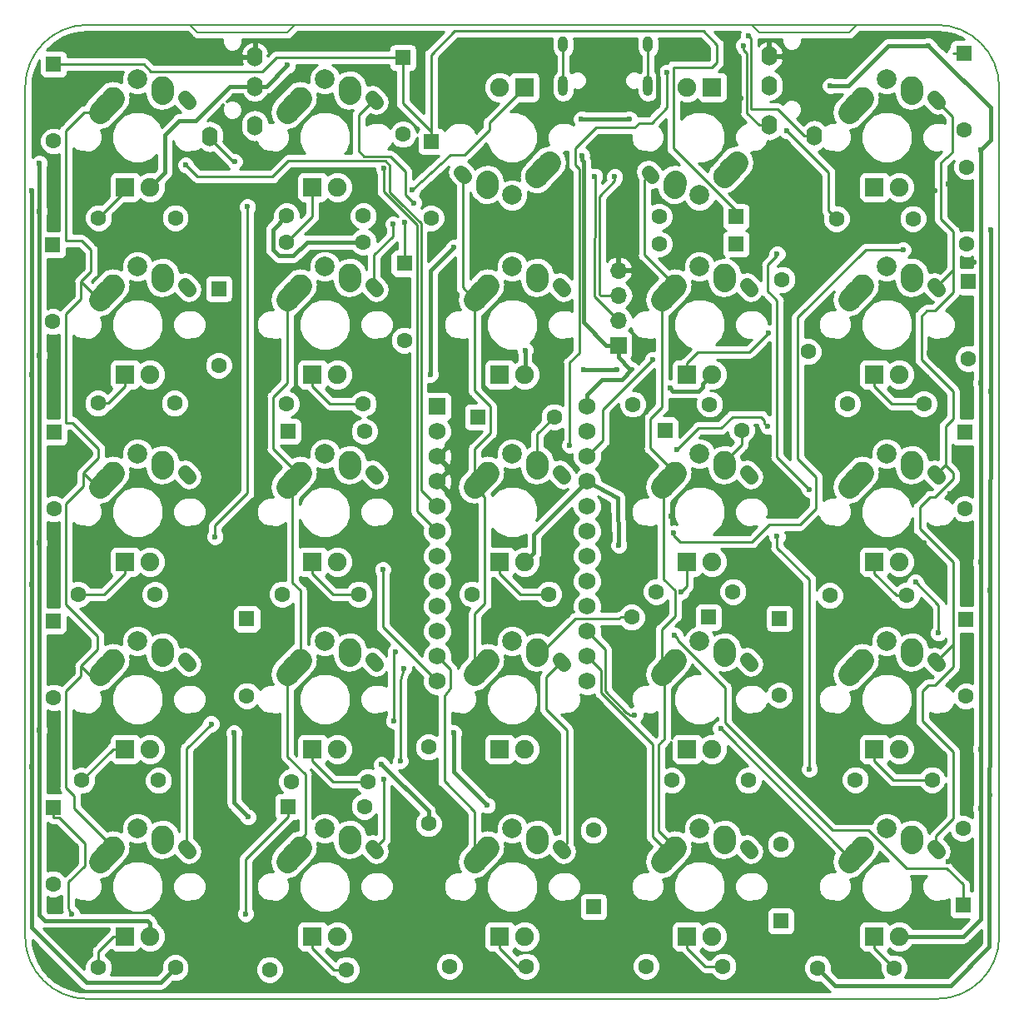
<source format=gbr>
%TF.GenerationSoftware,KiCad,Pcbnew,(5.0.0)*%
%TF.CreationDate,2018-08-30T21:25:35+03:00*%
%TF.ProjectId,Lysergic25,4C7973657267696332352E6B69636164,rev?*%
%TF.SameCoordinates,Original*%
%TF.FileFunction,Copper,L1,Top,Signal*%
%TF.FilePolarity,Positive*%
%FSLAX46Y46*%
G04 Gerber Fmt 4.6, Leading zero omitted, Abs format (unit mm)*
G04 Created by KiCad (PCBNEW (5.0.0)) date 08/30/18 21:25:35*
%MOMM*%
%LPD*%
G01*
G04 APERTURE LIST*
%TA.AperFunction,NonConductor*%
%ADD10C,0.150000*%
%TD*%
%TA.AperFunction,ComponentPad*%
%ADD11O,1.600000X2.000000*%
%TD*%
%TA.AperFunction,ComponentPad*%
%ADD12C,1.400000*%
%TD*%
%TA.AperFunction,Conductor*%
%ADD13C,1.400000*%
%TD*%
%TA.AperFunction,ComponentPad*%
%ADD14C,2.000000*%
%TD*%
%TA.AperFunction,ComponentPad*%
%ADD15R,1.905000X1.905000*%
%TD*%
%TA.AperFunction,ComponentPad*%
%ADD16C,1.905000*%
%TD*%
%TA.AperFunction,ComponentPad*%
%ADD17C,2.250000*%
%TD*%
%TA.AperFunction,Conductor*%
%ADD18C,2.250000*%
%TD*%
%TA.AperFunction,ComponentPad*%
%ADD19R,1.600000X1.600000*%
%TD*%
%TA.AperFunction,ComponentPad*%
%ADD20C,1.600000*%
%TD*%
%TA.AperFunction,ComponentPad*%
%ADD21O,1.700000X1.700000*%
%TD*%
%TA.AperFunction,ComponentPad*%
%ADD22R,1.700000X1.700000*%
%TD*%
%TA.AperFunction,ComponentPad*%
%ADD23R,1.752600X1.752600*%
%TD*%
%TA.AperFunction,ComponentPad*%
%ADD24C,1.752600*%
%TD*%
%TA.AperFunction,ComponentPad*%
%ADD25O,1.000000X1.600000*%
%TD*%
%TA.AperFunction,ComponentPad*%
%ADD26O,1.000000X2.100000*%
%TD*%
%TA.AperFunction,ViaPad*%
%ADD27C,0.600000*%
%TD*%
%TA.AperFunction,Conductor*%
%ADD28C,0.381000*%
%TD*%
%TA.AperFunction,Conductor*%
%ADD29C,0.228600*%
%TD*%
%TA.AperFunction,Conductor*%
%ADD30C,0.254000*%
%TD*%
G04 APERTURE END LIST*
D10*
X73152000Y-83820000D02*
X62484000Y-83820000D01*
X16002000Y-83820000D02*
X5334000Y-83820000D01*
X73152000Y-83820000D02*
X81280000Y-83820000D01*
X16002000Y-83820000D02*
X62484000Y-83820000D01*
X5334000Y-83820000D02*
X-5080000Y-83820000D01*
X72390000Y-84582000D02*
X73152000Y-83820000D01*
X71882000Y-84582000D02*
X72390000Y-84582000D01*
X63246000Y-84582000D02*
X62484000Y-83820000D01*
X63754000Y-84582000D02*
X63246000Y-84582000D01*
X6096000Y-84582000D02*
X5334000Y-83820000D01*
X6604000Y-84582000D02*
X6096000Y-84582000D01*
X15240000Y-84582000D02*
X16002000Y-83820000D01*
X14732000Y-84582000D02*
X15240000Y-84582000D01*
X7112000Y-84582000D02*
X6604000Y-84582000D01*
X14224000Y-84582000D02*
X14732000Y-84582000D01*
X64262000Y-84582000D02*
X63754000Y-84582000D01*
X71374000Y-84582000D02*
X71882000Y-84582000D01*
X7366000Y-84582000D02*
X7112000Y-84582000D01*
X13970000Y-84582000D02*
X14224000Y-84582000D01*
X64516000Y-84582000D02*
X64262000Y-84582000D01*
X71120000Y-84582000D02*
X71374000Y-84582000D01*
X7366000Y-84582000D02*
X7874000Y-84582000D01*
X13970000Y-84582000D02*
X13462000Y-84582000D01*
X64516000Y-84582000D02*
X65024000Y-84582000D01*
X71120000Y-84582000D02*
X70612000Y-84582000D01*
X65024000Y-84582000D02*
X70612000Y-84582000D01*
X7874000Y-84582000D02*
X13462000Y-84582000D01*
X-11430000Y-90170000D02*
X-11430000Y-176530000D01*
X87630000Y-176530000D02*
X87630000Y-90170000D01*
X-5080000Y-182880000D02*
X81280000Y-182880000D01*
X-5080000Y-182880000D02*
G75*
G02X-11430000Y-176530000I0J6350000D01*
G01*
X-5080000Y-83820000D02*
G75*
G03X-11430000Y-90170000I0J-6350000D01*
G01*
X87630000Y-176530000D02*
G75*
G02X81280000Y-182880000I-6350000J0D01*
G01*
X81280000Y-83820000D02*
G75*
G02X87630000Y-90170000I0J-6350000D01*
G01*
D11*
%TO.P,Trrs2,3*%
%TO.N,VCC*%
X11926600Y-90070800D03*
%TO.P,Trrs2,4*%
%TO.N,GND*%
X11926600Y-87070800D03*
%TO.P,Trrs2,2*%
%TO.N,SDA*%
X11926600Y-94070800D03*
%TO.P,Trrs2,1*%
%TO.N,SCL*%
X7326600Y-95170800D03*
%TD*%
D12*
%TO.P,MX4,1*%
%TO.N,COL3*%
X52150000Y-99050000D03*
D13*
%TD*%
%TO.N,COL3*%
%TO.C,MX4*%
X51949650Y-98826707D02*
X52350350Y-99273293D01*
D14*
%TO.P,MX4,2*%
%TO.N,Net-(D4-Pad2)*%
X57150000Y-101150000D03*
D15*
%TO.P,MX4,4*%
%TO.N,Net-(MX4-Pad4)*%
X58420000Y-90170000D03*
D16*
%TO.P,MX4,3*%
%TO.N,VCC*%
X55880000Y-90170000D03*
D17*
%TO.P,MX4,1*%
%TO.N,COL3*%
X59650000Y-99250000D03*
X60304999Y-98520000D03*
D18*
%TD*%
%TO.N,COL3*%
%TO.C,MX4*%
X60960000Y-97790000D02*
X59649998Y-99250000D01*
D17*
%TO.P,MX4,2*%
%TO.N,Net-(D4-Pad2)*%
X54610000Y-100330000D03*
X54630000Y-100040000D03*
D18*
%TD*%
%TO.N,Net-(D4-Pad2)*%
%TO.C,MX4*%
X54650000Y-99750000D02*
X54610000Y-100330000D01*
D17*
%TO.P,MX13,2*%
%TO.N,Net-(D13-Pad2)*%
X40620000Y-128560000D03*
D18*
%TD*%
%TO.N,Net-(D13-Pad2)*%
%TO.C,MX13*%
X40600000Y-128850000D02*
X40640000Y-128270000D01*
D17*
%TO.P,MX13,2*%
%TO.N,Net-(D13-Pad2)*%
X40640000Y-128270000D03*
%TO.P,MX13,1*%
%TO.N,COL2*%
X34945001Y-130080000D03*
D18*
%TD*%
%TO.N,COL2*%
%TO.C,MX13*%
X34290000Y-130810000D02*
X35600002Y-129350000D01*
D17*
%TO.P,MX13,1*%
%TO.N,COL2*%
X35600000Y-129350000D03*
D16*
%TO.P,MX13,3*%
%TO.N,VCC*%
X39370000Y-138430000D03*
D15*
%TO.P,MX13,4*%
%TO.N,Net-(MX13-Pad4)*%
X36830000Y-138430000D03*
D14*
%TO.P,MX13,2*%
%TO.N,Net-(D13-Pad2)*%
X38100000Y-127450000D03*
D12*
%TO.P,MX13,1*%
%TO.N,COL2*%
X43100000Y-129550000D03*
D13*
%TD*%
%TO.N,COL2*%
%TO.C,MX13*%
X43300350Y-129773293D02*
X42899650Y-129326707D01*
D12*
%TO.P,MX21,1*%
%TO.N,COL0*%
X5000000Y-167650000D03*
D13*
%TD*%
%TO.N,COL0*%
%TO.C,MX21*%
X5200350Y-167873293D02*
X4799650Y-167426707D01*
D14*
%TO.P,MX21,2*%
%TO.N,Net-(D21-Pad2)*%
X0Y-165550000D03*
D15*
%TO.P,MX21,4*%
%TO.N,Net-(MX21-Pad4)*%
X-1270000Y-176530000D03*
D16*
%TO.P,MX21,3*%
%TO.N,VCC*%
X1270000Y-176530000D03*
D17*
%TO.P,MX21,1*%
%TO.N,COL0*%
X-2500000Y-167450000D03*
X-3154999Y-168180000D03*
D18*
%TD*%
%TO.N,COL0*%
%TO.C,MX21*%
X-3810000Y-168910000D02*
X-2499998Y-167450000D01*
D17*
%TO.P,MX21,2*%
%TO.N,Net-(D21-Pad2)*%
X2540000Y-166370000D03*
X2520000Y-166660000D03*
D18*
%TD*%
%TO.N,Net-(D21-Pad2)*%
%TO.C,MX21*%
X2500000Y-166950000D02*
X2540000Y-166370000D01*
D12*
%TO.P,MX22,1*%
%TO.N,COL1*%
X24050000Y-167650000D03*
D13*
%TD*%
%TO.N,COL1*%
%TO.C,MX22*%
X24250350Y-167873293D02*
X23849650Y-167426707D01*
D14*
%TO.P,MX22,2*%
%TO.N,Net-(D22-Pad2)*%
X19050000Y-165550000D03*
D15*
%TO.P,MX22,4*%
%TO.N,Net-(MX22-Pad4)*%
X17780000Y-176530000D03*
D16*
%TO.P,MX22,3*%
%TO.N,VCC*%
X20320000Y-176530000D03*
D17*
%TO.P,MX22,1*%
%TO.N,COL1*%
X16550000Y-167450000D03*
X15895001Y-168180000D03*
D18*
%TD*%
%TO.N,COL1*%
%TO.C,MX22*%
X15240000Y-168910000D02*
X16550002Y-167450000D01*
D17*
%TO.P,MX22,2*%
%TO.N,Net-(D22-Pad2)*%
X21590000Y-166370000D03*
X21570000Y-166660000D03*
D18*
%TD*%
%TO.N,Net-(D22-Pad2)*%
%TO.C,MX22*%
X21550000Y-166950000D02*
X21590000Y-166370000D01*
D12*
%TO.P,MX23,1*%
%TO.N,COL2*%
X43100000Y-167650000D03*
D13*
%TD*%
%TO.N,COL2*%
%TO.C,MX23*%
X43300350Y-167873293D02*
X42899650Y-167426707D01*
D14*
%TO.P,MX23,2*%
%TO.N,Net-(D23-Pad2)*%
X38100000Y-165550000D03*
D15*
%TO.P,MX23,4*%
%TO.N,Net-(MX23-Pad4)*%
X36830000Y-176530000D03*
D16*
%TO.P,MX23,3*%
%TO.N,VCC*%
X39370000Y-176530000D03*
D17*
%TO.P,MX23,1*%
%TO.N,COL2*%
X35600000Y-167450000D03*
X34945001Y-168180000D03*
D18*
%TD*%
%TO.N,COL2*%
%TO.C,MX23*%
X34290000Y-168910000D02*
X35600002Y-167450000D01*
D17*
%TO.P,MX23,2*%
%TO.N,Net-(D23-Pad2)*%
X40640000Y-166370000D03*
X40620000Y-166660000D03*
D18*
%TD*%
%TO.N,Net-(D23-Pad2)*%
%TO.C,MX23*%
X40600000Y-166950000D02*
X40640000Y-166370000D01*
D12*
%TO.P,MX24,1*%
%TO.N,COL3*%
X62150000Y-167650000D03*
D13*
%TD*%
%TO.N,COL3*%
%TO.C,MX24*%
X62350350Y-167873293D02*
X61949650Y-167426707D01*
D14*
%TO.P,MX24,2*%
%TO.N,Net-(D24-Pad2)*%
X57150000Y-165550000D03*
D15*
%TO.P,MX24,4*%
%TO.N,Net-(MX24-Pad4)*%
X55880000Y-176530000D03*
D16*
%TO.P,MX24,3*%
%TO.N,VCC*%
X58420000Y-176530000D03*
D17*
%TO.P,MX24,1*%
%TO.N,COL3*%
X54650000Y-167450000D03*
X53995001Y-168180000D03*
D18*
%TD*%
%TO.N,COL3*%
%TO.C,MX24*%
X53340000Y-168910000D02*
X54650002Y-167450000D01*
D17*
%TO.P,MX24,2*%
%TO.N,Net-(D24-Pad2)*%
X59690000Y-166370000D03*
X59670000Y-166660000D03*
D18*
%TD*%
%TO.N,Net-(D24-Pad2)*%
%TO.C,MX24*%
X59650000Y-166950000D02*
X59690000Y-166370000D01*
D12*
%TO.P,MX25,1*%
%TO.N,COL4*%
X81200000Y-167650000D03*
D13*
%TD*%
%TO.N,COL4*%
%TO.C,MX25*%
X81400350Y-167873293D02*
X80999650Y-167426707D01*
D14*
%TO.P,MX25,2*%
%TO.N,Net-(D25-Pad2)*%
X76200000Y-165550000D03*
D15*
%TO.P,MX25,4*%
%TO.N,Net-(MX25-Pad4)*%
X74930000Y-176530000D03*
D16*
%TO.P,MX25,3*%
%TO.N,VCC*%
X77470000Y-176530000D03*
D17*
%TO.P,MX25,1*%
%TO.N,COL4*%
X73700000Y-167450000D03*
X73045001Y-168180000D03*
D18*
%TD*%
%TO.N,COL4*%
%TO.C,MX25*%
X72390000Y-168910000D02*
X73700002Y-167450000D01*
D17*
%TO.P,MX25,2*%
%TO.N,Net-(D25-Pad2)*%
X78740000Y-166370000D03*
X78720000Y-166660000D03*
D18*
%TD*%
%TO.N,Net-(D25-Pad2)*%
%TO.C,MX25*%
X78700000Y-166950000D02*
X78740000Y-166370000D01*
D12*
%TO.P,MX16,1*%
%TO.N,COL0*%
X5000000Y-148600000D03*
D13*
%TD*%
%TO.N,COL0*%
%TO.C,MX16*%
X5200350Y-148823293D02*
X4799650Y-148376707D01*
D14*
%TO.P,MX16,2*%
%TO.N,Net-(D16-Pad2)*%
X0Y-146500000D03*
D15*
%TO.P,MX16,4*%
%TO.N,Net-(MX16-Pad4)*%
X-1270000Y-157480000D03*
D16*
%TO.P,MX16,3*%
%TO.N,VCC*%
X1270000Y-157480000D03*
D17*
%TO.P,MX16,1*%
%TO.N,COL0*%
X-2500000Y-148400000D03*
X-3154999Y-149130000D03*
D18*
%TD*%
%TO.N,COL0*%
%TO.C,MX16*%
X-3810000Y-149860000D02*
X-2499998Y-148400000D01*
D17*
%TO.P,MX16,2*%
%TO.N,Net-(D16-Pad2)*%
X2540000Y-147320000D03*
X2520000Y-147610000D03*
D18*
%TD*%
%TO.N,Net-(D16-Pad2)*%
%TO.C,MX16*%
X2500000Y-147900000D02*
X2540000Y-147320000D01*
D12*
%TO.P,MX17,1*%
%TO.N,COL1*%
X24050000Y-148600000D03*
D13*
%TD*%
%TO.N,COL1*%
%TO.C,MX17*%
X24250350Y-148823293D02*
X23849650Y-148376707D01*
D14*
%TO.P,MX17,2*%
%TO.N,Net-(D17-Pad2)*%
X19050000Y-146500000D03*
D15*
%TO.P,MX17,4*%
%TO.N,Net-(MX17-Pad4)*%
X17780000Y-157480000D03*
D16*
%TO.P,MX17,3*%
%TO.N,VCC*%
X20320000Y-157480000D03*
D17*
%TO.P,MX17,1*%
%TO.N,COL1*%
X16550000Y-148400000D03*
X15895001Y-149130000D03*
D18*
%TD*%
%TO.N,COL1*%
%TO.C,MX17*%
X15240000Y-149860000D02*
X16550002Y-148400000D01*
D17*
%TO.P,MX17,2*%
%TO.N,Net-(D17-Pad2)*%
X21590000Y-147320000D03*
X21570000Y-147610000D03*
D18*
%TD*%
%TO.N,Net-(D17-Pad2)*%
%TO.C,MX17*%
X21550000Y-147900000D02*
X21590000Y-147320000D01*
D12*
%TO.P,MX18,1*%
%TO.N,COL2*%
X43100000Y-148600000D03*
D13*
%TD*%
%TO.N,COL2*%
%TO.C,MX18*%
X43300350Y-148823293D02*
X42899650Y-148376707D01*
D14*
%TO.P,MX18,2*%
%TO.N,Net-(D18-Pad2)*%
X38100000Y-146500000D03*
D15*
%TO.P,MX18,4*%
%TO.N,Net-(MX18-Pad4)*%
X36830000Y-157480000D03*
D16*
%TO.P,MX18,3*%
%TO.N,VCC*%
X39370000Y-157480000D03*
D17*
%TO.P,MX18,1*%
%TO.N,COL2*%
X35600000Y-148400000D03*
X34945001Y-149130000D03*
D18*
%TD*%
%TO.N,COL2*%
%TO.C,MX18*%
X34290000Y-149860000D02*
X35600002Y-148400000D01*
D17*
%TO.P,MX18,2*%
%TO.N,Net-(D18-Pad2)*%
X40640000Y-147320000D03*
X40620000Y-147610000D03*
D18*
%TD*%
%TO.N,Net-(D18-Pad2)*%
%TO.C,MX18*%
X40600000Y-147900000D02*
X40640000Y-147320000D01*
D12*
%TO.P,MX19,1*%
%TO.N,COL3*%
X62150000Y-148600000D03*
D13*
%TD*%
%TO.N,COL3*%
%TO.C,MX19*%
X62350350Y-148823293D02*
X61949650Y-148376707D01*
D14*
%TO.P,MX19,2*%
%TO.N,Net-(D19-Pad2)*%
X57150000Y-146500000D03*
D15*
%TO.P,MX19,4*%
%TO.N,Net-(MX19-Pad4)*%
X55880000Y-157480000D03*
D16*
%TO.P,MX19,3*%
%TO.N,VCC*%
X58420000Y-157480000D03*
D17*
%TO.P,MX19,1*%
%TO.N,COL3*%
X54650000Y-148400000D03*
X53995001Y-149130000D03*
D18*
%TD*%
%TO.N,COL3*%
%TO.C,MX19*%
X53340000Y-149860000D02*
X54650002Y-148400000D01*
D17*
%TO.P,MX19,2*%
%TO.N,Net-(D19-Pad2)*%
X59690000Y-147320000D03*
X59670000Y-147610000D03*
D18*
%TD*%
%TO.N,Net-(D19-Pad2)*%
%TO.C,MX19*%
X59650000Y-147900000D02*
X59690000Y-147320000D01*
D12*
%TO.P,MX20,1*%
%TO.N,COL4*%
X81200000Y-148600000D03*
D13*
%TD*%
%TO.N,COL4*%
%TO.C,MX20*%
X81400350Y-148823293D02*
X80999650Y-148376707D01*
D14*
%TO.P,MX20,2*%
%TO.N,Net-(D20-Pad2)*%
X76200000Y-146500000D03*
D15*
%TO.P,MX20,4*%
%TO.N,Net-(MX20-Pad4)*%
X74930000Y-157480000D03*
D16*
%TO.P,MX20,3*%
%TO.N,VCC*%
X77470000Y-157480000D03*
D17*
%TO.P,MX20,1*%
%TO.N,COL4*%
X73700000Y-148400000D03*
X73045001Y-149130000D03*
D18*
%TD*%
%TO.N,COL4*%
%TO.C,MX20*%
X72390000Y-149860000D02*
X73700002Y-148400000D01*
D17*
%TO.P,MX20,2*%
%TO.N,Net-(D20-Pad2)*%
X78740000Y-147320000D03*
X78720000Y-147610000D03*
D18*
%TD*%
%TO.N,Net-(D20-Pad2)*%
%TO.C,MX20*%
X78700000Y-147900000D02*
X78740000Y-147320000D01*
D12*
%TO.P,MX15,1*%
%TO.N,COL4*%
X81200000Y-129550000D03*
D13*
%TD*%
%TO.N,COL4*%
%TO.C,MX15*%
X81400350Y-129773293D02*
X80999650Y-129326707D01*
D14*
%TO.P,MX15,2*%
%TO.N,Net-(D15-Pad2)*%
X76200000Y-127450000D03*
D15*
%TO.P,MX15,4*%
%TO.N,Net-(MX15-Pad4)*%
X74930000Y-138430000D03*
D16*
%TO.P,MX15,3*%
%TO.N,VCC*%
X77470000Y-138430000D03*
D17*
%TO.P,MX15,1*%
%TO.N,COL4*%
X73700000Y-129350000D03*
X73045001Y-130080000D03*
D18*
%TD*%
%TO.N,COL4*%
%TO.C,MX15*%
X72390000Y-130810000D02*
X73700002Y-129350000D01*
D17*
%TO.P,MX15,2*%
%TO.N,Net-(D15-Pad2)*%
X78740000Y-128270000D03*
X78720000Y-128560000D03*
D18*
%TD*%
%TO.N,Net-(D15-Pad2)*%
%TO.C,MX15*%
X78700000Y-128850000D02*
X78740000Y-128270000D01*
D12*
%TO.P,MX14,1*%
%TO.N,COL3*%
X62150000Y-129550000D03*
D13*
%TD*%
%TO.N,COL3*%
%TO.C,MX14*%
X62350350Y-129773293D02*
X61949650Y-129326707D01*
D14*
%TO.P,MX14,2*%
%TO.N,Net-(D14-Pad2)*%
X57150000Y-127450000D03*
D15*
%TO.P,MX14,4*%
%TO.N,Net-(MX14-Pad4)*%
X55880000Y-138430000D03*
D16*
%TO.P,MX14,3*%
%TO.N,VCC*%
X58420000Y-138430000D03*
D17*
%TO.P,MX14,1*%
%TO.N,COL3*%
X54650000Y-129350000D03*
X53995001Y-130080000D03*
D18*
%TD*%
%TO.N,COL3*%
%TO.C,MX14*%
X53340000Y-130810000D02*
X54650002Y-129350000D01*
D17*
%TO.P,MX14,2*%
%TO.N,Net-(D14-Pad2)*%
X59690000Y-128270000D03*
X59670000Y-128560000D03*
D18*
%TD*%
%TO.N,Net-(D14-Pad2)*%
%TO.C,MX14*%
X59650000Y-128850000D02*
X59690000Y-128270000D01*
D12*
%TO.P,MX12,1*%
%TO.N,COL1*%
X24050000Y-129550000D03*
D13*
%TD*%
%TO.N,COL1*%
%TO.C,MX12*%
X24250350Y-129773293D02*
X23849650Y-129326707D01*
D14*
%TO.P,MX12,2*%
%TO.N,Net-(D12-Pad2)*%
X19050000Y-127450000D03*
D15*
%TO.P,MX12,4*%
%TO.N,Net-(MX12-Pad4)*%
X17780000Y-138430000D03*
D16*
%TO.P,MX12,3*%
%TO.N,VCC*%
X20320000Y-138430000D03*
D17*
%TO.P,MX12,1*%
%TO.N,COL1*%
X16550000Y-129350000D03*
X15895001Y-130080000D03*
D18*
%TD*%
%TO.N,COL1*%
%TO.C,MX12*%
X15240000Y-130810000D02*
X16550002Y-129350000D01*
D17*
%TO.P,MX12,2*%
%TO.N,Net-(D12-Pad2)*%
X21590000Y-128270000D03*
X21570000Y-128560000D03*
D18*
%TD*%
%TO.N,Net-(D12-Pad2)*%
%TO.C,MX12*%
X21550000Y-128850000D02*
X21590000Y-128270000D01*
D12*
%TO.P,MX11,1*%
%TO.N,COL0*%
X5000000Y-129550000D03*
D13*
%TD*%
%TO.N,COL0*%
%TO.C,MX11*%
X5200350Y-129773293D02*
X4799650Y-129326707D01*
D14*
%TO.P,MX11,2*%
%TO.N,Net-(D11-Pad2)*%
X0Y-127450000D03*
D15*
%TO.P,MX11,4*%
%TO.N,Net-(MX11-Pad4)*%
X-1270000Y-138430000D03*
D16*
%TO.P,MX11,3*%
%TO.N,VCC*%
X1270000Y-138430000D03*
D17*
%TO.P,MX11,1*%
%TO.N,COL0*%
X-2500000Y-129350000D03*
X-3154999Y-130080000D03*
D18*
%TD*%
%TO.N,COL0*%
%TO.C,MX11*%
X-3810000Y-130810000D02*
X-2499998Y-129350000D01*
D17*
%TO.P,MX11,2*%
%TO.N,Net-(D11-Pad2)*%
X2540000Y-128270000D03*
X2520000Y-128560000D03*
D18*
%TD*%
%TO.N,Net-(D11-Pad2)*%
%TO.C,MX11*%
X2500000Y-128850000D02*
X2540000Y-128270000D01*
D12*
%TO.P,MX10,1*%
%TO.N,COL4*%
X81200000Y-110500000D03*
D13*
%TD*%
%TO.N,COL4*%
%TO.C,MX10*%
X81400350Y-110723293D02*
X80999650Y-110276707D01*
D14*
%TO.P,MX10,2*%
%TO.N,Net-(D10-Pad2)*%
X76200000Y-108400000D03*
D15*
%TO.P,MX10,4*%
%TO.N,Net-(MX10-Pad4)*%
X74930000Y-119380000D03*
D16*
%TO.P,MX10,3*%
%TO.N,VCC*%
X77470000Y-119380000D03*
D17*
%TO.P,MX10,1*%
%TO.N,COL4*%
X73700000Y-110300000D03*
X73045001Y-111030000D03*
D18*
%TD*%
%TO.N,COL4*%
%TO.C,MX10*%
X72390000Y-111760000D02*
X73700002Y-110300000D01*
D17*
%TO.P,MX10,2*%
%TO.N,Net-(D10-Pad2)*%
X78740000Y-109220000D03*
X78720000Y-109510000D03*
D18*
%TD*%
%TO.N,Net-(D10-Pad2)*%
%TO.C,MX10*%
X78700000Y-109800000D02*
X78740000Y-109220000D01*
D12*
%TO.P,MX9,1*%
%TO.N,COL3*%
X62150000Y-110500000D03*
D13*
%TD*%
%TO.N,COL3*%
%TO.C,MX9*%
X62350350Y-110723293D02*
X61949650Y-110276707D01*
D14*
%TO.P,MX9,2*%
%TO.N,Net-(D9-Pad2)*%
X57150000Y-108400000D03*
D15*
%TO.P,MX9,4*%
%TO.N,Net-(MX9-Pad4)*%
X55880000Y-119380000D03*
D16*
%TO.P,MX9,3*%
%TO.N,VCC*%
X58420000Y-119380000D03*
D17*
%TO.P,MX9,1*%
%TO.N,COL3*%
X54650000Y-110300000D03*
X53995001Y-111030000D03*
D18*
%TD*%
%TO.N,COL3*%
%TO.C,MX9*%
X53340000Y-111760000D02*
X54650002Y-110300000D01*
D17*
%TO.P,MX9,2*%
%TO.N,Net-(D9-Pad2)*%
X59690000Y-109220000D03*
X59670000Y-109510000D03*
D18*
%TD*%
%TO.N,Net-(D9-Pad2)*%
%TO.C,MX9*%
X59650000Y-109800000D02*
X59690000Y-109220000D01*
D12*
%TO.P,MX8,1*%
%TO.N,COL2*%
X43100000Y-110500000D03*
D13*
%TD*%
%TO.N,COL2*%
%TO.C,MX8*%
X43300350Y-110723293D02*
X42899650Y-110276707D01*
D14*
%TO.P,MX8,2*%
%TO.N,Net-(D8-Pad2)*%
X38100000Y-108400000D03*
D15*
%TO.P,MX8,4*%
%TO.N,Net-(MX8-Pad4)*%
X36830000Y-119380000D03*
D16*
%TO.P,MX8,3*%
%TO.N,VCC*%
X39370000Y-119380000D03*
D17*
%TO.P,MX8,1*%
%TO.N,COL2*%
X35600000Y-110300000D03*
X34945001Y-111030000D03*
D18*
%TD*%
%TO.N,COL2*%
%TO.C,MX8*%
X34290000Y-111760000D02*
X35600002Y-110300000D01*
D17*
%TO.P,MX8,2*%
%TO.N,Net-(D8-Pad2)*%
X40640000Y-109220000D03*
X40620000Y-109510000D03*
D18*
%TD*%
%TO.N,Net-(D8-Pad2)*%
%TO.C,MX8*%
X40600000Y-109800000D02*
X40640000Y-109220000D01*
D12*
%TO.P,MX7,1*%
%TO.N,COL1*%
X24050000Y-110500000D03*
D13*
%TD*%
%TO.N,COL1*%
%TO.C,MX7*%
X24250350Y-110723293D02*
X23849650Y-110276707D01*
D14*
%TO.P,MX7,2*%
%TO.N,Net-(D7-Pad2)*%
X19050000Y-108400000D03*
D15*
%TO.P,MX7,4*%
%TO.N,Net-(MX7-Pad4)*%
X17780000Y-119380000D03*
D16*
%TO.P,MX7,3*%
%TO.N,VCC*%
X20320000Y-119380000D03*
D17*
%TO.P,MX7,1*%
%TO.N,COL1*%
X16550000Y-110300000D03*
X15895001Y-111030000D03*
D18*
%TD*%
%TO.N,COL1*%
%TO.C,MX7*%
X15240000Y-111760000D02*
X16550002Y-110300000D01*
D17*
%TO.P,MX7,2*%
%TO.N,Net-(D7-Pad2)*%
X21590000Y-109220000D03*
X21570000Y-109510000D03*
D18*
%TD*%
%TO.N,Net-(D7-Pad2)*%
%TO.C,MX7*%
X21550000Y-109800000D02*
X21590000Y-109220000D01*
D12*
%TO.P,MX6,1*%
%TO.N,COL0*%
X5000000Y-110500000D03*
D13*
%TD*%
%TO.N,COL0*%
%TO.C,MX6*%
X5200350Y-110723293D02*
X4799650Y-110276707D01*
D14*
%TO.P,MX6,2*%
%TO.N,Net-(D6-Pad2)*%
X0Y-108400000D03*
D15*
%TO.P,MX6,4*%
%TO.N,Net-(MX6-Pad4)*%
X-1270000Y-119380000D03*
D16*
%TO.P,MX6,3*%
%TO.N,VCC*%
X1270000Y-119380000D03*
D17*
%TO.P,MX6,1*%
%TO.N,COL0*%
X-2500000Y-110300000D03*
X-3154999Y-111030000D03*
D18*
%TD*%
%TO.N,COL0*%
%TO.C,MX6*%
X-3810000Y-111760000D02*
X-2499998Y-110300000D01*
D17*
%TO.P,MX6,2*%
%TO.N,Net-(D6-Pad2)*%
X2540000Y-109220000D03*
X2520000Y-109510000D03*
D18*
%TD*%
%TO.N,Net-(D6-Pad2)*%
%TO.C,MX6*%
X2500000Y-109800000D02*
X2540000Y-109220000D01*
D12*
%TO.P,MX5,1*%
%TO.N,COL4*%
X81200000Y-91450000D03*
D13*
%TD*%
%TO.N,COL4*%
%TO.C,MX5*%
X81400350Y-91673293D02*
X80999650Y-91226707D01*
D14*
%TO.P,MX5,2*%
%TO.N,Net-(D5-Pad2)*%
X76200000Y-89350000D03*
D15*
%TO.P,MX5,4*%
%TO.N,Net-(MX5-Pad4)*%
X74930000Y-100330000D03*
D16*
%TO.P,MX5,3*%
%TO.N,VCC*%
X77470000Y-100330000D03*
D17*
%TO.P,MX5,1*%
%TO.N,COL4*%
X73700000Y-91250000D03*
X73045001Y-91980000D03*
D18*
%TD*%
%TO.N,COL4*%
%TO.C,MX5*%
X72390000Y-92710000D02*
X73700002Y-91250000D01*
D17*
%TO.P,MX5,2*%
%TO.N,Net-(D5-Pad2)*%
X78740000Y-90170000D03*
X78720000Y-90460000D03*
D18*
%TD*%
%TO.N,Net-(D5-Pad2)*%
%TO.C,MX5*%
X78700000Y-90750000D02*
X78740000Y-90170000D01*
D12*
%TO.P,MX1,1*%
%TO.N,COL0*%
X5000000Y-91450000D03*
D13*
%TD*%
%TO.N,COL0*%
%TO.C,MX1*%
X5200350Y-91673293D02*
X4799650Y-91226707D01*
D14*
%TO.P,MX1,2*%
%TO.N,Net-(D1-Pad2)*%
X0Y-89350000D03*
D15*
%TO.P,MX1,4*%
%TO.N,Net-(MX1-Pad4)*%
X-1270000Y-100330000D03*
D16*
%TO.P,MX1,3*%
%TO.N,VCC*%
X1270000Y-100330000D03*
D17*
%TO.P,MX1,1*%
%TO.N,COL0*%
X-2500000Y-91250000D03*
X-3154999Y-91980000D03*
D18*
%TD*%
%TO.N,COL0*%
%TO.C,MX1*%
X-3810000Y-92710000D02*
X-2499998Y-91250000D01*
D17*
%TO.P,MX1,2*%
%TO.N,Net-(D1-Pad2)*%
X2540000Y-90170000D03*
X2520000Y-90460000D03*
D18*
%TD*%
%TO.N,Net-(D1-Pad2)*%
%TO.C,MX1*%
X2500000Y-90750000D02*
X2540000Y-90170000D01*
D12*
%TO.P,MX2,1*%
%TO.N,COL1*%
X24050000Y-91450000D03*
D13*
%TD*%
%TO.N,COL1*%
%TO.C,MX2*%
X24250350Y-91673293D02*
X23849650Y-91226707D01*
D14*
%TO.P,MX2,2*%
%TO.N,Net-(D2-Pad2)*%
X19050000Y-89350000D03*
D15*
%TO.P,MX2,4*%
%TO.N,Net-(MX2-Pad4)*%
X17780000Y-100330000D03*
D16*
%TO.P,MX2,3*%
%TO.N,VCC*%
X20320000Y-100330000D03*
D17*
%TO.P,MX2,1*%
%TO.N,COL1*%
X16550000Y-91250000D03*
X15895001Y-91980000D03*
D18*
%TD*%
%TO.N,COL1*%
%TO.C,MX2*%
X15240000Y-92710000D02*
X16550002Y-91250000D01*
D17*
%TO.P,MX2,2*%
%TO.N,Net-(D2-Pad2)*%
X21590000Y-90170000D03*
X21570000Y-90460000D03*
D18*
%TD*%
%TO.N,Net-(D2-Pad2)*%
%TO.C,MX2*%
X21550000Y-90750000D02*
X21590000Y-90170000D01*
D12*
%TO.P,MX3,1*%
%TO.N,COL2*%
X33074600Y-99050000D03*
D13*
%TD*%
%TO.N,COL2*%
%TO.C,MX3*%
X32874250Y-98826707D02*
X33274950Y-99273293D01*
D14*
%TO.P,MX3,2*%
%TO.N,Net-(D3-Pad2)*%
X38074600Y-101150000D03*
D15*
%TO.P,MX3,4*%
%TO.N,Net-(MX3-Pad4)*%
X39344600Y-90170000D03*
D16*
%TO.P,MX3,3*%
%TO.N,VCC*%
X36804600Y-90170000D03*
D17*
%TO.P,MX3,1*%
%TO.N,COL2*%
X40574600Y-99250000D03*
X41229599Y-98520000D03*
D18*
%TD*%
%TO.N,COL2*%
%TO.C,MX3*%
X41884600Y-97790000D02*
X40574598Y-99250000D01*
D17*
%TO.P,MX3,2*%
%TO.N,Net-(D3-Pad2)*%
X35534600Y-100330000D03*
X35554600Y-100040000D03*
D18*
%TD*%
%TO.N,Net-(D3-Pad2)*%
%TO.C,MX3*%
X35574600Y-99750000D02*
X35534600Y-100330000D01*
D19*
%TO.P,D1,1*%
%TO.N,ROW0*%
X-8534400Y-87844800D03*
D20*
%TO.P,D1,2*%
%TO.N,Net-(D1-Pad2)*%
X-8534400Y-95644800D03*
%TD*%
%TO.P,D2,2*%
%TO.N,Net-(D2-Pad2)*%
X26987500Y-94959000D03*
D19*
%TO.P,D2,1*%
%TO.N,ROW0*%
X26987500Y-87159000D03*
%TD*%
D20*
%TO.P,D3,2*%
%TO.N,Net-(D3-Pad2)*%
X29845000Y-103468000D03*
D19*
%TO.P,D3,1*%
%TO.N,ROW0*%
X29845000Y-95668000D03*
%TD*%
D20*
%TO.P,D4,2*%
%TO.N,Net-(D4-Pad2)*%
X53059500Y-103314500D03*
D19*
%TO.P,D4,1*%
%TO.N,ROW0*%
X60859500Y-103314500D03*
%TD*%
%TO.P,D5,1*%
%TO.N,ROW0*%
X84018120Y-86739900D03*
D20*
%TO.P,D5,2*%
%TO.N,Net-(D5-Pad2)*%
X84018120Y-94539900D03*
%TD*%
%TO.P,D6,2*%
%TO.N,Net-(D6-Pad2)*%
X-8636000Y-114009000D03*
D19*
%TO.P,D6,1*%
%TO.N,ROW1*%
X-8636000Y-106209000D03*
%TD*%
%TO.P,D7,1*%
%TO.N,ROW1*%
X8255000Y-110654000D03*
D20*
%TO.P,D7,2*%
%TO.N,Net-(D7-Pad2)*%
X8255000Y-118454000D03*
%TD*%
D19*
%TO.P,D8,1*%
%TO.N,ROW1*%
X27127200Y-108088600D03*
D20*
%TO.P,D8,2*%
%TO.N,Net-(D8-Pad2)*%
X27127200Y-115888600D03*
%TD*%
%TO.P,D9,2*%
%TO.N,Net-(D9-Pad2)*%
X53059500Y-106108500D03*
D19*
%TO.P,D9,1*%
%TO.N,ROW1*%
X60859500Y-106108500D03*
%TD*%
D20*
%TO.P,D10,2*%
%TO.N,Net-(D10-Pad2)*%
X84477860Y-117750420D03*
D19*
%TO.P,D10,1*%
%TO.N,ROW1*%
X84477860Y-109950420D03*
%TD*%
%TO.P,D11,1*%
%TO.N,ROW2*%
X-8509000Y-125259000D03*
D20*
%TO.P,D11,2*%
%TO.N,Net-(D11-Pad2)*%
X-8509000Y-133059000D03*
%TD*%
D19*
%TO.P,D12,1*%
%TO.N,ROW2*%
X15274000Y-125158500D03*
D20*
%TO.P,D12,2*%
%TO.N,Net-(D12-Pad2)*%
X23074000Y-125158500D03*
%TD*%
%TO.P,D13,2*%
%TO.N,Net-(D13-Pad2)*%
X42381000Y-123698000D03*
D19*
%TO.P,D13,1*%
%TO.N,ROW2*%
X34581000Y-123698000D03*
%TD*%
D20*
%TO.P,D14,2*%
%TO.N,Net-(D14-Pad2)*%
X61431000Y-125031500D03*
D19*
%TO.P,D14,1*%
%TO.N,ROW2*%
X53631000Y-125031500D03*
%TD*%
D20*
%TO.P,D15,2*%
%TO.N,Net-(D15-Pad2)*%
X84137500Y-133059000D03*
D19*
%TO.P,D15,1*%
%TO.N,ROW2*%
X84137500Y-125259000D03*
%TD*%
%TO.P,D16,1*%
%TO.N,ROW3*%
X-8534400Y-144423300D03*
D20*
%TO.P,D16,2*%
%TO.N,Net-(D16-Pad2)*%
X-8534400Y-152223300D03*
%TD*%
%TO.P,D17,2*%
%TO.N,Net-(D17-Pad2)*%
X11112500Y-152045500D03*
D19*
%TO.P,D17,1*%
%TO.N,ROW3*%
X11112500Y-144245500D03*
%TD*%
%TO.P,D18,1*%
%TO.N,ROW3*%
X58052800Y-144068800D03*
D20*
%TO.P,D18,2*%
%TO.N,Net-(D18-Pad2)*%
X50252800Y-144068800D03*
%TD*%
%TO.P,D19,2*%
%TO.N,Net-(D19-Pad2)*%
X65278000Y-151982000D03*
D19*
%TO.P,D19,1*%
%TO.N,ROW3*%
X65278000Y-144182000D03*
%TD*%
D20*
%TO.P,D20,2*%
%TO.N,Net-(D20-Pad2)*%
X84251800Y-152109000D03*
D19*
%TO.P,D20,1*%
%TO.N,ROW3*%
X84251800Y-144309000D03*
%TD*%
D20*
%TO.P,D21,2*%
%TO.N,Net-(D21-Pad2)*%
X-8585200Y-171184400D03*
D19*
%TO.P,D21,1*%
%TO.N,ROW4*%
X-8585200Y-163384400D03*
%TD*%
%TO.P,D22,1*%
%TO.N,ROW4*%
X15277000Y-163322000D03*
D20*
%TO.P,D22,2*%
%TO.N,Net-(D22-Pad2)*%
X23077000Y-163322000D03*
%TD*%
D19*
%TO.P,D23,1*%
%TO.N,ROW4*%
X46355000Y-173521200D03*
D20*
%TO.P,D23,2*%
%TO.N,Net-(D23-Pad2)*%
X46355000Y-165721200D03*
%TD*%
D19*
%TO.P,D24,1*%
%TO.N,ROW4*%
X65405000Y-174969000D03*
D20*
%TO.P,D24,2*%
%TO.N,Net-(D24-Pad2)*%
X65405000Y-167169000D03*
%TD*%
D19*
%TO.P,D25,1*%
%TO.N,ROW4*%
X83947000Y-173330700D03*
D20*
%TO.P,D25,2*%
%TO.N,Net-(D25-Pad2)*%
X83947000Y-165530700D03*
%TD*%
D21*
%TO.P,J1,4*%
%TO.N,GND*%
X48895000Y-108775500D03*
%TO.P,J1,3*%
%TO.N,D+*%
X48895000Y-111315500D03*
%TO.P,J1,2*%
%TO.N,D-*%
X48895000Y-113855500D03*
D22*
%TO.P,J1,1*%
%TO.N,+5V*%
X48895000Y-116395500D03*
%TD*%
D20*
%TO.P,R6,2*%
%TO.N,LEDGND*%
X3836500Y-103441500D03*
%TO.P,R6,1*%
%TO.N,Net-(MX1-Pad4)*%
X-3963500Y-103441500D03*
%TD*%
%TO.P,R7,2*%
%TO.N,LEDGND*%
X22950000Y-105918000D03*
%TO.P,R7,1*%
%TO.N,Net-(MX2-Pad4)*%
X15150000Y-105918000D03*
%TD*%
%TO.P,R8,1*%
%TO.N,Net-(MX3-Pad4)*%
X22950000Y-103251000D03*
%TO.P,R8,2*%
%TO.N,LEDGND*%
X15150000Y-103251000D03*
%TD*%
%TO.P,R9,2*%
%TO.N,LEDGND*%
X78880800Y-103530400D03*
%TO.P,R9,1*%
%TO.N,Net-(MX4-Pad4)*%
X71080800Y-103530400D03*
%TD*%
%TO.P,R10,2*%
%TO.N,LEDGND*%
X84330540Y-106074040D03*
%TO.P,R10,1*%
%TO.N,Net-(MX5-Pad4)*%
X84330540Y-98274040D03*
%TD*%
%TO.P,R11,2*%
%TO.N,LEDGND*%
X3773000Y-122301000D03*
%TO.P,R11,1*%
%TO.N,Net-(MX6-Pad4)*%
X-4027000Y-122301000D03*
%TD*%
%TO.P,R12,1*%
%TO.N,Net-(MX7-Pad4)*%
X22950000Y-122364500D03*
%TO.P,R12,2*%
%TO.N,LEDGND*%
X15150000Y-122364500D03*
%TD*%
%TO.P,R13,2*%
%TO.N,LEDGND*%
X50367100Y-122402600D03*
%TO.P,R13,1*%
%TO.N,Net-(MX8-Pad4)*%
X58167100Y-122402600D03*
%TD*%
%TO.P,R14,1*%
%TO.N,Net-(MX9-Pad4)*%
X65531621Y-109708099D03*
%TO.P,R14,2*%
%TO.N,LEDGND*%
X68199379Y-117037701D03*
%TD*%
%TO.P,R15,1*%
%TO.N,Net-(MX10-Pad4)*%
X79973000Y-122364500D03*
%TO.P,R15,2*%
%TO.N,LEDGND*%
X72173000Y-122364500D03*
%TD*%
%TO.P,R16,2*%
%TO.N,LEDGND*%
X1771480Y-141739620D03*
%TO.P,R16,1*%
%TO.N,Net-(MX11-Pad4)*%
X-6028520Y-141739620D03*
%TD*%
%TO.P,R17,1*%
%TO.N,Net-(MX12-Pad4)*%
X22505500Y-141732000D03*
%TO.P,R17,2*%
%TO.N,LEDGND*%
X14705500Y-141732000D03*
%TD*%
%TO.P,R18,1*%
%TO.N,Net-(MX13-Pad4)*%
X41819660Y-141706600D03*
%TO.P,R18,2*%
%TO.N,LEDGND*%
X34019660Y-141706600D03*
%TD*%
%TO.P,R19,1*%
%TO.N,Net-(MX14-Pad4)*%
X52742000Y-141478000D03*
%TO.P,R19,2*%
%TO.N,LEDGND*%
X60542000Y-141478000D03*
%TD*%
%TO.P,R20,2*%
%TO.N,LEDGND*%
X70395000Y-141859000D03*
%TO.P,R20,1*%
%TO.N,Net-(MX15-Pad4)*%
X78195000Y-141859000D03*
%TD*%
%TO.P,R21,1*%
%TO.N,Net-(MX16-Pad4)*%
X-5678000Y-160655000D03*
%TO.P,R21,2*%
%TO.N,LEDGND*%
X2122000Y-160655000D03*
%TD*%
%TO.P,R22,2*%
%TO.N,LEDGND*%
X15658000Y-160782000D03*
%TO.P,R22,1*%
%TO.N,Net-(MX17-Pad4)*%
X23458000Y-160782000D03*
%TD*%
%TO.P,R23,2*%
%TO.N,LEDGND*%
X29591000Y-165063000D03*
%TO.P,R23,1*%
%TO.N,Net-(MX18-Pad4)*%
X29591000Y-157263000D03*
%TD*%
%TO.P,R24,2*%
%TO.N,LEDGND*%
X54329500Y-160655000D03*
%TO.P,R24,1*%
%TO.N,Net-(MX19-Pad4)*%
X62129500Y-160655000D03*
%TD*%
%TO.P,R25,1*%
%TO.N,Net-(MX20-Pad4)*%
X80798500Y-160591500D03*
%TO.P,R25,2*%
%TO.N,LEDGND*%
X72998500Y-160591500D03*
%TD*%
%TO.P,R26,2*%
%TO.N,LEDGND*%
X3836500Y-179705000D03*
%TO.P,R26,1*%
%TO.N,Net-(MX21-Pad4)*%
X-3963500Y-179705000D03*
%TD*%
%TO.P,R27,1*%
%TO.N,Net-(MX22-Pad4)*%
X21235500Y-179895500D03*
%TO.P,R27,2*%
%TO.N,LEDGND*%
X13435500Y-179895500D03*
%TD*%
%TO.P,R28,1*%
%TO.N,Net-(MX23-Pad4)*%
X39523500Y-179578000D03*
%TO.P,R28,2*%
%TO.N,LEDGND*%
X31723500Y-179578000D03*
%TD*%
%TO.P,R29,1*%
%TO.N,Net-(MX24-Pad4)*%
X59526000Y-179578000D03*
%TO.P,R29,2*%
%TO.N,LEDGND*%
X51726000Y-179578000D03*
%TD*%
%TO.P,R30,2*%
%TO.N,LEDGND*%
X69150400Y-179730400D03*
%TO.P,R30,1*%
%TO.N,Net-(MX25-Pad4)*%
X76950400Y-179730400D03*
%TD*%
D11*
%TO.P,Trrs1,3*%
%TO.N,VCC*%
X64222600Y-90007300D03*
%TO.P,Trrs1,4*%
%TO.N,GND*%
X64222600Y-87007300D03*
%TO.P,Trrs1,2*%
%TO.N,SDA*%
X64222600Y-94007300D03*
%TO.P,Trrs1,1*%
%TO.N,SCL*%
X68822600Y-95107300D03*
%TD*%
D23*
%TO.P,U1,1*%
%TO.N,N/C*%
X30487620Y-122643900D03*
D24*
%TO.P,U1,2*%
X30487620Y-125183900D03*
%TO.P,U1,3*%
%TO.N,GND*%
X30487620Y-127723900D03*
%TO.P,U1,4*%
X30487620Y-130263900D03*
%TO.P,U1,5*%
%TO.N,SDA*%
X30487620Y-132803900D03*
%TO.P,U1,6*%
%TO.N,SCL*%
X30487620Y-135343900D03*
%TO.P,U1,7*%
%TO.N,N/C*%
X30487620Y-137883900D03*
%TO.P,U1,8*%
X30487620Y-140423900D03*
%TO.P,U1,9*%
%TO.N,COL0*%
X30487620Y-142963900D03*
%TO.P,U1,10*%
%TO.N,COL1*%
X30487620Y-145503900D03*
%TO.P,U1,11*%
%TO.N,COL2*%
X30487620Y-148043900D03*
%TO.P,U1,13*%
%TO.N,PWMIN*%
X45727620Y-150583900D03*
%TO.P,U1,14*%
%TO.N,COL3*%
X45727620Y-148043900D03*
%TO.P,U1,15*%
%TO.N,COL4*%
X45727620Y-145503900D03*
%TO.P,U1,16*%
%TO.N,ROW4*%
X45727620Y-142963900D03*
%TO.P,U1,17*%
%TO.N,ROW3*%
X45727620Y-140423900D03*
%TO.P,U1,18*%
%TO.N,ROW2*%
X45727620Y-137883900D03*
%TO.P,U1,19*%
%TO.N,ROW1*%
X45727620Y-135343900D03*
%TO.P,U1,20*%
%TO.N,ROW0*%
X45727620Y-132803900D03*
%TO.P,U1,21*%
%TO.N,VCC*%
X45727620Y-130263900D03*
%TO.P,U1,22*%
%TO.N,Net-(R5-Pad2)*%
X45727620Y-127723900D03*
%TO.P,U1,23*%
%TO.N,GND*%
X45727620Y-125183900D03*
%TO.P,U1,12*%
%TO.N,RGBIN*%
X30487620Y-150583900D03*
%TO.P,U1,24*%
%TO.N,+5V*%
X45727620Y-122643900D03*
%TD*%
D25*
%TO.P,USB1,13*%
%TO.N,Net-(C9-Pad1)*%
X51919600Y-85810400D03*
X43279600Y-85810400D03*
D26*
X51919600Y-89990400D03*
X43279600Y-89990400D03*
%TD*%
D27*
%TO.N,GND*%
X8001000Y-102298500D03*
X7950200Y-159689800D03*
X48514000Y-96215200D03*
X41706800Y-93370400D03*
X53644800Y-93827600D03*
X41884600Y-116306600D03*
X39497000Y-126111000D03*
X33274000Y-126238000D03*
X34163000Y-135915400D03*
X33312100Y-145478500D03*
X27127200Y-128054100D03*
X42278300Y-126098300D03*
X52578000Y-92329000D03*
X56849000Y-86918800D03*
X37622500Y-87376000D03*
X32448500Y-87376000D03*
X15684500Y-127063500D03*
X22987000Y-145097500D03*
X29273500Y-153606500D03*
X33020000Y-166370000D03*
X37973000Y-163004500D03*
X42100500Y-156083000D03*
X37909500Y-159893000D03*
X69977000Y-168338500D03*
X72199500Y-164719000D03*
X62865000Y-137414000D03*
X80645000Y-125793500D03*
X70358000Y-112395000D03*
X70675500Y-108775500D03*
X71501000Y-100584000D03*
X70294500Y-93408500D03*
X9652000Y-114300000D03*
X68262500Y-170370500D03*
X29845000Y-170599100D03*
X13614400Y-139268200D03*
X7874000Y-131051300D03*
X66230500Y-157416500D03*
X50863500Y-158686500D03*
X72872600Y-126542800D03*
X70901560Y-154726640D03*
X72898000Y-136941560D03*
X4826000Y-117475000D03*
X8128000Y-147066000D03*
X28829000Y-176022000D03*
X48006000Y-176403000D03*
X10414000Y-176403000D03*
X49149000Y-168656000D03*
X80010000Y-136525000D03*
X80518000Y-117221000D03*
X-3175000Y-96774000D03*
X-4699000Y-100330000D03*
X23876000Y-117602000D03*
X64135000Y-179705000D03*
X45720000Y-179578000D03*
X26416000Y-179705000D03*
X8890000Y-179578000D03*
X56007000Y-162941000D03*
X-4953000Y-119380000D03*
X-3302000Y-116078000D03*
X41275000Y-173228000D03*
X60579000Y-173101000D03*
X79502000Y-172974000D03*
X62103000Y-145161000D03*
X21082000Y-85979000D03*
X42799000Y-106299000D03*
X47498000Y-87376000D03*
X0Y-85852000D03*
X43053000Y-137033000D03*
X41783000Y-132207000D03*
X49022000Y-128270000D03*
X49847500Y-138874500D03*
X50990500Y-148145500D03*
X49530000Y-141541500D03*
X52324000Y-145796000D03*
X62611000Y-142938500D03*
X50393600Y-135077200D03*
X54254400Y-133807200D03*
X-5892800Y-176479200D03*
X-5943600Y-157429200D03*
X-8280400Y-157276800D03*
X-8636000Y-138582400D03*
X-4419600Y-135382000D03*
X-8890000Y-123240800D03*
X-5740400Y-107188000D03*
X-10312400Y-92964000D03*
X-5842000Y-89865200D03*
X13055600Y-120243600D03*
X12801600Y-116789200D03*
X8229600Y-123901200D03*
X26670000Y-122783600D03*
X38252400Y-121970800D03*
X42062400Y-120142000D03*
X68884800Y-122224800D03*
X62280800Y-122529600D03*
X60401200Y-112826800D03*
X81178400Y-179019200D03*
X84480400Y-159816800D03*
X84124800Y-140004800D03*
X81076800Y-100685600D03*
X71475600Y-87376000D03*
X63144400Y-99517200D03*
X60096400Y-93878400D03*
X22098000Y-153619200D03*
X84277200Y-122834400D03*
X48666400Y-103479600D03*
X54356000Y-107746800D03*
X-6908800Y-168554400D03*
X-3302000Y-107238800D03*
X-2997200Y-126136400D03*
X-5943600Y-126492000D03*
X-2997200Y-145135600D03*
X-6400800Y-145846800D03*
X-8331200Y-173482000D03*
X52222400Y-116332000D03*
X82753200Y-150672800D03*
X82600800Y-131521200D03*
X82448400Y-100025200D03*
X85090000Y-107950000D03*
X54610000Y-155194000D03*
X52578000Y-155854400D03*
X23891240Y-165115240D03*
X82468720Y-168965880D03*
X38100000Y-136276080D03*
X58917840Y-126380240D03*
X-3540760Y-154480260D03*
X7048500Y-143055340D03*
X24480520Y-156946600D03*
X33388300Y-158361380D03*
X45011340Y-162923220D03*
X66708020Y-104604820D03*
X70807580Y-118963440D03*
X63581280Y-120106440D03*
X51673760Y-120782080D03*
X13713460Y-145432780D03*
X12809220Y-148699220D03*
X13078460Y-108351320D03*
X6164580Y-105183940D03*
X13675360Y-101765100D03*
X22936200Y-99540060D03*
X61328001Y-91284013D03*
X24627840Y-105257600D03*
X8021320Y-97815400D03*
X15783560Y-96525080D03*
X21574760Y-93314520D03*
X27264360Y-97383600D03*
X23555960Y-93614240D03*
X16037560Y-88808560D03*
X35016440Y-97119440D03*
X31450280Y-99949000D03*
X31912560Y-102763320D03*
X68285360Y-91460320D03*
X68117720Y-89047320D03*
X81264760Y-104891840D03*
%TO.N,VCC*%
X85750400Y-96532700D03*
X85750400Y-157454600D03*
X85750400Y-138480800D03*
X-9979660Y-155562300D03*
X-9979660Y-136474200D03*
X-9979660Y-117411500D03*
X80429100Y-85953600D03*
X54132480Y-120741440D03*
X48788320Y-118902480D03*
X39405560Y-116900960D03*
X85750400Y-163525200D03*
X32156400Y-155816300D03*
X35573000Y-163194000D03*
X9804400Y-155816300D03*
X11238500Y-164388500D03*
X-9979660Y-102768400D03*
X32169100Y-106475800D03*
X29794200Y-119380000D03*
X45402500Y-118910100D03*
X-9982200Y-97891600D03*
X48958500Y-136715500D03*
X85750400Y-120243600D03*
X15256300Y-87922100D03*
X70439280Y-90007440D03*
%TO.N,ROW0*%
X43967400Y-126568200D03*
X53855668Y-88628354D03*
%TO.N,ROW1*%
X27178000Y-103886000D03*
X77851000Y-106692700D03*
X54503320Y-135514080D03*
%TO.N,ROW2*%
X64071500Y-124663200D03*
X54864000Y-127000000D03*
%TO.N,ROW3*%
X81470500Y-145669000D03*
X79108300Y-140512800D03*
%TO.N,ROW4*%
X-6743700Y-174231300D03*
X10985500Y-174231300D03*
X54635400Y-145923000D03*
%TO.N,D+*%
X48526700Y-99275900D03*
%TO.N,D-*%
X46494700Y-99212400D03*
%TO.N,+5V*%
X45161200Y-97104200D03*
X50038000Y-93421200D03*
X45149600Y-93421200D03*
%TO.N,SCL*%
X25019000Y-98399600D03*
X9880600Y-97736200D03*
X62123320Y-84922360D03*
%TO.N,SDA*%
X4889500Y-98074500D03*
X61655960Y-85912960D03*
%TO.N,Net-(LED1-Pad2)*%
X7875000Y-135877000D03*
X11175000Y-102324200D03*
%TO.N,Net-(LED4-Pad2)*%
X65050400Y-107124200D03*
X68350400Y-131051600D03*
%TO.N,Net-(LED5-Pad2)*%
X65050400Y-135851600D03*
X68325000Y-159525000D03*
%TO.N,COL0*%
X7480300Y-154914600D03*
X26047700Y-154622500D03*
X26212800Y-147586700D03*
%TO.N,COL1*%
X28054300Y-101917500D03*
X25971500Y-104089200D03*
X25069800Y-160566100D03*
X26733500Y-158661100D03*
X27035760Y-149285960D03*
%TO.N,Net-(MX3-Pad4)*%
X27940000Y-100584000D03*
%TO.N,Net-(MX4-Pad4)*%
X66065400Y-94615000D03*
%TO.N,COL4*%
X50571400Y-154038300D03*
X59296300Y-155379710D03*
%TO.N,Net-(MX9-Pad4)*%
X64129920Y-115196620D03*
%TO.N,Net-(MX14-Pad4)*%
X55292000Y-141478000D03*
%TO.N,LEDGND*%
X24800560Y-159011620D03*
X-10797540Y-100726240D03*
X-10795000Y-119380000D03*
X-10795000Y-140741400D03*
X-10795000Y-159258000D03*
X86753700Y-104660700D03*
X86696231Y-141300200D03*
X86727964Y-121069100D03*
X86663563Y-162128200D03*
%TO.N,RGBIN*%
X24942800Y-139217400D03*
%TO.N,Net-(R5-Pad2)*%
X52404800Y-117838700D03*
%TD*%
D28*
%TO.N,GND*%
X53289200Y-86918800D02*
X56849000Y-86918800D01*
X52877999Y-87330001D02*
X53289200Y-86918800D01*
X52877999Y-92029001D02*
X52877999Y-87330001D01*
X52578000Y-92329000D02*
X52877999Y-92029001D01*
X41706800Y-93370400D02*
X41706800Y-88696800D01*
X41706800Y-88696800D02*
X40386000Y-87376000D01*
X40386000Y-87376000D02*
X37622500Y-87376000D01*
X37622500Y-87376000D02*
X32448500Y-87376000D01*
D29*
X12512040Y-86735920D02*
X12280900Y-87419264D01*
X12077700Y-86131400D02*
X11912600Y-86550500D01*
X11912600Y-86550500D02*
X11874500Y-86758864D01*
D28*
%TO.N,VCC*%
X2768600Y-98831400D02*
X1270000Y-100330000D01*
X2768600Y-95021400D02*
X2768600Y-98831400D01*
X4229100Y-93560900D02*
X2768600Y-95021400D01*
X1270000Y-175182962D02*
X1270000Y-176530000D01*
X-9979660Y-174360840D02*
X-9433560Y-174906940D01*
X-9433560Y-174906940D02*
X993978Y-174906940D01*
X993978Y-174906940D02*
X1270000Y-175182962D01*
X83947000Y-176530000D02*
X77470000Y-176530000D01*
X85750400Y-174726600D02*
X83947000Y-176530000D01*
X85750400Y-96532700D02*
X85750400Y-157454600D01*
X-9979660Y-155562300D02*
X-9979660Y-174360840D01*
X-9979660Y-136474200D02*
X-9979660Y-155562300D01*
X-9979660Y-117411500D02*
X-9979660Y-136474200D01*
X80729099Y-86253599D02*
X80729099Y-86266299D01*
X80429100Y-85953600D02*
X80729099Y-86253599D01*
X57467501Y-120332499D02*
X57467501Y-120667779D01*
X58420000Y-119380000D02*
X57467501Y-120332499D01*
X57467501Y-120667779D02*
X57073800Y-121061480D01*
X57073800Y-121061480D02*
X54452520Y-121061480D01*
X54452520Y-121061480D02*
X54132480Y-120741440D01*
X39405560Y-119344440D02*
X39370000Y-119380000D01*
X39405560Y-116900960D02*
X39405560Y-119344440D01*
X39370000Y-138430000D02*
X40322499Y-137477501D01*
X40322499Y-135669021D02*
X45727620Y-130263900D01*
X85750400Y-157454600D02*
X85750400Y-163525200D01*
X85750400Y-163525200D02*
X85750400Y-174726600D01*
X32156400Y-155816300D02*
X32156400Y-159777400D01*
X32156400Y-159777400D02*
X35573000Y-163194000D01*
X9804400Y-155816300D02*
X9804400Y-162954400D01*
X9804400Y-162954400D02*
X11238500Y-164388500D01*
X-9979660Y-102768400D02*
X-9979660Y-117411500D01*
X32169100Y-106475800D02*
X29794200Y-108850700D01*
X29794200Y-108850700D02*
X29794200Y-119380000D01*
X48788320Y-118902480D02*
X45410120Y-118902480D01*
X45410120Y-118902480D02*
X45402500Y-118910100D01*
X-9979660Y-98534304D02*
X-9979660Y-102768400D01*
X-9982200Y-97891600D02*
X-9982200Y-98323400D01*
X-9982200Y-98323400D02*
X-9979660Y-98534304D01*
X40322499Y-137477501D02*
X40322499Y-135669021D01*
X48831500Y-131889500D02*
X45727620Y-130263900D01*
X48958500Y-136715500D02*
X48831500Y-131889500D01*
X81229200Y-86766400D02*
X81280000Y-86766400D01*
X80729099Y-86266299D02*
X81229200Y-86766400D01*
X81280000Y-86766400D02*
X86766400Y-92252800D01*
X86766400Y-95516700D02*
X85750400Y-96532700D01*
X86766400Y-92252800D02*
X86766400Y-95516700D01*
X11926600Y-90070800D02*
X13107600Y-90070800D01*
X13107600Y-90070800D02*
X15256300Y-87922100D01*
X64222600Y-90207300D02*
X64222600Y-90007300D01*
X76316840Y-85953600D02*
X80429100Y-85953600D01*
X72252840Y-90017600D02*
X76316840Y-85953600D01*
X70873704Y-90017600D02*
X72252840Y-90017600D01*
X70863544Y-90007440D02*
X70873704Y-90017600D01*
X70439280Y-90007440D02*
X70863544Y-90007440D01*
X4229100Y-93560900D02*
X5915660Y-93560900D01*
X9405760Y-90070800D02*
X11926600Y-90070800D01*
X5915660Y-93560900D02*
X9405760Y-90070800D01*
D29*
%TO.N,Net-(C9-Pad1)*%
X51919600Y-85810400D02*
X51919600Y-89990400D01*
X43279600Y-85810400D02*
X43279600Y-89990400D01*
%TO.N,ROW0*%
X29845000Y-94639400D02*
X26974800Y-91769200D01*
X29845000Y-95668000D02*
X29845000Y-94639400D01*
X26974800Y-91769200D02*
X26974800Y-87159000D01*
X82989520Y-86739900D02*
X84018120Y-86739900D01*
X60859500Y-102756800D02*
X60859500Y-103314500D01*
X54495700Y-96393000D02*
X60859500Y-102756800D01*
X54495700Y-88138000D02*
X54495700Y-96393000D01*
X40029400Y-84455000D02*
X57531000Y-84455000D01*
X57531000Y-84455000D02*
X58928000Y-85852000D01*
X58928000Y-85852000D02*
X58928000Y-87630000D01*
X58928000Y-87630000D02*
X58420000Y-88138000D01*
X58420000Y-88138000D02*
X54495700Y-88138000D01*
X44488100Y-98031300D02*
X44488100Y-96393000D01*
X52273200Y-93789500D02*
X53855668Y-92207032D01*
X44488100Y-96393000D02*
X46596300Y-94284800D01*
X46596300Y-94284800D02*
X50507900Y-94284800D01*
X53855668Y-92207032D02*
X53855668Y-89052618D01*
X50507900Y-94284800D02*
X51003200Y-93789500D01*
X44912280Y-98455480D02*
X44488100Y-98031300D01*
X53855668Y-89052618D02*
X53855668Y-88628354D01*
X44912280Y-117218460D02*
X44912280Y-98455480D01*
X43967400Y-118163340D02*
X44912280Y-117218460D01*
X43967400Y-126568200D02*
X43967400Y-118163340D01*
X51003200Y-93789500D02*
X52273200Y-93789500D01*
X29845000Y-95668000D02*
X29845000Y-86868000D01*
X32258000Y-84455000D02*
X40029400Y-84455000D01*
X29845000Y-86868000D02*
X32258000Y-84455000D01*
X25958900Y-87159000D02*
X25942220Y-87142320D01*
X26987500Y-87159000D02*
X25958900Y-87159000D01*
X25942220Y-87142320D02*
X14112240Y-87142320D01*
X14112240Y-87142320D02*
X12674600Y-88579960D01*
X12674600Y-88579960D02*
X1366520Y-88579960D01*
X631360Y-87844800D02*
X-8534400Y-87844800D01*
X1366520Y-88579960D02*
X631360Y-87844800D01*
%TO.N,ROW1*%
X27178000Y-108037800D02*
X27127200Y-108088600D01*
X27178000Y-103886000D02*
X27178000Y-108037800D01*
X64249300Y-134620000D02*
X67360800Y-134620000D01*
X68986400Y-129794000D02*
X67132678Y-127940278D01*
X62496700Y-136372600D02*
X64249300Y-134620000D01*
X55168800Y-136372600D02*
X62496700Y-136372600D01*
X67132678Y-127940278D02*
X67132678Y-113588322D01*
X54503320Y-135514080D02*
X54521100Y-135724900D01*
X67360800Y-134620000D02*
X68986400Y-132994400D01*
X68986400Y-132994400D02*
X68986400Y-129794000D01*
X67132678Y-113588322D02*
X74028300Y-106692700D01*
X74028300Y-106692700D02*
X77851000Y-106692700D01*
X54521100Y-135724900D02*
X55168800Y-136372600D01*
%TO.N,ROW2*%
X63771501Y-124363201D02*
X63771501Y-124020301D01*
X64071500Y-124663200D02*
X63771501Y-124363201D01*
X63771501Y-124020301D02*
X63436500Y-123685300D01*
X59342020Y-124835920D02*
X60492640Y-123685300D01*
X57028080Y-124835920D02*
X59342020Y-124835920D01*
X63436500Y-123685300D02*
X60492640Y-123685300D01*
X57028080Y-124835920D02*
X54864000Y-127000000D01*
%TO.N,Net-(D13-Pad2)*%
X40640000Y-125439000D02*
X40640000Y-128270000D01*
X42381000Y-123698000D02*
X40640000Y-125439000D01*
%TO.N,Net-(D14-Pad2)*%
X61431000Y-126529000D02*
X59690000Y-128270000D01*
X61431000Y-125031500D02*
X61431000Y-126529000D01*
%TO.N,ROW3*%
X81470500Y-145669000D02*
X81470500Y-142875000D01*
X81470500Y-142875000D02*
X79108300Y-140512800D01*
%TO.N,Net-(D18-Pad2)*%
X40600000Y-147900000D02*
X40822000Y-147900000D01*
X40822000Y-147900000D02*
X44500800Y-144221200D01*
X49121430Y-144068800D02*
X50252800Y-144068800D01*
X48969030Y-144221200D02*
X49121430Y-144068800D01*
X44500800Y-144221200D02*
X48969030Y-144221200D01*
%TO.N,ROW4*%
X10985500Y-168642100D02*
X10985500Y-174231300D01*
X15277000Y-164350600D02*
X10985500Y-168642100D01*
X15277000Y-163322000D02*
X15277000Y-164350600D01*
X-7010400Y-173540336D02*
X-6924040Y-173868080D01*
X-6924040Y-173868080D02*
X-6743700Y-174231300D01*
X-8585200Y-163384400D02*
X-8585200Y-164413000D01*
X-8585200Y-164413000D02*
X-8002200Y-164413000D01*
X-8002200Y-164413000D02*
X-5384800Y-167030400D01*
X-5384800Y-167030400D02*
X-5384800Y-169367200D01*
X-5384800Y-169367200D02*
X-7010400Y-170992800D01*
X-7010400Y-170992800D02*
X-7010400Y-173540336D01*
X83947000Y-171246800D02*
X83947000Y-173330700D01*
X82321400Y-169621200D02*
X83947000Y-171246800D01*
X54635400Y-145923000D02*
X54935399Y-146222999D01*
X78232000Y-169621200D02*
X82321400Y-169621200D01*
X74358500Y-165747700D02*
X78232000Y-169621200D01*
X54935399Y-146222999D02*
X54935399Y-146400799D01*
X54935399Y-146400799D02*
X59740800Y-151206200D01*
X59740800Y-151206200D02*
X59740800Y-154813000D01*
X59740800Y-154813000D02*
X70675500Y-165747700D01*
X70675500Y-165747700D02*
X74358500Y-165747700D01*
%TO.N,D+*%
X47031843Y-111315500D02*
X48895000Y-111315500D01*
X46935200Y-111218857D02*
X47031843Y-111315500D01*
X46989890Y-101236974D02*
X46967300Y-105443371D01*
X48526700Y-99700164D02*
X46989890Y-101236974D01*
X48526700Y-99275900D02*
X48526700Y-99700164D01*
X46967300Y-105443371D02*
X46935200Y-111218857D01*
%TO.N,D-*%
X46456600Y-111417100D02*
X48895000Y-113855500D01*
X46520100Y-99593400D02*
X46456600Y-111417100D01*
X46494700Y-99212400D02*
X46520100Y-99623964D01*
X46520100Y-99623964D02*
X46520100Y-99593400D01*
D28*
%TO.N,+5V*%
X50038000Y-93421200D02*
X45149600Y-93421200D01*
X45727620Y-121404625D02*
X47269645Y-119862600D01*
X45727620Y-122643900D02*
X45727620Y-121404625D01*
X47269645Y-119862600D02*
X49225200Y-119862600D01*
X49225200Y-119862600D02*
X50292000Y-118795800D01*
X48895000Y-117626500D02*
X48895000Y-116395500D01*
X50064300Y-118795800D02*
X48895000Y-117626500D01*
X50292000Y-118795800D02*
X50064300Y-118795800D01*
X48895000Y-116395500D02*
X47664000Y-116395500D01*
X47664000Y-116395500D02*
X45369491Y-114100991D01*
X45369491Y-114100991D02*
X45369491Y-97736755D01*
X45161200Y-97528464D02*
X45161200Y-97104200D01*
X45369491Y-97736755D02*
X45161200Y-97528464D01*
D29*
%TO.N,SCL*%
X28435201Y-133291481D02*
X30487620Y-135343900D01*
X28435201Y-104175749D02*
X28435201Y-133291481D01*
X25019000Y-100759548D02*
X28435201Y-104175749D01*
X25019000Y-98399600D02*
X25019000Y-100759548D01*
X7302500Y-95194900D02*
X7326600Y-95170800D01*
X9692000Y-97736200D02*
X9880600Y-97736200D01*
X7326600Y-95370800D02*
X9692000Y-97736200D01*
X7326600Y-95170800D02*
X7326600Y-95370800D01*
X67794000Y-95107300D02*
X65086820Y-92400120D01*
X68822600Y-95107300D02*
X67794000Y-95107300D01*
X65086820Y-92400120D02*
X62377320Y-92400120D01*
X62377320Y-92400120D02*
X62377320Y-86365080D01*
X62377320Y-86365080D02*
X62377320Y-85176360D01*
X62377320Y-85176360D02*
X62123320Y-84922360D01*
%TO.N,SDA*%
X28816212Y-131132492D02*
X30487620Y-132803900D01*
X26720800Y-101922518D02*
X28816212Y-104017930D01*
X26720800Y-101917500D02*
X26720800Y-101922518D01*
X4889500Y-98074500D02*
X6078200Y-99263200D01*
X28816212Y-104017930D02*
X28816212Y-131132492D01*
X6078200Y-99263200D02*
X13716000Y-99263200D01*
X13716000Y-99263200D02*
X15316200Y-97663000D01*
X15316200Y-97663000D02*
X25209500Y-97663000D01*
X25209500Y-97663000D02*
X25679400Y-98132900D01*
X25679400Y-100876100D02*
X26720800Y-101917500D01*
X25679400Y-98132900D02*
X25679400Y-100876100D01*
X64222600Y-94007300D02*
X63194000Y-94007300D01*
X63194000Y-94007300D02*
X61991240Y-92804540D01*
X61991240Y-86672504D02*
X61991240Y-92804540D01*
X61655960Y-86337224D02*
X61991240Y-86672504D01*
X61655960Y-85912960D02*
X61655960Y-86337224D01*
%TO.N,Net-(LED1-Pad2)*%
X11175000Y-131448400D02*
X11175000Y-102324200D01*
X7875000Y-134748400D02*
X11175000Y-131448400D01*
X7875000Y-135877000D02*
X7875000Y-134748400D01*
%TO.N,Net-(LED4-Pad2)*%
X65050400Y-127751600D02*
X68350400Y-131051600D01*
X65050400Y-107124200D02*
X65050400Y-107301300D01*
X65050400Y-107301300D02*
X64109600Y-108242100D01*
X64109600Y-108242100D02*
X64109600Y-110947200D01*
X64109600Y-110947200D02*
X64808100Y-111645700D01*
X64808100Y-111657400D02*
X65050400Y-111899700D01*
X64808100Y-111645700D02*
X64808100Y-111657400D01*
X65050400Y-111899700D02*
X65050400Y-127751600D01*
%TO.N,Net-(LED5-Pad2)*%
X68325000Y-140254800D02*
X68325000Y-159525000D01*
X65050400Y-136980200D02*
X68325000Y-140254800D01*
X65050400Y-135851600D02*
X65050400Y-136980200D01*
%TO.N,COL0*%
X-5422900Y-92710000D02*
X-3810000Y-92710000D01*
X-6464300Y-162204400D02*
X-7264400Y-161404300D01*
X-7264400Y-94551500D02*
X-5422900Y-92710000D01*
X5000000Y-167650000D02*
X5000000Y-157394900D01*
X5000000Y-157394900D02*
X7480300Y-154914600D01*
X26047700Y-154622500D02*
X26047700Y-147751800D01*
X26047700Y-147751800D02*
X26212800Y-147586700D01*
X-3810000Y-149860000D02*
X-4922520Y-149860000D01*
X-3810000Y-130810000D02*
X-4074160Y-130810000D01*
X-3810000Y-111760000D02*
X-3911600Y-111760000D01*
X-3810000Y-168910000D02*
X-3810000Y-168887140D01*
X-7264400Y-105765600D02*
X-5689600Y-105765600D01*
X-7264400Y-105765600D02*
X-7264400Y-94551500D01*
X-5689600Y-105765600D02*
X-4724400Y-106730800D01*
X-4724400Y-108915200D02*
X-5740400Y-109931200D01*
X-4724400Y-106730800D02*
X-4724400Y-108915200D01*
X-3911600Y-111760000D02*
X-5740400Y-109931200D01*
X-5740400Y-111709200D02*
X-7264400Y-113233200D01*
X-5740400Y-109931200D02*
X-5740400Y-111709200D01*
X-7264400Y-124307600D02*
X-6604000Y-124307600D01*
X-7264400Y-124307600D02*
X-7264400Y-113233200D01*
X-6604000Y-124307600D02*
X-3962400Y-126949200D01*
X-3962400Y-127853440D02*
X-5496560Y-129387600D01*
X-3962400Y-126949200D02*
X-3962400Y-127853440D01*
X-4074160Y-130810000D02*
X-5496560Y-129387600D01*
X-4922520Y-149860000D02*
X-5740400Y-149042120D01*
X-5740400Y-150063200D02*
X-7264400Y-151587200D01*
X-5740400Y-149042120D02*
X-5740400Y-150063200D01*
X-7264400Y-161404300D02*
X-7264400Y-151587200D01*
X-6464300Y-163485700D02*
X-2500000Y-167450000D01*
X-6464300Y-162204400D02*
X-6464300Y-163485700D01*
X-5496560Y-130718560D02*
X-5496560Y-129387600D01*
X-7264400Y-132486400D02*
X-5496560Y-130718560D01*
X-7264400Y-142798800D02*
X-7264400Y-132486400D01*
X-4064000Y-145999200D02*
X-7264400Y-142798800D01*
X-4064000Y-147365720D02*
X-4064000Y-145999200D01*
X-5740400Y-149042120D02*
X-4064000Y-147365720D01*
%TO.N,Net-(MX1-Pad4)*%
X-1270000Y-100748000D02*
X-1270000Y-100330000D01*
X-3963500Y-103441500D02*
X-1270000Y-100748000D01*
%TO.N,COL1*%
X27241500Y-101104700D02*
X28054300Y-101917500D01*
X24050000Y-107242600D02*
X24050000Y-110500000D01*
X25971500Y-104089200D02*
X25971500Y-105321100D01*
X25971500Y-105321100D02*
X24050000Y-107242600D01*
X16231100Y-129350000D02*
X16550000Y-129350000D01*
X13817600Y-126936500D02*
X16231100Y-129350000D01*
X13817600Y-121640600D02*
X13817600Y-126936500D01*
X15240000Y-111760000D02*
X15240000Y-120218200D01*
X15240000Y-120218200D02*
X13817600Y-121640600D01*
X15772201Y-131342201D02*
X15772201Y-140587801D01*
X15240000Y-130810000D02*
X15772201Y-131342201D01*
X16550000Y-141365600D02*
X16550000Y-148400000D01*
X15772201Y-140587801D02*
X16550000Y-141365600D01*
X15240000Y-149860000D02*
X15240000Y-158254700D01*
X15240000Y-158254700D02*
X17056100Y-160070800D01*
X17056100Y-160070800D02*
X17056100Y-166103300D01*
X16550000Y-166609400D02*
X16550000Y-167450000D01*
X17056100Y-166103300D02*
X16550000Y-166609400D01*
X24050000Y-167650000D02*
X25069800Y-166630200D01*
X25069800Y-166630200D02*
X25069800Y-160566100D01*
X26733500Y-150495000D02*
X26733500Y-158661100D01*
X27035760Y-149285960D02*
X26733500Y-150495000D01*
X27241500Y-98729800D02*
X27241500Y-101104700D01*
X25717500Y-97205800D02*
X27241500Y-98729800D01*
X24050000Y-91450000D02*
X22479000Y-93021000D01*
X22479000Y-93021000D02*
X22479000Y-96647000D01*
X23037800Y-97205800D02*
X25717500Y-97205800D01*
X22479000Y-96647000D02*
X23037800Y-97205800D01*
%TO.N,Net-(MX2-Pad4)*%
X17780000Y-103288000D02*
X15150000Y-105918000D01*
X17780000Y-100330000D02*
X17780000Y-103288000D01*
%TO.N,COL2*%
X43666410Y-167083590D02*
X43666410Y-155540710D01*
X43100000Y-167650000D02*
X43666410Y-167083590D01*
X43666410Y-155540710D02*
X41567100Y-153441400D01*
X41567100Y-150132900D02*
X43100000Y-148600000D01*
X41567100Y-153441400D02*
X41567100Y-150132900D01*
X34290000Y-149860000D02*
X34290000Y-143713200D01*
X34290000Y-143713200D02*
X35306000Y-142697200D01*
X35306000Y-131826000D02*
X34290000Y-130810000D01*
X35306000Y-142697200D02*
X35306000Y-131826000D01*
X34290000Y-130810000D02*
X34290000Y-126911100D01*
X34290000Y-126911100D02*
X35864800Y-125336300D01*
X35864800Y-125336300D02*
X35864800Y-122618500D01*
X34290000Y-121043700D02*
X34290000Y-111760000D01*
X35864800Y-122618500D02*
X34290000Y-121043700D01*
X33074600Y-110544600D02*
X33074600Y-99050000D01*
X34290000Y-111760000D02*
X33074600Y-110544600D01*
X31838900Y-149395180D02*
X30487620Y-148043900D01*
X34290000Y-163830000D02*
X31191200Y-160731200D01*
X34290000Y-168910000D02*
X34290000Y-163830000D01*
X31191200Y-160731200D02*
X31201360Y-152100280D01*
X31201360Y-152100280D02*
X31838900Y-151218900D01*
X31838900Y-151218900D02*
X31838900Y-149395180D01*
%TO.N,Net-(MX3-Pad4)*%
X35813999Y-93700601D02*
X39344600Y-90170000D01*
X35813999Y-94503240D02*
X35813999Y-93700601D01*
X27940000Y-100584000D02*
X31826200Y-97053400D01*
X31826200Y-97053400D02*
X33263839Y-97053400D01*
X33263839Y-97053400D02*
X35813999Y-94503240D01*
%TO.N,COL3*%
X51583590Y-107233590D02*
X54650000Y-110300000D01*
X51583590Y-99616410D02*
X51583590Y-107233590D01*
X52150000Y-99050000D02*
X51583590Y-99616410D01*
X52171600Y-126871600D02*
X54650000Y-129350000D01*
X52171600Y-123850400D02*
X52171600Y-126871600D01*
X53340000Y-111760000D02*
X53340000Y-122682000D01*
X53340000Y-122682000D02*
X52171600Y-123850400D01*
X53340000Y-168910000D02*
X53340000Y-167347900D01*
X53340000Y-167347900D02*
X52412900Y-166420800D01*
X52412900Y-166420800D02*
X52412900Y-156997400D01*
X52412900Y-156997400D02*
X47167800Y-151752300D01*
X47167800Y-149484080D02*
X45727620Y-148043900D01*
X47167800Y-151752300D02*
X47167800Y-149484080D01*
X52959000Y-157068520D02*
X53340000Y-156687520D01*
X52959000Y-165759000D02*
X52959000Y-157068520D01*
X54650000Y-167450000D02*
X52959000Y-165759000D01*
X53340000Y-156687520D02*
X53340000Y-156682440D01*
X53340000Y-156682440D02*
X53563520Y-156458920D01*
X53563520Y-150083520D02*
X53340000Y-149860000D01*
X53563520Y-156458920D02*
X53563520Y-150083520D01*
X53512720Y-130982720D02*
X53340000Y-130810000D01*
X53512720Y-140228320D02*
X53512720Y-130982720D01*
X54650000Y-141365600D02*
X53512720Y-140228320D01*
X53340000Y-149710000D02*
X54650000Y-148400000D01*
X53340000Y-149860000D02*
X53340000Y-149710000D01*
X53340000Y-149860000D02*
X53848000Y-149860000D01*
X54650000Y-141365600D02*
X54650000Y-143978000D01*
X53340000Y-145288000D02*
X53340000Y-149860000D01*
X54650000Y-143978000D02*
X53340000Y-145288000D01*
%TO.N,Net-(MX4-Pad4)*%
X70002400Y-98552000D02*
X66065400Y-94615000D01*
X70280801Y-98830401D02*
X70002400Y-98552000D01*
X70280801Y-102730401D02*
X70280801Y-98830401D01*
X71080800Y-103530400D02*
X70280801Y-102730401D01*
%TO.N,COL4*%
X81767929Y-109933590D02*
X82951419Y-108750100D01*
X81766410Y-109933590D02*
X81767929Y-109933590D01*
X81200000Y-110500000D02*
X81766410Y-109933590D01*
X81766410Y-128983590D02*
X81766410Y-128972409D01*
X81200000Y-129550000D02*
X81766410Y-128983590D01*
X81767929Y-148033590D02*
X82951419Y-146850100D01*
X81766410Y-148033590D02*
X81767929Y-148033590D01*
X81200000Y-148600000D02*
X81766410Y-148033590D01*
X47556420Y-147332700D02*
X45727620Y-145503900D01*
X50147136Y-154038300D02*
X49847500Y-153835100D01*
X50571400Y-154038300D02*
X50147136Y-154038300D01*
X49847500Y-153835100D02*
X49725301Y-153738301D01*
X49725301Y-153738301D02*
X47556420Y-151569420D01*
X47556420Y-151569420D02*
X47556420Y-147332700D01*
X72390000Y-168473410D02*
X59296300Y-155379710D01*
X72390000Y-168910000D02*
X72390000Y-168473410D01*
X82941160Y-108630720D02*
X82951419Y-108750100D01*
X81200000Y-91450000D02*
X82864960Y-93121480D01*
X82923339Y-105003600D02*
X82923339Y-104818139D01*
X82923339Y-105003600D02*
X82941160Y-108630720D01*
X82864960Y-93121480D02*
X82882905Y-96774000D01*
X80264000Y-112877600D02*
X79705200Y-113436400D01*
X79705200Y-113436400D02*
X79705200Y-117856000D01*
X79705200Y-117856000D02*
X80975200Y-119126000D01*
X81122619Y-112877600D02*
X82951419Y-111048800D01*
X80264000Y-112877600D02*
X81122619Y-112877600D01*
X82951419Y-111048800D02*
X82951419Y-108750100D01*
X80975200Y-119130981D02*
X82951419Y-121107200D01*
X80975200Y-119126000D02*
X80975200Y-119130981D01*
X82951419Y-123545600D02*
X82951419Y-123855381D01*
X82951419Y-123545600D02*
X82951419Y-121107200D01*
X82164019Y-124642781D02*
X82164019Y-128574800D01*
X82951419Y-123855381D02*
X82164019Y-124642781D01*
X81766410Y-128972409D02*
X82164019Y-128574800D01*
X82164019Y-128600200D02*
X82951419Y-129387600D01*
X82164019Y-128574800D02*
X82164019Y-128600200D01*
X81127600Y-131826000D02*
X80619600Y-131826000D01*
X80619600Y-131826000D02*
X79552800Y-132892800D01*
X79552800Y-135082181D02*
X82951419Y-138480800D01*
X79552800Y-132892800D02*
X79552800Y-135082181D01*
X82951419Y-146850100D02*
X82951419Y-138480800D01*
X82702400Y-130246219D02*
X82951419Y-129997200D01*
X82702400Y-130251200D02*
X82702400Y-130246219D01*
X82951419Y-129997200D02*
X82951419Y-129387600D01*
X82702400Y-130251200D02*
X81127600Y-131826000D01*
X81200000Y-166297600D02*
X81200000Y-167650000D01*
X82994500Y-164503100D02*
X81200000Y-166297600D01*
X82951419Y-157734000D02*
X82951419Y-164460019D01*
X82951419Y-164460019D02*
X82994500Y-164503100D01*
X82951419Y-149153781D02*
X81127600Y-150977600D01*
X81127600Y-150977600D02*
X80416400Y-150977600D01*
X80416400Y-150977600D02*
X79806800Y-151587200D01*
X82951419Y-146850100D02*
X82951419Y-149153781D01*
X79806800Y-151587200D02*
X79806800Y-154589381D01*
X79806800Y-154589381D02*
X82951419Y-157734000D01*
X81686400Y-103581200D02*
X81686400Y-97840800D01*
X81686400Y-97840800D02*
X82882905Y-96774000D01*
X82923339Y-104818139D02*
X81686400Y-103581200D01*
%TO.N,Net-(MX6-Pad4)*%
X-3009900Y-122301000D02*
X-4027000Y-122301000D01*
X-1270000Y-120561100D02*
X-3009900Y-122301000D01*
X-1270000Y-119380000D02*
X-1270000Y-120561100D01*
%TO.N,Net-(MX7-Pad4)*%
X19583400Y-122364500D02*
X22950000Y-122364500D01*
X17780000Y-120561100D02*
X19583400Y-122364500D01*
X17780000Y-119380000D02*
X17780000Y-120561100D01*
%TO.N,Net-(MX9-Pad4)*%
X55880000Y-118198900D02*
X56959500Y-117119400D01*
X55880000Y-119380000D02*
X55880000Y-118198900D01*
X56959500Y-117119400D02*
X62207140Y-117119400D01*
X62207140Y-117119400D02*
X64129920Y-115196620D01*
%TO.N,Net-(MX10-Pad4)*%
X76733400Y-122364500D02*
X79973000Y-122364500D01*
X74930000Y-120561100D02*
X76733400Y-122364500D01*
X74930000Y-119380000D02*
X74930000Y-120561100D01*
%TO.N,Net-(MX11-Pad4)*%
X-3398520Y-141739620D02*
X-6028520Y-141739620D01*
X-1270000Y-139611100D02*
X-3398520Y-141739620D01*
X-1270000Y-138430000D02*
X-1270000Y-139611100D01*
%TO.N,Net-(MX12-Pad4)*%
X19900900Y-141732000D02*
X22505500Y-141732000D01*
X17780000Y-139611100D02*
X19900900Y-141732000D01*
X17780000Y-138430000D02*
X17780000Y-139611100D01*
%TO.N,Net-(MX13-Pad4)*%
X36830000Y-139611100D02*
X36830000Y-138430000D01*
X38925500Y-141706600D02*
X36830000Y-139611100D01*
X41819660Y-141706600D02*
X38925500Y-141706600D01*
%TO.N,Net-(MX14-Pad4)*%
X55880000Y-140890000D02*
X55292000Y-141478000D01*
X55880000Y-138430000D02*
X55880000Y-140890000D01*
%TO.N,Net-(MX15-Pad4)*%
X77177900Y-141859000D02*
X78195000Y-141859000D01*
X74930000Y-139611100D02*
X77177900Y-141859000D01*
X74930000Y-138430000D02*
X74930000Y-139611100D01*
%TO.N,Net-(MX16-Pad4)*%
X-2503000Y-157480000D02*
X-5678000Y-160655000D01*
X-1270000Y-157480000D02*
X-2503000Y-157480000D01*
%TO.N,Net-(MX17-Pad4)*%
X19900900Y-160782000D02*
X23458000Y-160782000D01*
X17780000Y-158661100D02*
X19900900Y-160782000D01*
X17780000Y-157480000D02*
X17780000Y-158661100D01*
%TO.N,Net-(MX20-Pad4)*%
X76860400Y-160591500D02*
X80798500Y-160591500D01*
X74930000Y-158661100D02*
X76860400Y-160591500D01*
X74930000Y-157480000D02*
X74930000Y-158661100D01*
%TO.N,Net-(MX21-Pad4)*%
X-3963500Y-178042400D02*
X-3963500Y-179705000D01*
X-2451100Y-176530000D02*
X-3963500Y-178042400D01*
X-1270000Y-176530000D02*
X-2451100Y-176530000D01*
%TO.N,Net-(MX22-Pad4)*%
X19964400Y-179895500D02*
X21235500Y-179895500D01*
X17780000Y-177711100D02*
X19964400Y-179895500D01*
X17780000Y-176530000D02*
X17780000Y-177711100D01*
%TO.N,Net-(MX23-Pad4)*%
X38696900Y-179578000D02*
X39523500Y-179578000D01*
X36830000Y-177711100D02*
X38696900Y-179578000D01*
X36830000Y-176530000D02*
X36830000Y-177711100D01*
%TO.N,Net-(MX24-Pad4)*%
X57746900Y-179578000D02*
X59526000Y-179578000D01*
X55880000Y-177711100D02*
X57746900Y-179578000D01*
X55880000Y-176530000D02*
X55880000Y-177711100D01*
%TO.N,Net-(MX25-Pad4)*%
X76949300Y-179730400D02*
X76950400Y-179730400D01*
X74930000Y-177711100D02*
X76949300Y-179730400D01*
X74930000Y-176530000D02*
X74930000Y-177711100D01*
D28*
%TO.N,LEDGND*%
X15150000Y-103251000D02*
X13751560Y-104649440D01*
X13751560Y-104649440D02*
X13751560Y-106687620D01*
X13751560Y-106687620D02*
X14356080Y-107292140D01*
X14356080Y-107292140D02*
X15847060Y-107292140D01*
X17221200Y-105918000D02*
X22950000Y-105918000D01*
X15847060Y-107292140D02*
X17221200Y-105918000D01*
X29591000Y-165063000D02*
X29591000Y-163802060D01*
X29591000Y-163802060D02*
X24800560Y-159011620D01*
X2312500Y-181229000D02*
X3836500Y-179705000D01*
X-5207000Y-181229000D02*
X2312500Y-181229000D01*
X-10795000Y-175641000D02*
X-5207000Y-181229000D01*
X-10797540Y-100726240D02*
X-10797540Y-101150504D01*
X-10797540Y-101150504D02*
X-10795000Y-101153044D01*
X-10795000Y-101153044D02*
X-10795000Y-119380000D01*
X-10795000Y-119380000D02*
X-10795000Y-140741400D01*
X-10795000Y-140741400D02*
X-10795000Y-159258000D01*
X-10795000Y-159258000D02*
X-10795000Y-175641000D01*
X70928400Y-181508400D02*
X69150400Y-179730400D01*
X82715100Y-181508400D02*
X70928400Y-181508400D01*
X86639400Y-177533300D02*
X82715100Y-181508400D01*
X86699658Y-139115800D02*
X86696231Y-141300200D01*
X86696231Y-141300200D02*
X86639400Y-177533300D01*
X86753700Y-104660700D02*
X86727964Y-121069100D01*
X86727964Y-121069100D02*
X86699658Y-139115800D01*
D29*
%TO.N,RGBIN*%
X30487620Y-150583900D02*
X24942800Y-145039080D01*
X24942800Y-145039080D02*
X24942800Y-139217400D01*
%TO.N,Net-(R5-Pad2)*%
X47332900Y-126118620D02*
X45727620Y-127723900D01*
X47332900Y-122910600D02*
X47332900Y-126118620D01*
X47332900Y-122910600D02*
X52404800Y-117838700D01*
%TD*%
D30*
%TO.N,GND*%
G36*
X-325222Y-90985000D02*
X325222Y-90985000D01*
X734018Y-90815671D01*
X798799Y-91321024D01*
X1146816Y-91928579D01*
X1700844Y-92356706D01*
X2376537Y-92540227D01*
X3071024Y-92451201D01*
X3678579Y-92103184D01*
X3731277Y-92034989D01*
X4294506Y-92662717D01*
X4391488Y-92735400D01*
X4310401Y-92735400D01*
X4229100Y-92719228D01*
X4147798Y-92735400D01*
X4147797Y-92735400D01*
X3907006Y-92783296D01*
X3633948Y-92965748D01*
X3587893Y-93034674D01*
X2414089Y-94208479D01*
X2228674Y-93760848D01*
X1489152Y-93021326D01*
X522921Y-92621100D01*
X-522921Y-92621100D01*
X-1489152Y-93021326D01*
X-2228674Y-93760848D01*
X-2628900Y-94727079D01*
X-2628900Y-95772921D01*
X-2228674Y-96739152D01*
X-1489152Y-97478674D01*
X-522921Y-97878900D01*
X522921Y-97878900D01*
X1489152Y-97478674D01*
X1943101Y-97024725D01*
X1943101Y-98489465D01*
X1659520Y-98773047D01*
X1585773Y-98742500D01*
X954227Y-98742500D01*
X370753Y-98984182D01*
X258444Y-99096491D01*
X140309Y-98919691D01*
X-69735Y-98779343D01*
X-317500Y-98730060D01*
X-2222500Y-98730060D01*
X-2470265Y-98779343D01*
X-2680309Y-98919691D01*
X-2820657Y-99129735D01*
X-2869940Y-99377500D01*
X-2869940Y-101282500D01*
X-2868983Y-101287313D01*
X-3614498Y-102032829D01*
X-3678061Y-102006500D01*
X-4248939Y-102006500D01*
X-4776362Y-102224966D01*
X-5180034Y-102628638D01*
X-5398500Y-103156061D01*
X-5398500Y-103726939D01*
X-5180034Y-104254362D01*
X-4776362Y-104658034D01*
X-4248939Y-104876500D01*
X-3678061Y-104876500D01*
X-3150638Y-104658034D01*
X-2746966Y-104254362D01*
X-2528500Y-103726939D01*
X-2528500Y-103156061D01*
X2401500Y-103156061D01*
X2401500Y-103726939D01*
X2619966Y-104254362D01*
X3023638Y-104658034D01*
X3551061Y-104876500D01*
X4121939Y-104876500D01*
X4649362Y-104658034D01*
X5053034Y-104254362D01*
X5271500Y-103726939D01*
X5271500Y-103156061D01*
X5053034Y-102628638D01*
X4649362Y-102224966D01*
X4121939Y-102006500D01*
X3551061Y-102006500D01*
X3023638Y-102224966D01*
X2619966Y-102628638D01*
X2401500Y-103156061D01*
X-2528500Y-103156061D01*
X-2554829Y-103092498D01*
X-1392270Y-101929940D01*
X-317500Y-101929940D01*
X-69735Y-101880657D01*
X140309Y-101740309D01*
X258444Y-101563509D01*
X370753Y-101675818D01*
X954227Y-101917500D01*
X1585773Y-101917500D01*
X2169247Y-101675818D01*
X2615818Y-101229247D01*
X2857500Y-100645773D01*
X2857500Y-100014227D01*
X2826953Y-99940480D01*
X3294829Y-99472605D01*
X3363752Y-99426552D01*
X3420006Y-99342363D01*
X3513724Y-99202103D01*
X3546204Y-99153494D01*
X3594100Y-98912703D01*
X3594100Y-98912699D01*
X3610271Y-98831401D01*
X3594100Y-98750103D01*
X3594100Y-95608540D01*
X3799884Y-96105346D01*
X4224654Y-96530116D01*
X4779642Y-96760000D01*
X5380358Y-96760000D01*
X5440713Y-96735000D01*
X5795385Y-96735000D01*
X6341185Y-96508922D01*
X6383565Y-96466542D01*
X6766692Y-96722540D01*
X7326600Y-96833913D01*
X7663108Y-96766977D01*
X9035605Y-98139475D01*
X9087945Y-98265835D01*
X9336010Y-98513900D01*
X6388570Y-98513900D01*
X5824500Y-97949831D01*
X5824500Y-97888517D01*
X5682155Y-97544865D01*
X5419135Y-97281845D01*
X5075483Y-97139500D01*
X4703517Y-97139500D01*
X4359865Y-97281845D01*
X4096845Y-97544865D01*
X3954500Y-97888517D01*
X3954500Y-98260483D01*
X4096845Y-98604135D01*
X4359865Y-98867155D01*
X4703517Y-99009500D01*
X4764831Y-99009500D01*
X5496181Y-99740851D01*
X5537985Y-99803415D01*
X5624805Y-99861426D01*
X5785837Y-99969025D01*
X6078200Y-100027179D01*
X6151997Y-100012500D01*
X13642204Y-100012500D01*
X13716000Y-100027179D01*
X13789796Y-100012500D01*
X13789797Y-100012500D01*
X14008362Y-99969025D01*
X14256215Y-99803415D01*
X14298021Y-99740848D01*
X15626570Y-98412300D01*
X24084000Y-98412300D01*
X24084000Y-98585583D01*
X24226345Y-98929235D01*
X24269700Y-98972590D01*
X24269701Y-100685748D01*
X24255021Y-100759548D01*
X24310879Y-101040361D01*
X24313176Y-101051910D01*
X24478786Y-101299763D01*
X24541350Y-101341567D01*
X26470746Y-103270964D01*
X26461558Y-103280152D01*
X26157483Y-103154200D01*
X25785517Y-103154200D01*
X25441865Y-103296545D01*
X25178845Y-103559565D01*
X25036500Y-103903217D01*
X25036500Y-104275183D01*
X25178845Y-104618835D01*
X25222200Y-104662190D01*
X25222201Y-105010729D01*
X24385000Y-105847930D01*
X24385000Y-105632561D01*
X24166534Y-105105138D01*
X23762862Y-104701466D01*
X23480481Y-104584500D01*
X23762862Y-104467534D01*
X24166534Y-104063862D01*
X24385000Y-103536439D01*
X24385000Y-102965561D01*
X24166534Y-102438138D01*
X23762862Y-102034466D01*
X23235439Y-101816000D01*
X22664561Y-101816000D01*
X22137138Y-102034466D01*
X21733466Y-102438138D01*
X21515000Y-102965561D01*
X21515000Y-103536439D01*
X21733466Y-104063862D01*
X22137138Y-104467534D01*
X22419519Y-104584500D01*
X22137138Y-104701466D01*
X21746104Y-105092500D01*
X17302497Y-105092500D01*
X17221199Y-105076329D01*
X17139901Y-105092500D01*
X17139897Y-105092500D01*
X17009166Y-105118504D01*
X18257651Y-103870019D01*
X18320215Y-103828215D01*
X18435956Y-103654996D01*
X18485825Y-103580363D01*
X18543979Y-103288000D01*
X18529300Y-103214203D01*
X18529300Y-101929940D01*
X18732500Y-101929940D01*
X18980265Y-101880657D01*
X19190309Y-101740309D01*
X19308444Y-101563509D01*
X19420753Y-101675818D01*
X20004227Y-101917500D01*
X20635773Y-101917500D01*
X21219247Y-101675818D01*
X21665818Y-101229247D01*
X21907500Y-100645773D01*
X21907500Y-100014227D01*
X21665818Y-99430753D01*
X21219247Y-98984182D01*
X20635773Y-98742500D01*
X20004227Y-98742500D01*
X19420753Y-98984182D01*
X19308444Y-99096491D01*
X19190309Y-98919691D01*
X18980265Y-98779343D01*
X18732500Y-98730060D01*
X16827500Y-98730060D01*
X16579735Y-98779343D01*
X16369691Y-98919691D01*
X16229343Y-99129735D01*
X16180060Y-99377500D01*
X16180060Y-101282500D01*
X16229343Y-101530265D01*
X16369691Y-101740309D01*
X16579735Y-101880657D01*
X16827500Y-101929940D01*
X17030701Y-101929940D01*
X17030701Y-102977629D01*
X16585000Y-103423330D01*
X16585000Y-102965561D01*
X16366534Y-102438138D01*
X15962862Y-102034466D01*
X15435439Y-101816000D01*
X14864561Y-101816000D01*
X14337138Y-102034466D01*
X13933466Y-102438138D01*
X13715000Y-102965561D01*
X13715000Y-103518568D01*
X13225337Y-104008231D01*
X13156408Y-104054288D01*
X12973956Y-104327347D01*
X12928048Y-104558144D01*
X12909888Y-104649440D01*
X12926060Y-104730742D01*
X12926061Y-106606314D01*
X12909888Y-106687620D01*
X12969053Y-106985062D01*
X12973957Y-107009714D01*
X13156409Y-107282772D01*
X13225334Y-107328826D01*
X13714874Y-107818368D01*
X13760928Y-107887292D01*
X13829851Y-107933345D01*
X13829852Y-107933346D01*
X13908836Y-107986121D01*
X14033986Y-108069744D01*
X14274777Y-108117640D01*
X14274781Y-108117640D01*
X14356079Y-108133811D01*
X14437377Y-108117640D01*
X15765759Y-108117640D01*
X15847060Y-108133812D01*
X15928361Y-108117640D01*
X15928363Y-108117640D01*
X16169154Y-108069744D01*
X16442212Y-107887292D01*
X16488269Y-107818363D01*
X17563134Y-106743500D01*
X21746104Y-106743500D01*
X22137138Y-107134534D01*
X22664561Y-107353000D01*
X23235439Y-107353000D01*
X23300700Y-107325968D01*
X23300700Y-108723073D01*
X23291202Y-108648975D01*
X23173037Y-108442688D01*
X23082056Y-108223040D01*
X23000506Y-108141490D01*
X22943184Y-108041420D01*
X22755071Y-107896055D01*
X22586960Y-107727944D01*
X22480409Y-107683809D01*
X22389156Y-107613293D01*
X22159735Y-107550982D01*
X21940086Y-107460000D01*
X21824754Y-107460000D01*
X21713463Y-107429773D01*
X21477661Y-107460000D01*
X21239914Y-107460000D01*
X21133363Y-107504135D01*
X21018976Y-107518798D01*
X20812691Y-107636961D01*
X20593040Y-107727944D01*
X20556480Y-107764504D01*
X20436086Y-107473847D01*
X19976153Y-107013914D01*
X19375222Y-106765000D01*
X18724778Y-106765000D01*
X18123847Y-107013914D01*
X17663914Y-107473847D01*
X17415000Y-108074778D01*
X17415000Y-108725222D01*
X17429031Y-108759096D01*
X17339367Y-108721956D01*
X17146070Y-108607411D01*
X17018839Y-108589189D01*
X16900086Y-108540000D01*
X16675386Y-108540000D01*
X16452971Y-108508146D01*
X16328453Y-108540000D01*
X16199914Y-108540000D01*
X15992318Y-108625989D01*
X15774644Y-108681674D01*
X15671795Y-108758754D01*
X15553040Y-108807944D01*
X15394149Y-108966835D01*
X15355786Y-108995586D01*
X15271840Y-109089144D01*
X15057944Y-109303040D01*
X15039100Y-109348533D01*
X13814256Y-110713625D01*
X13547411Y-111163932D01*
X13448146Y-111857030D01*
X13621675Y-112535357D01*
X13812516Y-112790000D01*
X13669642Y-112790000D01*
X13609287Y-112815000D01*
X13254615Y-112815000D01*
X12708815Y-113041078D01*
X12291078Y-113458815D01*
X12065000Y-114004615D01*
X12065000Y-114595385D01*
X12291078Y-115141185D01*
X12708815Y-115558922D01*
X13254615Y-115785000D01*
X13609287Y-115785000D01*
X13669642Y-115810000D01*
X14270358Y-115810000D01*
X14490700Y-115718731D01*
X14490701Y-119907828D01*
X13339951Y-121058580D01*
X13277385Y-121100385D01*
X13111775Y-121348239D01*
X13092452Y-121445383D01*
X13053621Y-121640600D01*
X13068300Y-121714396D01*
X13068301Y-126862700D01*
X13053621Y-126936500D01*
X13103247Y-127185983D01*
X13111776Y-127228862D01*
X13277386Y-127476715D01*
X13339949Y-127518519D01*
X14651710Y-128830280D01*
X13814256Y-129763625D01*
X13547411Y-130213932D01*
X13448146Y-130907030D01*
X13621675Y-131585357D01*
X13812516Y-131840000D01*
X13669642Y-131840000D01*
X13609287Y-131865000D01*
X13254615Y-131865000D01*
X12708815Y-132091078D01*
X12291078Y-132508815D01*
X12065000Y-133054615D01*
X12065000Y-133645385D01*
X12291078Y-134191185D01*
X12708815Y-134608922D01*
X13254615Y-134835000D01*
X13609287Y-134835000D01*
X13669642Y-134860000D01*
X14270358Y-134860000D01*
X14825346Y-134630116D01*
X15022901Y-134432561D01*
X15022902Y-140310240D01*
X14990939Y-140297000D01*
X14420061Y-140297000D01*
X13892638Y-140515466D01*
X13488966Y-140919138D01*
X13270500Y-141446561D01*
X13270500Y-142017439D01*
X13488966Y-142544862D01*
X13892638Y-142948534D01*
X14420061Y-143167000D01*
X14990939Y-143167000D01*
X15518362Y-142948534D01*
X15800700Y-142666196D01*
X15800701Y-146775008D01*
X15774644Y-146781674D01*
X15671795Y-146858754D01*
X15553040Y-146907944D01*
X15394149Y-147066835D01*
X15355786Y-147095586D01*
X15271840Y-147189144D01*
X15057944Y-147403040D01*
X15039100Y-147448533D01*
X13814256Y-148813625D01*
X13547411Y-149263932D01*
X13448146Y-149957030D01*
X13621675Y-150635357D01*
X13812516Y-150890000D01*
X13669642Y-150890000D01*
X13609287Y-150915000D01*
X13254615Y-150915000D01*
X12708815Y-151141078D01*
X12413452Y-151436441D01*
X12329034Y-151232638D01*
X11925362Y-150828966D01*
X11397939Y-150610500D01*
X10827061Y-150610500D01*
X10299638Y-150828966D01*
X9895966Y-151232638D01*
X9677500Y-151760061D01*
X9677500Y-152330939D01*
X9895966Y-152858362D01*
X10299638Y-153262034D01*
X10827061Y-153480500D01*
X11397939Y-153480500D01*
X11925362Y-153262034D01*
X12190069Y-152997327D01*
X12291078Y-153241185D01*
X12708815Y-153658922D01*
X13254615Y-153885000D01*
X13609287Y-153885000D01*
X13669642Y-153910000D01*
X14270358Y-153910000D01*
X14490700Y-153818731D01*
X14490701Y-158180899D01*
X14476021Y-158254700D01*
X14519865Y-158475117D01*
X14534176Y-158547062D01*
X14699786Y-158794915D01*
X14762350Y-158836719D01*
X15301900Y-159376269D01*
X14845138Y-159565466D01*
X14441466Y-159969138D01*
X14223000Y-160496561D01*
X14223000Y-161067439D01*
X14441466Y-161594862D01*
X14721164Y-161874560D01*
X14477000Y-161874560D01*
X14229235Y-161923843D01*
X14019191Y-162064191D01*
X13878843Y-162274235D01*
X13829560Y-162522000D01*
X13829560Y-164122000D01*
X13878843Y-164369765D01*
X14006746Y-164561184D01*
X10507852Y-168060079D01*
X10445285Y-168101885D01*
X10279675Y-168349739D01*
X10238507Y-168556706D01*
X10221521Y-168642100D01*
X10236200Y-168715896D01*
X10236201Y-173658309D01*
X10192845Y-173701665D01*
X10050500Y-174045317D01*
X10050500Y-174417283D01*
X10192845Y-174760935D01*
X10455865Y-175023955D01*
X10799517Y-175166300D01*
X11171483Y-175166300D01*
X11515135Y-175023955D01*
X11778155Y-174760935D01*
X11920500Y-174417283D01*
X11920500Y-174045317D01*
X11778155Y-173701665D01*
X11734800Y-173658310D01*
X11734800Y-168952469D01*
X15754651Y-164932619D01*
X15817215Y-164890815D01*
X15898315Y-164769440D01*
X16077000Y-164769440D01*
X16306801Y-164723730D01*
X16306801Y-165690000D01*
X16199914Y-165690000D01*
X15992318Y-165775989D01*
X15774644Y-165831674D01*
X15671795Y-165908754D01*
X15553040Y-165957944D01*
X15394149Y-166116835D01*
X15355786Y-166145586D01*
X15271840Y-166239144D01*
X15057944Y-166453040D01*
X15039100Y-166498533D01*
X13814256Y-167863625D01*
X13547411Y-168313932D01*
X13448146Y-169007030D01*
X13621675Y-169685357D01*
X13812516Y-169940000D01*
X13669642Y-169940000D01*
X13609287Y-169965000D01*
X13254615Y-169965000D01*
X12708815Y-170191078D01*
X12291078Y-170608815D01*
X12065000Y-171154615D01*
X12065000Y-171745385D01*
X12291078Y-172291185D01*
X12708815Y-172708922D01*
X13254615Y-172935000D01*
X13609287Y-172935000D01*
X13669642Y-172960000D01*
X14270358Y-172960000D01*
X14825346Y-172730116D01*
X15250116Y-172305346D01*
X15480000Y-171750358D01*
X15480000Y-171149642D01*
X15387812Y-170927079D01*
X16421100Y-170927079D01*
X16421100Y-171972921D01*
X16821326Y-172939152D01*
X17560848Y-173678674D01*
X18527079Y-174078900D01*
X19572921Y-174078900D01*
X20539152Y-173678674D01*
X21278674Y-172939152D01*
X21678900Y-171972921D01*
X21678900Y-171149642D01*
X22620000Y-171149642D01*
X22620000Y-171750358D01*
X22849884Y-172305346D01*
X23274654Y-172730116D01*
X23829642Y-172960000D01*
X24430358Y-172960000D01*
X24490713Y-172935000D01*
X24845385Y-172935000D01*
X25391185Y-172708922D01*
X25808922Y-172291185D01*
X26035000Y-171745385D01*
X26035000Y-171154615D01*
X25808922Y-170608815D01*
X25391185Y-170191078D01*
X24845385Y-169965000D01*
X24490713Y-169965000D01*
X24430358Y-169940000D01*
X23829642Y-169940000D01*
X23274654Y-170169884D01*
X22849884Y-170594654D01*
X22620000Y-171149642D01*
X21678900Y-171149642D01*
X21678900Y-170927079D01*
X21278674Y-169960848D01*
X20539152Y-169221326D01*
X19572921Y-168821100D01*
X18527079Y-168821100D01*
X17560848Y-169221326D01*
X16821326Y-169960848D01*
X16421100Y-170927079D01*
X15387812Y-170927079D01*
X15291839Y-170695382D01*
X15337030Y-170701854D01*
X16015357Y-170528325D01*
X16434215Y-170214414D01*
X17828194Y-168660822D01*
X18042056Y-168446960D01*
X18128040Y-168239375D01*
X18242591Y-168046069D01*
X18260814Y-167918832D01*
X18310000Y-167800086D01*
X18310000Y-167575398D01*
X18341856Y-167352970D01*
X18310000Y-167228444D01*
X18310000Y-167099914D01*
X18266640Y-166995233D01*
X18724778Y-167185000D01*
X19375222Y-167185000D01*
X19784018Y-167015671D01*
X19848799Y-167521024D01*
X20196816Y-168128579D01*
X20750844Y-168556706D01*
X21426537Y-168740227D01*
X22121024Y-168651201D01*
X22728579Y-168303184D01*
X22781277Y-168234989D01*
X23344506Y-168862717D01*
X23662218Y-169100826D01*
X24176742Y-169232455D01*
X24702474Y-169157163D01*
X25159374Y-168886414D01*
X25477883Y-168461426D01*
X25609512Y-167946900D01*
X25534220Y-167421169D01*
X25461395Y-167298275D01*
X25547452Y-167212218D01*
X25610015Y-167170415D01*
X25775625Y-166922562D01*
X25819100Y-166703997D01*
X25819100Y-166703996D01*
X25833779Y-166630200D01*
X25819100Y-166556404D01*
X25819100Y-161197592D01*
X28623056Y-164001548D01*
X28374466Y-164250138D01*
X28156000Y-164777561D01*
X28156000Y-165348439D01*
X28374466Y-165875862D01*
X28778138Y-166279534D01*
X29305561Y-166498000D01*
X29876439Y-166498000D01*
X30403862Y-166279534D01*
X30807534Y-165875862D01*
X31026000Y-165348439D01*
X31026000Y-164777561D01*
X30807534Y-164250138D01*
X30420524Y-163863128D01*
X30432671Y-163802059D01*
X30416500Y-163720761D01*
X30416500Y-163720757D01*
X30368604Y-163479966D01*
X30186152Y-163206908D01*
X30117226Y-163160853D01*
X26552472Y-159596100D01*
X26919483Y-159596100D01*
X27263135Y-159453755D01*
X27526155Y-159190735D01*
X27668500Y-158847083D01*
X27668500Y-158475117D01*
X27526155Y-158131465D01*
X27482800Y-158088110D01*
X27482800Y-150587241D01*
X27624811Y-150019199D01*
X27828415Y-149815595D01*
X27970760Y-149471943D01*
X27970760Y-149126710D01*
X29020551Y-150176501D01*
X28976320Y-150283284D01*
X28976320Y-150884516D01*
X29206402Y-151439983D01*
X29631537Y-151865118D01*
X30187004Y-152095200D01*
X30451732Y-152095200D01*
X30447039Y-152221375D01*
X30451902Y-152234472D01*
X30447363Y-156089967D01*
X30403862Y-156046466D01*
X29876439Y-155828000D01*
X29305561Y-155828000D01*
X28778138Y-156046466D01*
X28374466Y-156450138D01*
X28156000Y-156977561D01*
X28156000Y-157548439D01*
X28374466Y-158075862D01*
X28778138Y-158479534D01*
X29305561Y-158698000D01*
X29876439Y-158698000D01*
X30403862Y-158479534D01*
X30444598Y-158438798D01*
X30441987Y-160656966D01*
X30427221Y-160731200D01*
X30456211Y-160876939D01*
X30485032Y-161022730D01*
X30485286Y-161023112D01*
X30485376Y-161023562D01*
X30567933Y-161147116D01*
X30650350Y-161270778D01*
X30713234Y-161312903D01*
X33540701Y-164140371D01*
X33540700Y-167109726D01*
X32864256Y-167863625D01*
X32597411Y-168313932D01*
X32498146Y-169007030D01*
X32671675Y-169685357D01*
X32862516Y-169940000D01*
X32719642Y-169940000D01*
X32659287Y-169965000D01*
X32304615Y-169965000D01*
X31758815Y-170191078D01*
X31341078Y-170608815D01*
X31115000Y-171154615D01*
X31115000Y-171745385D01*
X31341078Y-172291185D01*
X31758815Y-172708922D01*
X32304615Y-172935000D01*
X32659287Y-172935000D01*
X32719642Y-172960000D01*
X33320358Y-172960000D01*
X33875346Y-172730116D01*
X34300116Y-172305346D01*
X34530000Y-171750358D01*
X34530000Y-171149642D01*
X34437812Y-170927079D01*
X35471100Y-170927079D01*
X35471100Y-171972921D01*
X35871326Y-172939152D01*
X36610848Y-173678674D01*
X37577079Y-174078900D01*
X38622921Y-174078900D01*
X39589152Y-173678674D01*
X40328674Y-172939152D01*
X40728900Y-171972921D01*
X40728900Y-171149642D01*
X41670000Y-171149642D01*
X41670000Y-171750358D01*
X41899884Y-172305346D01*
X42324654Y-172730116D01*
X42879642Y-172960000D01*
X43480358Y-172960000D01*
X43540713Y-172935000D01*
X43895385Y-172935000D01*
X44411543Y-172721200D01*
X44907560Y-172721200D01*
X44907560Y-174321200D01*
X44956843Y-174568965D01*
X45097191Y-174779009D01*
X45307235Y-174919357D01*
X45555000Y-174968640D01*
X47155000Y-174968640D01*
X47402765Y-174919357D01*
X47612809Y-174779009D01*
X47753157Y-174568965D01*
X47802440Y-174321200D01*
X47802440Y-174169000D01*
X63957560Y-174169000D01*
X63957560Y-175769000D01*
X64006843Y-176016765D01*
X64147191Y-176226809D01*
X64357235Y-176367157D01*
X64605000Y-176416440D01*
X66205000Y-176416440D01*
X66452765Y-176367157D01*
X66662809Y-176226809D01*
X66803157Y-176016765D01*
X66852440Y-175769000D01*
X66852440Y-174169000D01*
X66803157Y-173921235D01*
X66662809Y-173711191D01*
X66452765Y-173570843D01*
X66205000Y-173521560D01*
X64605000Y-173521560D01*
X64357235Y-173570843D01*
X64147191Y-173711191D01*
X64006843Y-173921235D01*
X63957560Y-174169000D01*
X47802440Y-174169000D01*
X47802440Y-172721200D01*
X47753157Y-172473435D01*
X47612809Y-172263391D01*
X47402765Y-172123043D01*
X47155000Y-172073760D01*
X45555000Y-172073760D01*
X45307235Y-172123043D01*
X45097191Y-172263391D01*
X44956843Y-172473435D01*
X44907560Y-172721200D01*
X44411543Y-172721200D01*
X44441185Y-172708922D01*
X44858922Y-172291185D01*
X45085000Y-171745385D01*
X45085000Y-171154615D01*
X44858922Y-170608815D01*
X44441185Y-170191078D01*
X43895385Y-169965000D01*
X43540713Y-169965000D01*
X43480358Y-169940000D01*
X42879642Y-169940000D01*
X42324654Y-170169884D01*
X41899884Y-170594654D01*
X41670000Y-171149642D01*
X40728900Y-171149642D01*
X40728900Y-170927079D01*
X40328674Y-169960848D01*
X39589152Y-169221326D01*
X38622921Y-168821100D01*
X37577079Y-168821100D01*
X36610848Y-169221326D01*
X35871326Y-169960848D01*
X35471100Y-170927079D01*
X34437812Y-170927079D01*
X34341839Y-170695382D01*
X34387030Y-170701854D01*
X35065357Y-170528325D01*
X35484215Y-170214414D01*
X36878194Y-168660822D01*
X37092056Y-168446960D01*
X37178040Y-168239375D01*
X37292591Y-168046069D01*
X37310814Y-167918832D01*
X37360000Y-167800086D01*
X37360000Y-167575398D01*
X37391856Y-167352970D01*
X37360000Y-167228444D01*
X37360000Y-167099914D01*
X37316640Y-166995233D01*
X37774778Y-167185000D01*
X38425222Y-167185000D01*
X38834018Y-167015671D01*
X38898799Y-167521024D01*
X39246816Y-168128579D01*
X39800844Y-168556706D01*
X40476537Y-168740227D01*
X41171024Y-168651201D01*
X41778579Y-168303184D01*
X41831277Y-168234989D01*
X42394506Y-168862717D01*
X42712218Y-169100826D01*
X43226742Y-169232455D01*
X43752474Y-169157163D01*
X44209374Y-168886414D01*
X44527883Y-168461426D01*
X44659512Y-167946900D01*
X44584220Y-167421169D01*
X44418776Y-167141975D01*
X44430389Y-167083590D01*
X44415710Y-167009793D01*
X44415710Y-165435761D01*
X44920000Y-165435761D01*
X44920000Y-166006639D01*
X45138466Y-166534062D01*
X45542138Y-166937734D01*
X46069561Y-167156200D01*
X46640439Y-167156200D01*
X47167862Y-166937734D01*
X47571534Y-166534062D01*
X47790000Y-166006639D01*
X47790000Y-165435761D01*
X47571534Y-164908338D01*
X47167862Y-164504666D01*
X46640439Y-164286200D01*
X46069561Y-164286200D01*
X45542138Y-164504666D01*
X45138466Y-164908338D01*
X44920000Y-165435761D01*
X44415710Y-165435761D01*
X44415710Y-155614507D01*
X44430389Y-155540710D01*
X44372235Y-155248347D01*
X44276695Y-155105362D01*
X44206625Y-155000495D01*
X44144061Y-154958691D01*
X43095369Y-153910000D01*
X43480358Y-153910000D01*
X43540713Y-153885000D01*
X43895385Y-153885000D01*
X44441185Y-153658922D01*
X44858922Y-153241185D01*
X45085000Y-152695385D01*
X45085000Y-152104615D01*
X45009461Y-151922248D01*
X45427004Y-152095200D01*
X46028236Y-152095200D01*
X46438246Y-151925368D01*
X46461975Y-152044661D01*
X46627585Y-152292515D01*
X46690152Y-152334321D01*
X51663601Y-157307771D01*
X51663600Y-166347004D01*
X51648921Y-166420800D01*
X51663600Y-166494596D01*
X51707075Y-166713161D01*
X51872685Y-166961015D01*
X51935251Y-167002820D01*
X52331280Y-167398850D01*
X51914256Y-167863625D01*
X51647411Y-168313932D01*
X51548146Y-169007030D01*
X51721675Y-169685357D01*
X51912516Y-169940000D01*
X51769642Y-169940000D01*
X51709287Y-169965000D01*
X51354615Y-169965000D01*
X50808815Y-170191078D01*
X50391078Y-170608815D01*
X50165000Y-171154615D01*
X50165000Y-171745385D01*
X50391078Y-172291185D01*
X50808815Y-172708922D01*
X51354615Y-172935000D01*
X51709287Y-172935000D01*
X51769642Y-172960000D01*
X52370358Y-172960000D01*
X52925346Y-172730116D01*
X53350116Y-172305346D01*
X53580000Y-171750358D01*
X53580000Y-171149642D01*
X53487812Y-170927079D01*
X54521100Y-170927079D01*
X54521100Y-171972921D01*
X54921326Y-172939152D01*
X55660848Y-173678674D01*
X56627079Y-174078900D01*
X57672921Y-174078900D01*
X58639152Y-173678674D01*
X59378674Y-172939152D01*
X59778900Y-171972921D01*
X59778900Y-171149642D01*
X60720000Y-171149642D01*
X60720000Y-171750358D01*
X60949884Y-172305346D01*
X61374654Y-172730116D01*
X61929642Y-172960000D01*
X62530358Y-172960000D01*
X62590713Y-172935000D01*
X62945385Y-172935000D01*
X63491185Y-172708922D01*
X63908922Y-172291185D01*
X64135000Y-171745385D01*
X64135000Y-171154615D01*
X63908922Y-170608815D01*
X63491185Y-170191078D01*
X62945385Y-169965000D01*
X62590713Y-169965000D01*
X62530358Y-169940000D01*
X61929642Y-169940000D01*
X61374654Y-170169884D01*
X60949884Y-170594654D01*
X60720000Y-171149642D01*
X59778900Y-171149642D01*
X59778900Y-170927079D01*
X59378674Y-169960848D01*
X58639152Y-169221326D01*
X57672921Y-168821100D01*
X56627079Y-168821100D01*
X55660848Y-169221326D01*
X54921326Y-169960848D01*
X54521100Y-170927079D01*
X53487812Y-170927079D01*
X53391839Y-170695382D01*
X53437030Y-170701854D01*
X54115357Y-170528325D01*
X54534215Y-170214414D01*
X55928194Y-168660822D01*
X56142056Y-168446960D01*
X56228040Y-168239375D01*
X56342591Y-168046069D01*
X56360814Y-167918832D01*
X56410000Y-167800086D01*
X56410000Y-167575398D01*
X56441856Y-167352970D01*
X56410000Y-167228444D01*
X56410000Y-167099914D01*
X56366640Y-166995233D01*
X56824778Y-167185000D01*
X57475222Y-167185000D01*
X57884018Y-167015671D01*
X57948799Y-167521024D01*
X58296816Y-168128579D01*
X58850844Y-168556706D01*
X59526537Y-168740227D01*
X60221024Y-168651201D01*
X60828579Y-168303184D01*
X60881277Y-168234989D01*
X61444506Y-168862717D01*
X61762218Y-169100826D01*
X62276742Y-169232455D01*
X62802474Y-169157163D01*
X63259374Y-168886414D01*
X63577883Y-168461426D01*
X63709512Y-167946900D01*
X63634220Y-167421169D01*
X63431814Y-167079601D01*
X63255917Y-166883561D01*
X63970000Y-166883561D01*
X63970000Y-167454439D01*
X64188466Y-167981862D01*
X64592138Y-168385534D01*
X65119561Y-168604000D01*
X65690439Y-168604000D01*
X66217862Y-168385534D01*
X66621534Y-167981862D01*
X66840000Y-167454439D01*
X66840000Y-166883561D01*
X66621534Y-166356138D01*
X66217862Y-165952466D01*
X65690439Y-165734000D01*
X65119561Y-165734000D01*
X64592138Y-165952466D01*
X64188466Y-166356138D01*
X63970000Y-166883561D01*
X63255917Y-166883561D01*
X62855494Y-166437284D01*
X62537783Y-166199174D01*
X62023257Y-166067546D01*
X61497526Y-166142837D01*
X61450000Y-166171000D01*
X61450000Y-166019914D01*
X61405865Y-165913363D01*
X61391202Y-165798975D01*
X61273037Y-165592688D01*
X61182056Y-165373040D01*
X61100506Y-165291490D01*
X61043184Y-165191420D01*
X60855071Y-165046055D01*
X60686960Y-164877944D01*
X60580409Y-164833809D01*
X60489156Y-164763293D01*
X60259735Y-164700982D01*
X60040086Y-164610000D01*
X59924754Y-164610000D01*
X59813463Y-164579773D01*
X59577661Y-164610000D01*
X59339914Y-164610000D01*
X59233363Y-164654135D01*
X59118976Y-164668798D01*
X58912691Y-164786961D01*
X58693040Y-164877944D01*
X58656480Y-164914504D01*
X58536086Y-164623847D01*
X58076153Y-164163914D01*
X57475222Y-163915000D01*
X56824778Y-163915000D01*
X56223847Y-164163914D01*
X55763914Y-164623847D01*
X55515000Y-165224778D01*
X55515000Y-165875222D01*
X55529031Y-165909096D01*
X55439367Y-165871956D01*
X55246070Y-165757411D01*
X55118839Y-165739189D01*
X55000086Y-165690000D01*
X54775386Y-165690000D01*
X54552971Y-165658146D01*
X54428453Y-165690000D01*
X54299914Y-165690000D01*
X54092318Y-165775989D01*
X54047200Y-165787531D01*
X53708300Y-165448631D01*
X53708300Y-161950923D01*
X54044061Y-162090000D01*
X54614939Y-162090000D01*
X55142362Y-161871534D01*
X55546034Y-161467862D01*
X55764500Y-160940439D01*
X55764500Y-160369561D01*
X55546034Y-159842138D01*
X55142362Y-159438466D01*
X54614939Y-159220000D01*
X54044061Y-159220000D01*
X53708300Y-159359077D01*
X53708300Y-157378890D01*
X53817651Y-157269539D01*
X53880215Y-157227735D01*
X53932250Y-157149859D01*
X54041169Y-157040940D01*
X54103735Y-156999135D01*
X54269345Y-156751282D01*
X54280060Y-156697414D01*
X54280060Y-158432500D01*
X54329343Y-158680265D01*
X54469691Y-158890309D01*
X54679735Y-159030657D01*
X54927500Y-159079940D01*
X56832500Y-159079940D01*
X57080265Y-159030657D01*
X57290309Y-158890309D01*
X57408444Y-158713509D01*
X57520753Y-158825818D01*
X58104227Y-159067500D01*
X58735773Y-159067500D01*
X59319247Y-158825818D01*
X59765818Y-158379247D01*
X60007500Y-157795773D01*
X60007500Y-157164227D01*
X59997850Y-157140929D01*
X62076921Y-159220000D01*
X61844061Y-159220000D01*
X61316638Y-159438466D01*
X60912966Y-159842138D01*
X60694500Y-160369561D01*
X60694500Y-160940439D01*
X60912966Y-161467862D01*
X61316638Y-161871534D01*
X61844061Y-162090000D01*
X62414939Y-162090000D01*
X62942362Y-161871534D01*
X63346034Y-161467862D01*
X63564500Y-160940439D01*
X63564500Y-160707579D01*
X70873574Y-168016654D01*
X70697411Y-168313932D01*
X70598146Y-169007030D01*
X70771675Y-169685357D01*
X70962516Y-169940000D01*
X70819642Y-169940000D01*
X70759287Y-169965000D01*
X70404615Y-169965000D01*
X69858815Y-170191078D01*
X69441078Y-170608815D01*
X69215000Y-171154615D01*
X69215000Y-171745385D01*
X69441078Y-172291185D01*
X69858815Y-172708922D01*
X70404615Y-172935000D01*
X70759287Y-172935000D01*
X70819642Y-172960000D01*
X71420358Y-172960000D01*
X71975346Y-172730116D01*
X72400116Y-172305346D01*
X72630000Y-171750358D01*
X72630000Y-171149642D01*
X72441839Y-170695382D01*
X72487030Y-170701854D01*
X73165357Y-170528325D01*
X73584215Y-170214414D01*
X74978194Y-168660822D01*
X75192056Y-168446960D01*
X75278040Y-168239375D01*
X75392591Y-168046069D01*
X75410814Y-167918832D01*
X75428138Y-167877007D01*
X76372230Y-168821100D01*
X75677079Y-168821100D01*
X74710848Y-169221326D01*
X73971326Y-169960848D01*
X73571100Y-170927079D01*
X73571100Y-171972921D01*
X73971326Y-172939152D01*
X74710848Y-173678674D01*
X75677079Y-174078900D01*
X76722921Y-174078900D01*
X77689152Y-173678674D01*
X78428674Y-172939152D01*
X78828900Y-171972921D01*
X78828900Y-170927079D01*
X78598357Y-170370500D01*
X80224038Y-170370500D01*
X79999884Y-170594654D01*
X79770000Y-171149642D01*
X79770000Y-171750358D01*
X79999884Y-172305346D01*
X80424654Y-172730116D01*
X80979642Y-172960000D01*
X81580358Y-172960000D01*
X81640713Y-172935000D01*
X81995385Y-172935000D01*
X82499560Y-172726164D01*
X82499560Y-174130700D01*
X82548843Y-174378465D01*
X82689191Y-174588509D01*
X82899235Y-174728857D01*
X83147000Y-174778140D01*
X84531427Y-174778140D01*
X83605068Y-175704500D01*
X78846365Y-175704500D01*
X78815818Y-175630753D01*
X78369247Y-175184182D01*
X77785773Y-174942500D01*
X77154227Y-174942500D01*
X76570753Y-175184182D01*
X76458444Y-175296491D01*
X76340309Y-175119691D01*
X76130265Y-174979343D01*
X75882500Y-174930060D01*
X73977500Y-174930060D01*
X73729735Y-174979343D01*
X73519691Y-175119691D01*
X73379343Y-175329735D01*
X73330060Y-175577500D01*
X73330060Y-177482500D01*
X73379343Y-177730265D01*
X73519691Y-177940309D01*
X73729735Y-178080657D01*
X73977500Y-178129940D01*
X74308686Y-178129940D01*
X74389786Y-178251315D01*
X74452349Y-178293119D01*
X75541406Y-179382176D01*
X75515400Y-179444961D01*
X75515400Y-180015839D01*
X75733866Y-180543262D01*
X75873504Y-180682900D01*
X71270333Y-180682900D01*
X70585400Y-179997968D01*
X70585400Y-179444961D01*
X70366934Y-178917538D01*
X69963262Y-178513866D01*
X69435839Y-178295400D01*
X68864961Y-178295400D01*
X68337538Y-178513866D01*
X67933866Y-178917538D01*
X67715400Y-179444961D01*
X67715400Y-180015839D01*
X67933866Y-180543262D01*
X68337538Y-180946934D01*
X68864961Y-181165400D01*
X69417968Y-181165400D01*
X70287193Y-182034626D01*
X70333248Y-182103552D01*
X70432694Y-182170000D01*
X-5052108Y-182170000D01*
X-5961943Y-182098394D01*
X-6822180Y-181891870D01*
X-7639511Y-181553320D01*
X-8393821Y-181091077D01*
X-9066530Y-180516530D01*
X-9641077Y-179843821D01*
X-10103323Y-179089505D01*
X-10441869Y-178272181D01*
X-10648394Y-177411943D01*
X-10687425Y-176916007D01*
X-5848205Y-181755229D01*
X-5802152Y-181824152D01*
X-5733229Y-181870205D01*
X-5733228Y-181870206D01*
X-5720327Y-181878826D01*
X-5529094Y-182006604D01*
X-5288303Y-182054500D01*
X-5288299Y-182054500D01*
X-5207001Y-182070671D01*
X-5125703Y-182054500D01*
X2231199Y-182054500D01*
X2312500Y-182070672D01*
X2393801Y-182054500D01*
X2393803Y-182054500D01*
X2634594Y-182006604D01*
X2907652Y-181824152D01*
X2953709Y-181755223D01*
X3568933Y-181140000D01*
X4121939Y-181140000D01*
X4649362Y-180921534D01*
X5053034Y-180517862D01*
X5271500Y-179990439D01*
X5271500Y-179610061D01*
X12000500Y-179610061D01*
X12000500Y-180180939D01*
X12218966Y-180708362D01*
X12622638Y-181112034D01*
X13150061Y-181330500D01*
X13720939Y-181330500D01*
X14248362Y-181112034D01*
X14652034Y-180708362D01*
X14870500Y-180180939D01*
X14870500Y-179610061D01*
X14652034Y-179082638D01*
X14248362Y-178678966D01*
X13720939Y-178460500D01*
X13150061Y-178460500D01*
X12622638Y-178678966D01*
X12218966Y-179082638D01*
X12000500Y-179610061D01*
X5271500Y-179610061D01*
X5271500Y-179419561D01*
X5053034Y-178892138D01*
X4649362Y-178488466D01*
X4121939Y-178270000D01*
X3551061Y-178270000D01*
X3023638Y-178488466D01*
X2619966Y-178892138D01*
X2401500Y-179419561D01*
X2401500Y-179972567D01*
X1970568Y-180403500D01*
X-2699596Y-180403500D01*
X-2528500Y-179990439D01*
X-2528500Y-179419561D01*
X-2746966Y-178892138D01*
X-3150638Y-178488466D01*
X-3214200Y-178462138D01*
X-3214200Y-178352769D01*
X-2728947Y-177867517D01*
X-2680309Y-177940309D01*
X-2470265Y-178080657D01*
X-2222500Y-178129940D01*
X-317500Y-178129940D01*
X-69735Y-178080657D01*
X140309Y-177940309D01*
X258444Y-177763509D01*
X370753Y-177875818D01*
X954227Y-178117500D01*
X1585773Y-178117500D01*
X2169247Y-177875818D01*
X2615818Y-177429247D01*
X2857500Y-176845773D01*
X2857500Y-176214227D01*
X2615818Y-175630753D01*
X2562565Y-175577500D01*
X16180060Y-175577500D01*
X16180060Y-177482500D01*
X16229343Y-177730265D01*
X16369691Y-177940309D01*
X16579735Y-178080657D01*
X16827500Y-178129940D01*
X17158686Y-178129940D01*
X17239786Y-178251315D01*
X17302350Y-178293119D01*
X19382381Y-180373151D01*
X19424185Y-180435715D01*
X19672038Y-180601325D01*
X19890603Y-180644800D01*
X19964399Y-180659479D01*
X19996106Y-180653172D01*
X20018966Y-180708362D01*
X20422638Y-181112034D01*
X20950061Y-181330500D01*
X21520939Y-181330500D01*
X22048362Y-181112034D01*
X22452034Y-180708362D01*
X22670500Y-180180939D01*
X22670500Y-179610061D01*
X22538988Y-179292561D01*
X30288500Y-179292561D01*
X30288500Y-179863439D01*
X30506966Y-180390862D01*
X30910638Y-180794534D01*
X31438061Y-181013000D01*
X32008939Y-181013000D01*
X32536362Y-180794534D01*
X32940034Y-180390862D01*
X33158500Y-179863439D01*
X33158500Y-179292561D01*
X32940034Y-178765138D01*
X32536362Y-178361466D01*
X32008939Y-178143000D01*
X31438061Y-178143000D01*
X30910638Y-178361466D01*
X30506966Y-178765138D01*
X30288500Y-179292561D01*
X22538988Y-179292561D01*
X22452034Y-179082638D01*
X22048362Y-178678966D01*
X21520939Y-178460500D01*
X20950061Y-178460500D01*
X20422638Y-178678966D01*
X20115087Y-178986517D01*
X19117517Y-177988948D01*
X19190309Y-177940309D01*
X19308444Y-177763509D01*
X19420753Y-177875818D01*
X20004227Y-178117500D01*
X20635773Y-178117500D01*
X21219247Y-177875818D01*
X21665818Y-177429247D01*
X21907500Y-176845773D01*
X21907500Y-176214227D01*
X21665818Y-175630753D01*
X21612565Y-175577500D01*
X35230060Y-175577500D01*
X35230060Y-177482500D01*
X35279343Y-177730265D01*
X35419691Y-177940309D01*
X35629735Y-178080657D01*
X35877500Y-178129940D01*
X36208686Y-178129940D01*
X36289786Y-178251315D01*
X36352350Y-178293119D01*
X38114881Y-180055651D01*
X38156685Y-180118215D01*
X38208324Y-180152719D01*
X38306966Y-180390862D01*
X38710638Y-180794534D01*
X39238061Y-181013000D01*
X39808939Y-181013000D01*
X40336362Y-180794534D01*
X40740034Y-180390862D01*
X40958500Y-179863439D01*
X40958500Y-179292561D01*
X50291000Y-179292561D01*
X50291000Y-179863439D01*
X50509466Y-180390862D01*
X50913138Y-180794534D01*
X51440561Y-181013000D01*
X52011439Y-181013000D01*
X52538862Y-180794534D01*
X52942534Y-180390862D01*
X53161000Y-179863439D01*
X53161000Y-179292561D01*
X52942534Y-178765138D01*
X52538862Y-178361466D01*
X52011439Y-178143000D01*
X51440561Y-178143000D01*
X50913138Y-178361466D01*
X50509466Y-178765138D01*
X50291000Y-179292561D01*
X40958500Y-179292561D01*
X40740034Y-178765138D01*
X40336362Y-178361466D01*
X39808939Y-178143000D01*
X39238061Y-178143000D01*
X38710638Y-178361466D01*
X38625337Y-178446767D01*
X38167517Y-177988947D01*
X38240309Y-177940309D01*
X38358444Y-177763509D01*
X38470753Y-177875818D01*
X39054227Y-178117500D01*
X39685773Y-178117500D01*
X40269247Y-177875818D01*
X40715818Y-177429247D01*
X40957500Y-176845773D01*
X40957500Y-176214227D01*
X40715818Y-175630753D01*
X40662565Y-175577500D01*
X54280060Y-175577500D01*
X54280060Y-177482500D01*
X54329343Y-177730265D01*
X54469691Y-177940309D01*
X54679735Y-178080657D01*
X54927500Y-178129940D01*
X55258686Y-178129940D01*
X55339786Y-178251315D01*
X55402350Y-178293119D01*
X57164881Y-180055651D01*
X57206685Y-180118215D01*
X57454538Y-180283825D01*
X57673103Y-180327300D01*
X57746899Y-180341979D01*
X57820695Y-180327300D01*
X58283138Y-180327300D01*
X58309466Y-180390862D01*
X58713138Y-180794534D01*
X59240561Y-181013000D01*
X59811439Y-181013000D01*
X60338862Y-180794534D01*
X60742534Y-180390862D01*
X60961000Y-179863439D01*
X60961000Y-179292561D01*
X60742534Y-178765138D01*
X60338862Y-178361466D01*
X59811439Y-178143000D01*
X59240561Y-178143000D01*
X58713138Y-178361466D01*
X58309466Y-178765138D01*
X58283138Y-178828700D01*
X58057270Y-178828700D01*
X57217517Y-177988947D01*
X57290309Y-177940309D01*
X57408444Y-177763509D01*
X57520753Y-177875818D01*
X58104227Y-178117500D01*
X58735773Y-178117500D01*
X59319247Y-177875818D01*
X59765818Y-177429247D01*
X60007500Y-176845773D01*
X60007500Y-176214227D01*
X59765818Y-175630753D01*
X59319247Y-175184182D01*
X58735773Y-174942500D01*
X58104227Y-174942500D01*
X57520753Y-175184182D01*
X57408444Y-175296491D01*
X57290309Y-175119691D01*
X57080265Y-174979343D01*
X56832500Y-174930060D01*
X54927500Y-174930060D01*
X54679735Y-174979343D01*
X54469691Y-175119691D01*
X54329343Y-175329735D01*
X54280060Y-175577500D01*
X40662565Y-175577500D01*
X40269247Y-175184182D01*
X39685773Y-174942500D01*
X39054227Y-174942500D01*
X38470753Y-175184182D01*
X38358444Y-175296491D01*
X38240309Y-175119691D01*
X38030265Y-174979343D01*
X37782500Y-174930060D01*
X35877500Y-174930060D01*
X35629735Y-174979343D01*
X35419691Y-175119691D01*
X35279343Y-175329735D01*
X35230060Y-175577500D01*
X21612565Y-175577500D01*
X21219247Y-175184182D01*
X20635773Y-174942500D01*
X20004227Y-174942500D01*
X19420753Y-175184182D01*
X19308444Y-175296491D01*
X19190309Y-175119691D01*
X18980265Y-174979343D01*
X18732500Y-174930060D01*
X16827500Y-174930060D01*
X16579735Y-174979343D01*
X16369691Y-175119691D01*
X16229343Y-175329735D01*
X16180060Y-175577500D01*
X2562565Y-175577500D01*
X2169247Y-175184182D01*
X2106766Y-175158302D01*
X2095500Y-175101664D01*
X2095500Y-175101659D01*
X2047604Y-174860868D01*
X1865152Y-174587810D01*
X1796223Y-174541753D01*
X1635187Y-174380717D01*
X1589130Y-174311788D01*
X1316072Y-174129336D01*
X1075281Y-174081440D01*
X1075279Y-174081440D01*
X993978Y-174065268D01*
X912677Y-174081440D01*
X-5808700Y-174081440D01*
X-5808700Y-174045317D01*
X-5951045Y-173701665D01*
X-6214065Y-173438645D01*
X-6261100Y-173419163D01*
X-6261100Y-172742094D01*
X-5795385Y-172935000D01*
X-5440713Y-172935000D01*
X-5380358Y-172960000D01*
X-4779642Y-172960000D01*
X-4224654Y-172730116D01*
X-3799884Y-172305346D01*
X-3570000Y-171750358D01*
X-3570000Y-171149642D01*
X-3662188Y-170927079D01*
X-2628900Y-170927079D01*
X-2628900Y-171972921D01*
X-2228674Y-172939152D01*
X-1489152Y-173678674D01*
X-522921Y-174078900D01*
X522921Y-174078900D01*
X1489152Y-173678674D01*
X2228674Y-172939152D01*
X2628900Y-171972921D01*
X2628900Y-171149642D01*
X3570000Y-171149642D01*
X3570000Y-171750358D01*
X3799884Y-172305346D01*
X4224654Y-172730116D01*
X4779642Y-172960000D01*
X5380358Y-172960000D01*
X5440713Y-172935000D01*
X5795385Y-172935000D01*
X6341185Y-172708922D01*
X6758922Y-172291185D01*
X6985000Y-171745385D01*
X6985000Y-171154615D01*
X6758922Y-170608815D01*
X6341185Y-170191078D01*
X5795385Y-169965000D01*
X5440713Y-169965000D01*
X5380358Y-169940000D01*
X4779642Y-169940000D01*
X4224654Y-170169884D01*
X3799884Y-170594654D01*
X3570000Y-171149642D01*
X2628900Y-171149642D01*
X2628900Y-170927079D01*
X2228674Y-169960848D01*
X1489152Y-169221326D01*
X522921Y-168821100D01*
X-522921Y-168821100D01*
X-1489152Y-169221326D01*
X-2228674Y-169960848D01*
X-2628900Y-170927079D01*
X-3662188Y-170927079D01*
X-3758161Y-170695382D01*
X-3712970Y-170701854D01*
X-3034643Y-170528325D01*
X-2615785Y-170214414D01*
X-1221806Y-168660822D01*
X-1007944Y-168446960D01*
X-921960Y-168239375D01*
X-807409Y-168046069D01*
X-789186Y-167918832D01*
X-740000Y-167800086D01*
X-740000Y-167575398D01*
X-708144Y-167352970D01*
X-740000Y-167228444D01*
X-740000Y-167099914D01*
X-783360Y-166995233D01*
X-325222Y-167185000D01*
X325222Y-167185000D01*
X734018Y-167015671D01*
X798799Y-167521024D01*
X1146816Y-168128579D01*
X1700844Y-168556706D01*
X2376537Y-168740227D01*
X3071024Y-168651201D01*
X3678579Y-168303184D01*
X3731277Y-168234989D01*
X4294506Y-168862717D01*
X4612218Y-169100826D01*
X5126742Y-169232455D01*
X5652474Y-169157163D01*
X6109374Y-168886414D01*
X6427883Y-168461426D01*
X6559512Y-167946900D01*
X6484220Y-167421169D01*
X6281814Y-167079601D01*
X5749300Y-166486106D01*
X5749300Y-157705269D01*
X7604970Y-155849600D01*
X7666283Y-155849600D01*
X8009935Y-155707255D01*
X8086873Y-155630317D01*
X8869400Y-155630317D01*
X8869400Y-156002283D01*
X8978900Y-156266640D01*
X8978901Y-162873094D01*
X8962728Y-162954400D01*
X9021170Y-163248203D01*
X9026797Y-163276494D01*
X9209249Y-163549552D01*
X9278175Y-163595607D01*
X10336345Y-164653778D01*
X10445845Y-164918135D01*
X10708865Y-165181155D01*
X11052517Y-165323500D01*
X11424483Y-165323500D01*
X11768135Y-165181155D01*
X12031155Y-164918135D01*
X12173500Y-164574483D01*
X12173500Y-164202517D01*
X12031155Y-163858865D01*
X11768135Y-163595845D01*
X11503778Y-163486345D01*
X10629900Y-162612468D01*
X10629900Y-156266640D01*
X10739400Y-156002283D01*
X10739400Y-155630317D01*
X10597055Y-155286665D01*
X10334035Y-155023645D01*
X9990383Y-154881300D01*
X9618417Y-154881300D01*
X9274765Y-155023645D01*
X9011745Y-155286665D01*
X8869400Y-155630317D01*
X8086873Y-155630317D01*
X8272955Y-155444235D01*
X8415300Y-155100583D01*
X8415300Y-154728617D01*
X8272955Y-154384965D01*
X8009935Y-154121945D01*
X7666283Y-153979600D01*
X7294317Y-153979600D01*
X6950665Y-154121945D01*
X6687645Y-154384965D01*
X6545300Y-154728617D01*
X6545300Y-154789930D01*
X4522350Y-156812881D01*
X4459786Y-156854685D01*
X4366216Y-156994723D01*
X4294176Y-157102538D01*
X4236021Y-157394900D01*
X4250701Y-157468701D01*
X4250700Y-165873071D01*
X4241202Y-165798975D01*
X4123037Y-165592688D01*
X4032056Y-165373040D01*
X3950506Y-165291490D01*
X3893184Y-165191420D01*
X3705071Y-165046055D01*
X3536960Y-164877944D01*
X3430409Y-164833809D01*
X3339156Y-164763293D01*
X3109735Y-164700982D01*
X2890086Y-164610000D01*
X2774754Y-164610000D01*
X2663463Y-164579773D01*
X2427661Y-164610000D01*
X2189914Y-164610000D01*
X2083363Y-164654135D01*
X1968976Y-164668798D01*
X1762691Y-164786961D01*
X1543040Y-164877944D01*
X1506480Y-164914504D01*
X1386086Y-164623847D01*
X926153Y-164163914D01*
X325222Y-163915000D01*
X-325222Y-163915000D01*
X-926153Y-164163914D01*
X-1386086Y-164623847D01*
X-1635000Y-165224778D01*
X-1635000Y-165875222D01*
X-1620969Y-165909096D01*
X-1710633Y-165871956D01*
X-1903930Y-165757411D01*
X-2031161Y-165739189D01*
X-2149914Y-165690000D01*
X-2374614Y-165690000D01*
X-2597029Y-165658146D01*
X-2721547Y-165690000D01*
X-2850086Y-165690000D01*
X-3057682Y-165775989D01*
X-3102799Y-165787531D01*
X-5715000Y-163175331D01*
X-5715000Y-162278195D01*
X-5700321Y-162204399D01*
X-5720000Y-162105466D01*
X-5723076Y-162090000D01*
X-5392561Y-162090000D01*
X-4865138Y-161871534D01*
X-4461466Y-161467862D01*
X-4243000Y-160940439D01*
X-4243000Y-160369561D01*
X687000Y-160369561D01*
X687000Y-160940439D01*
X905466Y-161467862D01*
X1309138Y-161871534D01*
X1836561Y-162090000D01*
X2407439Y-162090000D01*
X2934862Y-161871534D01*
X3338534Y-161467862D01*
X3557000Y-160940439D01*
X3557000Y-160369561D01*
X3338534Y-159842138D01*
X2934862Y-159438466D01*
X2407439Y-159220000D01*
X1836561Y-159220000D01*
X1309138Y-159438466D01*
X905466Y-159842138D01*
X687000Y-160369561D01*
X-4243000Y-160369561D01*
X-4269329Y-160305998D01*
X-2749736Y-158786405D01*
X-2680309Y-158890309D01*
X-2470265Y-159030657D01*
X-2222500Y-159079940D01*
X-317500Y-159079940D01*
X-69735Y-159030657D01*
X140309Y-158890309D01*
X258444Y-158713509D01*
X370753Y-158825818D01*
X954227Y-159067500D01*
X1585773Y-159067500D01*
X2169247Y-158825818D01*
X2615818Y-158379247D01*
X2857500Y-157795773D01*
X2857500Y-157164227D01*
X2615818Y-156580753D01*
X2169247Y-156134182D01*
X1585773Y-155892500D01*
X954227Y-155892500D01*
X370753Y-156134182D01*
X258444Y-156246491D01*
X140309Y-156069691D01*
X-69735Y-155929343D01*
X-317500Y-155880060D01*
X-2222500Y-155880060D01*
X-2470265Y-155929343D01*
X-2680309Y-156069691D01*
X-2820657Y-156279735D01*
X-2869940Y-156527500D01*
X-2869940Y-156824006D01*
X-3043215Y-156939785D01*
X-3085019Y-157002349D01*
X-5328998Y-159246329D01*
X-5392561Y-159220000D01*
X-5963439Y-159220000D01*
X-6490862Y-159438466D01*
X-6515100Y-159462704D01*
X-6515100Y-153485007D01*
X-6341185Y-153658922D01*
X-5795385Y-153885000D01*
X-5440713Y-153885000D01*
X-5380358Y-153910000D01*
X-4779642Y-153910000D01*
X-4224654Y-153680116D01*
X-3799884Y-153255346D01*
X-3570000Y-152700358D01*
X-3570000Y-152099642D01*
X-3662188Y-151877079D01*
X-2628900Y-151877079D01*
X-2628900Y-152922921D01*
X-2228674Y-153889152D01*
X-1489152Y-154628674D01*
X-522921Y-155028900D01*
X522921Y-155028900D01*
X1489152Y-154628674D01*
X2228674Y-153889152D01*
X2628900Y-152922921D01*
X2628900Y-152099642D01*
X3570000Y-152099642D01*
X3570000Y-152700358D01*
X3799884Y-153255346D01*
X4224654Y-153680116D01*
X4779642Y-153910000D01*
X5380358Y-153910000D01*
X5440713Y-153885000D01*
X5795385Y-153885000D01*
X6341185Y-153658922D01*
X6758922Y-153241185D01*
X6985000Y-152695385D01*
X6985000Y-152104615D01*
X6758922Y-151558815D01*
X6341185Y-151141078D01*
X5795385Y-150915000D01*
X5440713Y-150915000D01*
X5380358Y-150890000D01*
X4779642Y-150890000D01*
X4224654Y-151119884D01*
X3799884Y-151544654D01*
X3570000Y-152099642D01*
X2628900Y-152099642D01*
X2628900Y-151877079D01*
X2228674Y-150910848D01*
X1489152Y-150171326D01*
X522921Y-149771100D01*
X-522921Y-149771100D01*
X-1489152Y-150171326D01*
X-2228674Y-150910848D01*
X-2628900Y-151877079D01*
X-3662188Y-151877079D01*
X-3758161Y-151645382D01*
X-3712970Y-151651854D01*
X-3034643Y-151478325D01*
X-2615785Y-151164414D01*
X-1221806Y-149610822D01*
X-1007944Y-149396960D01*
X-921960Y-149189375D01*
X-807409Y-148996069D01*
X-789186Y-148868832D01*
X-740000Y-148750086D01*
X-740000Y-148525398D01*
X-708144Y-148302970D01*
X-740000Y-148178444D01*
X-740000Y-148049914D01*
X-783360Y-147945233D01*
X-325222Y-148135000D01*
X325222Y-148135000D01*
X734018Y-147965671D01*
X798799Y-148471024D01*
X1146816Y-149078579D01*
X1700844Y-149506706D01*
X2376537Y-149690227D01*
X3071024Y-149601201D01*
X3678579Y-149253184D01*
X3731277Y-149184989D01*
X4294506Y-149812717D01*
X4612218Y-150050826D01*
X5126742Y-150182455D01*
X5652474Y-150107163D01*
X6109374Y-149836414D01*
X6427883Y-149411426D01*
X6559512Y-148896900D01*
X6484220Y-148371169D01*
X6281814Y-148029601D01*
X5705494Y-147387284D01*
X5387783Y-147149174D01*
X4873257Y-147017546D01*
X4347526Y-147092837D01*
X4300000Y-147121000D01*
X4300000Y-146969914D01*
X4255865Y-146863363D01*
X4241202Y-146748975D01*
X4123037Y-146542688D01*
X4032056Y-146323040D01*
X3950506Y-146241490D01*
X3893184Y-146141420D01*
X3705071Y-145996055D01*
X3536960Y-145827944D01*
X3430409Y-145783809D01*
X3339156Y-145713293D01*
X3109735Y-145650982D01*
X2890086Y-145560000D01*
X2774754Y-145560000D01*
X2663463Y-145529773D01*
X2427661Y-145560000D01*
X2189914Y-145560000D01*
X2083363Y-145604135D01*
X1968976Y-145618798D01*
X1762691Y-145736961D01*
X1543040Y-145827944D01*
X1506480Y-145864504D01*
X1386086Y-145573847D01*
X926153Y-145113914D01*
X325222Y-144865000D01*
X-325222Y-144865000D01*
X-926153Y-145113914D01*
X-1386086Y-145573847D01*
X-1635000Y-146174778D01*
X-1635000Y-146825222D01*
X-1620969Y-146859096D01*
X-1710633Y-146821956D01*
X-1903930Y-146707411D01*
X-2031161Y-146689189D01*
X-2149914Y-146640000D01*
X-2374614Y-146640000D01*
X-2597029Y-146608146D01*
X-2721547Y-146640000D01*
X-2850086Y-146640000D01*
X-3057682Y-146725989D01*
X-3275356Y-146781674D01*
X-3314700Y-146811160D01*
X-3314700Y-146072995D01*
X-3300021Y-145999199D01*
X-3327593Y-145860585D01*
X-3358175Y-145706838D01*
X-3523785Y-145458985D01*
X-3586349Y-145417181D01*
X-5558030Y-143445500D01*
X9665060Y-143445500D01*
X9665060Y-145045500D01*
X9714343Y-145293265D01*
X9854691Y-145503309D01*
X10064735Y-145643657D01*
X10312500Y-145692940D01*
X11912500Y-145692940D01*
X12160265Y-145643657D01*
X12370309Y-145503309D01*
X12510657Y-145293265D01*
X12559940Y-145045500D01*
X12559940Y-143445500D01*
X12510657Y-143197735D01*
X12370309Y-142987691D01*
X12160265Y-142847343D01*
X11912500Y-142798060D01*
X10312500Y-142798060D01*
X10064735Y-142847343D01*
X9854691Y-142987691D01*
X9714343Y-143197735D01*
X9665060Y-143445500D01*
X-5558030Y-143445500D01*
X-5828911Y-143174620D01*
X-5743081Y-143174620D01*
X-5215658Y-142956154D01*
X-4811986Y-142552482D01*
X-4785658Y-142488920D01*
X-3472316Y-142488920D01*
X-3398520Y-142503599D01*
X-3324724Y-142488920D01*
X-3324723Y-142488920D01*
X-3106158Y-142445445D01*
X-2858305Y-142279835D01*
X-2816499Y-142217268D01*
X-2053412Y-141454181D01*
X336480Y-141454181D01*
X336480Y-142025059D01*
X554946Y-142552482D01*
X958618Y-142956154D01*
X1486041Y-143174620D01*
X2056919Y-143174620D01*
X2584342Y-142956154D01*
X2988014Y-142552482D01*
X3206480Y-142025059D01*
X3206480Y-141454181D01*
X2988014Y-140926758D01*
X2584342Y-140523086D01*
X2056919Y-140304620D01*
X1486041Y-140304620D01*
X958618Y-140523086D01*
X554946Y-140926758D01*
X336480Y-141454181D01*
X-2053412Y-141454181D01*
X-792349Y-140193119D01*
X-729785Y-140151315D01*
X-648685Y-140029940D01*
X-317500Y-140029940D01*
X-69735Y-139980657D01*
X140309Y-139840309D01*
X258444Y-139663509D01*
X370753Y-139775818D01*
X954227Y-140017500D01*
X1585773Y-140017500D01*
X2169247Y-139775818D01*
X2615818Y-139329247D01*
X2857500Y-138745773D01*
X2857500Y-138114227D01*
X2615818Y-137530753D01*
X2169247Y-137084182D01*
X1585773Y-136842500D01*
X954227Y-136842500D01*
X370753Y-137084182D01*
X258444Y-137196491D01*
X140309Y-137019691D01*
X-69735Y-136879343D01*
X-317500Y-136830060D01*
X-2222500Y-136830060D01*
X-2470265Y-136879343D01*
X-2680309Y-137019691D01*
X-2820657Y-137229735D01*
X-2869940Y-137477500D01*
X-2869940Y-139382500D01*
X-2820657Y-139630265D01*
X-2680309Y-139840309D01*
X-2607517Y-139888947D01*
X-3708889Y-140990320D01*
X-4785658Y-140990320D01*
X-4811986Y-140926758D01*
X-5215658Y-140523086D01*
X-5743081Y-140304620D01*
X-6313959Y-140304620D01*
X-6515100Y-140387935D01*
X-6515100Y-134435007D01*
X-6341185Y-134608922D01*
X-5795385Y-134835000D01*
X-5440713Y-134835000D01*
X-5380358Y-134860000D01*
X-4779642Y-134860000D01*
X-4224654Y-134630116D01*
X-3799884Y-134205346D01*
X-3570000Y-133650358D01*
X-3570000Y-133049642D01*
X-3662188Y-132827079D01*
X-2628900Y-132827079D01*
X-2628900Y-133872921D01*
X-2228674Y-134839152D01*
X-1489152Y-135578674D01*
X-522921Y-135978900D01*
X522921Y-135978900D01*
X1217932Y-135691017D01*
X6940000Y-135691017D01*
X6940000Y-136062983D01*
X7082345Y-136406635D01*
X7345365Y-136669655D01*
X7689017Y-136812000D01*
X8060983Y-136812000D01*
X8404635Y-136669655D01*
X8667655Y-136406635D01*
X8810000Y-136062983D01*
X8810000Y-135691017D01*
X8667655Y-135347365D01*
X8624300Y-135304010D01*
X8624300Y-135058769D01*
X11652652Y-132030418D01*
X11715215Y-131988615D01*
X11880825Y-131740762D01*
X11924300Y-131522197D01*
X11924300Y-131522196D01*
X11938979Y-131448400D01*
X11924300Y-131374604D01*
X11924300Y-102897190D01*
X11967655Y-102853835D01*
X12110000Y-102510183D01*
X12110000Y-102138217D01*
X11967655Y-101794565D01*
X11704635Y-101531545D01*
X11360983Y-101389200D01*
X10989017Y-101389200D01*
X10645365Y-101531545D01*
X10382345Y-101794565D01*
X10240000Y-102138217D01*
X10240000Y-102510183D01*
X10382345Y-102853835D01*
X10425701Y-102897191D01*
X10425700Y-131138030D01*
X7397350Y-134166381D01*
X7334786Y-134208185D01*
X7292983Y-134270748D01*
X7169176Y-134456038D01*
X7111021Y-134748400D01*
X7125701Y-134822200D01*
X7125701Y-135304009D01*
X7082345Y-135347365D01*
X6940000Y-135691017D01*
X1217932Y-135691017D01*
X1489152Y-135578674D01*
X2228674Y-134839152D01*
X2628900Y-133872921D01*
X2628900Y-133049642D01*
X3570000Y-133049642D01*
X3570000Y-133650358D01*
X3799884Y-134205346D01*
X4224654Y-134630116D01*
X4779642Y-134860000D01*
X5380358Y-134860000D01*
X5440713Y-134835000D01*
X5795385Y-134835000D01*
X6341185Y-134608922D01*
X6758922Y-134191185D01*
X6985000Y-133645385D01*
X6985000Y-133054615D01*
X6758922Y-132508815D01*
X6341185Y-132091078D01*
X5795385Y-131865000D01*
X5440713Y-131865000D01*
X5380358Y-131840000D01*
X4779642Y-131840000D01*
X4224654Y-132069884D01*
X3799884Y-132494654D01*
X3570000Y-133049642D01*
X2628900Y-133049642D01*
X2628900Y-132827079D01*
X2228674Y-131860848D01*
X1489152Y-131121326D01*
X522921Y-130721100D01*
X-522921Y-130721100D01*
X-1489152Y-131121326D01*
X-2228674Y-131860848D01*
X-2628900Y-132827079D01*
X-3662188Y-132827079D01*
X-3758161Y-132595382D01*
X-3712970Y-132601854D01*
X-3034643Y-132428325D01*
X-2615785Y-132114414D01*
X-1221806Y-130560822D01*
X-1007944Y-130346960D01*
X-921960Y-130139375D01*
X-807409Y-129946069D01*
X-789186Y-129818832D01*
X-740000Y-129700086D01*
X-740000Y-129475398D01*
X-708144Y-129252970D01*
X-740000Y-129128444D01*
X-740000Y-128999914D01*
X-783360Y-128895233D01*
X-325222Y-129085000D01*
X325222Y-129085000D01*
X734018Y-128915671D01*
X798799Y-129421024D01*
X1146816Y-130028579D01*
X1700844Y-130456706D01*
X2376537Y-130640227D01*
X3071024Y-130551201D01*
X3678579Y-130203184D01*
X3731277Y-130134989D01*
X4294506Y-130762717D01*
X4612218Y-131000826D01*
X5126742Y-131132455D01*
X5652474Y-131057163D01*
X6109374Y-130786414D01*
X6427883Y-130361426D01*
X6559512Y-129846900D01*
X6484220Y-129321169D01*
X6281814Y-128979601D01*
X5705494Y-128337284D01*
X5387783Y-128099174D01*
X4873257Y-127967546D01*
X4347526Y-128042837D01*
X4300000Y-128071000D01*
X4300000Y-127919914D01*
X4255865Y-127813363D01*
X4241202Y-127698975D01*
X4123037Y-127492688D01*
X4032056Y-127273040D01*
X3950506Y-127191490D01*
X3893184Y-127091420D01*
X3705071Y-126946055D01*
X3536960Y-126777944D01*
X3430409Y-126733809D01*
X3339156Y-126663293D01*
X3109735Y-126600982D01*
X2890086Y-126510000D01*
X2774754Y-126510000D01*
X2663463Y-126479773D01*
X2427661Y-126510000D01*
X2189914Y-126510000D01*
X2083363Y-126554135D01*
X1968976Y-126568798D01*
X1762691Y-126686961D01*
X1543040Y-126777944D01*
X1506480Y-126814504D01*
X1386086Y-126523847D01*
X926153Y-126063914D01*
X325222Y-125815000D01*
X-325222Y-125815000D01*
X-926153Y-126063914D01*
X-1386086Y-126523847D01*
X-1635000Y-127124778D01*
X-1635000Y-127775222D01*
X-1620969Y-127809096D01*
X-1710633Y-127771956D01*
X-1903930Y-127657411D01*
X-2031161Y-127639189D01*
X-2149914Y-127590000D01*
X-2374614Y-127590000D01*
X-2597029Y-127558146D01*
X-2721547Y-127590000D01*
X-2850086Y-127590000D01*
X-3057682Y-127675989D01*
X-3213100Y-127715748D01*
X-3213100Y-127022997D01*
X-3198421Y-126949200D01*
X-3256575Y-126656837D01*
X-3345437Y-126523847D01*
X-3422185Y-126408985D01*
X-3484748Y-126367182D01*
X-6021979Y-123829952D01*
X-6063785Y-123767385D01*
X-6311638Y-123601775D01*
X-6515100Y-123561304D01*
X-6515100Y-122015561D01*
X-5462000Y-122015561D01*
X-5462000Y-122586439D01*
X-5243534Y-123113862D01*
X-4839862Y-123517534D01*
X-4312439Y-123736000D01*
X-3741561Y-123736000D01*
X-3214138Y-123517534D01*
X-2810466Y-123113862D01*
X-2770493Y-123017358D01*
X-2717538Y-123006825D01*
X-2469685Y-122841215D01*
X-2427879Y-122778648D01*
X-1664792Y-122015561D01*
X2338000Y-122015561D01*
X2338000Y-122586439D01*
X2556466Y-123113862D01*
X2960138Y-123517534D01*
X3487561Y-123736000D01*
X4058439Y-123736000D01*
X4585862Y-123517534D01*
X4989534Y-123113862D01*
X5208000Y-122586439D01*
X5208000Y-122015561D01*
X4989534Y-121488138D01*
X4585862Y-121084466D01*
X4058439Y-120866000D01*
X3487561Y-120866000D01*
X2960138Y-121084466D01*
X2556466Y-121488138D01*
X2338000Y-122015561D01*
X-1664792Y-122015561D01*
X-792349Y-121143119D01*
X-729785Y-121101315D01*
X-648685Y-120979940D01*
X-317500Y-120979940D01*
X-69735Y-120930657D01*
X140309Y-120790309D01*
X258444Y-120613509D01*
X370753Y-120725818D01*
X954227Y-120967500D01*
X1585773Y-120967500D01*
X2169247Y-120725818D01*
X2615818Y-120279247D01*
X2857500Y-119695773D01*
X2857500Y-119064227D01*
X2615818Y-118480753D01*
X2303626Y-118168561D01*
X6820000Y-118168561D01*
X6820000Y-118739439D01*
X7038466Y-119266862D01*
X7442138Y-119670534D01*
X7969561Y-119889000D01*
X8540439Y-119889000D01*
X9067862Y-119670534D01*
X9471534Y-119266862D01*
X9690000Y-118739439D01*
X9690000Y-118168561D01*
X9471534Y-117641138D01*
X9067862Y-117237466D01*
X8540439Y-117019000D01*
X7969561Y-117019000D01*
X7442138Y-117237466D01*
X7038466Y-117641138D01*
X6820000Y-118168561D01*
X2303626Y-118168561D01*
X2169247Y-118034182D01*
X1585773Y-117792500D01*
X954227Y-117792500D01*
X370753Y-118034182D01*
X258444Y-118146491D01*
X140309Y-117969691D01*
X-69735Y-117829343D01*
X-317500Y-117780060D01*
X-2222500Y-117780060D01*
X-2470265Y-117829343D01*
X-2680309Y-117969691D01*
X-2820657Y-118179735D01*
X-2869940Y-118427500D01*
X-2869940Y-120332500D01*
X-2820657Y-120580265D01*
X-2680309Y-120790309D01*
X-2607517Y-120838947D01*
X-3033587Y-121265017D01*
X-3214138Y-121084466D01*
X-3741561Y-120866000D01*
X-4312439Y-120866000D01*
X-4839862Y-121084466D01*
X-5243534Y-121488138D01*
X-5462000Y-122015561D01*
X-6515100Y-122015561D01*
X-6515100Y-115385007D01*
X-6341185Y-115558922D01*
X-5795385Y-115785000D01*
X-5440713Y-115785000D01*
X-5380358Y-115810000D01*
X-4779642Y-115810000D01*
X-4224654Y-115580116D01*
X-3799884Y-115155346D01*
X-3570000Y-114600358D01*
X-3570000Y-113999642D01*
X-3662188Y-113777079D01*
X-2628900Y-113777079D01*
X-2628900Y-114822921D01*
X-2228674Y-115789152D01*
X-1489152Y-116528674D01*
X-522921Y-116928900D01*
X522921Y-116928900D01*
X1489152Y-116528674D01*
X2228674Y-115789152D01*
X2628900Y-114822921D01*
X2628900Y-113999642D01*
X3570000Y-113999642D01*
X3570000Y-114600358D01*
X3799884Y-115155346D01*
X4224654Y-115580116D01*
X4779642Y-115810000D01*
X5380358Y-115810000D01*
X5440713Y-115785000D01*
X5795385Y-115785000D01*
X6341185Y-115558922D01*
X6758922Y-115141185D01*
X6985000Y-114595385D01*
X6985000Y-114004615D01*
X6758922Y-113458815D01*
X6341185Y-113041078D01*
X5795385Y-112815000D01*
X5440713Y-112815000D01*
X5380358Y-112790000D01*
X4779642Y-112790000D01*
X4224654Y-113019884D01*
X3799884Y-113444654D01*
X3570000Y-113999642D01*
X2628900Y-113999642D01*
X2628900Y-113777079D01*
X2228674Y-112810848D01*
X1489152Y-112071326D01*
X522921Y-111671100D01*
X-522921Y-111671100D01*
X-1489152Y-112071326D01*
X-2228674Y-112810848D01*
X-2628900Y-113777079D01*
X-3662188Y-113777079D01*
X-3758161Y-113545382D01*
X-3712970Y-113551854D01*
X-3034643Y-113378325D01*
X-2615785Y-113064414D01*
X-1221806Y-111510822D01*
X-1007944Y-111296960D01*
X-921960Y-111089375D01*
X-807409Y-110896069D01*
X-789186Y-110768832D01*
X-740000Y-110650086D01*
X-740000Y-110425398D01*
X-708144Y-110202970D01*
X-740000Y-110078444D01*
X-740000Y-109949914D01*
X-783360Y-109845233D01*
X-325222Y-110035000D01*
X325222Y-110035000D01*
X734018Y-109865671D01*
X798799Y-110371024D01*
X1146816Y-110978579D01*
X1700844Y-111406706D01*
X2376537Y-111590227D01*
X3071024Y-111501201D01*
X3678579Y-111153184D01*
X3731277Y-111084989D01*
X4294506Y-111712717D01*
X4612218Y-111950826D01*
X5126742Y-112082455D01*
X5652474Y-112007163D01*
X6109374Y-111736414D01*
X6427883Y-111311426D01*
X6559512Y-110796900D01*
X6484220Y-110271169D01*
X6281814Y-109929601D01*
X6213981Y-109854000D01*
X6807560Y-109854000D01*
X6807560Y-111454000D01*
X6856843Y-111701765D01*
X6997191Y-111911809D01*
X7207235Y-112052157D01*
X7455000Y-112101440D01*
X9055000Y-112101440D01*
X9302765Y-112052157D01*
X9512809Y-111911809D01*
X9653157Y-111701765D01*
X9702440Y-111454000D01*
X9702440Y-109854000D01*
X9653157Y-109606235D01*
X9512809Y-109396191D01*
X9302765Y-109255843D01*
X9055000Y-109206560D01*
X7455000Y-109206560D01*
X7207235Y-109255843D01*
X6997191Y-109396191D01*
X6856843Y-109606235D01*
X6807560Y-109854000D01*
X6213981Y-109854000D01*
X5705494Y-109287284D01*
X5387783Y-109049174D01*
X4873257Y-108917546D01*
X4347526Y-108992837D01*
X4300000Y-109021000D01*
X4300000Y-108869914D01*
X4255865Y-108763363D01*
X4241202Y-108648975D01*
X4123037Y-108442688D01*
X4032056Y-108223040D01*
X3950506Y-108141490D01*
X3893184Y-108041420D01*
X3705071Y-107896055D01*
X3536960Y-107727944D01*
X3430409Y-107683809D01*
X3339156Y-107613293D01*
X3109735Y-107550982D01*
X2890086Y-107460000D01*
X2774754Y-107460000D01*
X2663463Y-107429773D01*
X2427661Y-107460000D01*
X2189914Y-107460000D01*
X2083363Y-107504135D01*
X1968976Y-107518798D01*
X1762691Y-107636961D01*
X1543040Y-107727944D01*
X1506480Y-107764504D01*
X1386086Y-107473847D01*
X926153Y-107013914D01*
X325222Y-106765000D01*
X-325222Y-106765000D01*
X-926153Y-107013914D01*
X-1386086Y-107473847D01*
X-1635000Y-108074778D01*
X-1635000Y-108725222D01*
X-1620969Y-108759096D01*
X-1710633Y-108721956D01*
X-1903930Y-108607411D01*
X-2031161Y-108589189D01*
X-2149914Y-108540000D01*
X-2374614Y-108540000D01*
X-2597029Y-108508146D01*
X-2721547Y-108540000D01*
X-2850086Y-108540000D01*
X-3057682Y-108625989D01*
X-3275356Y-108681674D01*
X-3378205Y-108758754D01*
X-3496960Y-108807944D01*
X-3655851Y-108966835D01*
X-3694214Y-108995586D01*
X-3778160Y-109089144D01*
X-3992056Y-109303040D01*
X-4010900Y-109348533D01*
X-4603237Y-110008694D01*
X-4680731Y-109931200D01*
X-4246749Y-109497219D01*
X-4184185Y-109455415D01*
X-4018575Y-109207562D01*
X-3975100Y-108988997D01*
X-3975100Y-108988996D01*
X-3960421Y-108915200D01*
X-3975100Y-108841404D01*
X-3975100Y-106804596D01*
X-3960421Y-106730800D01*
X-3976180Y-106651573D01*
X-4018575Y-106438438D01*
X-4184185Y-106190585D01*
X-4246749Y-106148782D01*
X-5107579Y-105287951D01*
X-5149385Y-105225385D01*
X-5397238Y-105059775D01*
X-5615803Y-105016300D01*
X-5615804Y-105016300D01*
X-5689600Y-105001621D01*
X-5763396Y-105016300D01*
X-6515100Y-105016300D01*
X-6515100Y-96335007D01*
X-6341185Y-96508922D01*
X-5795385Y-96735000D01*
X-5440713Y-96735000D01*
X-5380358Y-96760000D01*
X-4779642Y-96760000D01*
X-4224654Y-96530116D01*
X-3799884Y-96105346D01*
X-3570000Y-95550358D01*
X-3570000Y-94949642D01*
X-3758161Y-94495382D01*
X-3712970Y-94501854D01*
X-3034643Y-94328325D01*
X-2615785Y-94014414D01*
X-1221806Y-92460822D01*
X-1007944Y-92246960D01*
X-921960Y-92039375D01*
X-807409Y-91846069D01*
X-789186Y-91718832D01*
X-740000Y-91600086D01*
X-740000Y-91375398D01*
X-708144Y-91152970D01*
X-740000Y-91028444D01*
X-740000Y-90899914D01*
X-783360Y-90795233D01*
X-325222Y-90985000D01*
X-325222Y-90985000D01*
G37*
X-325222Y-90985000D02*
X325222Y-90985000D01*
X734018Y-90815671D01*
X798799Y-91321024D01*
X1146816Y-91928579D01*
X1700844Y-92356706D01*
X2376537Y-92540227D01*
X3071024Y-92451201D01*
X3678579Y-92103184D01*
X3731277Y-92034989D01*
X4294506Y-92662717D01*
X4391488Y-92735400D01*
X4310401Y-92735400D01*
X4229100Y-92719228D01*
X4147798Y-92735400D01*
X4147797Y-92735400D01*
X3907006Y-92783296D01*
X3633948Y-92965748D01*
X3587893Y-93034674D01*
X2414089Y-94208479D01*
X2228674Y-93760848D01*
X1489152Y-93021326D01*
X522921Y-92621100D01*
X-522921Y-92621100D01*
X-1489152Y-93021326D01*
X-2228674Y-93760848D01*
X-2628900Y-94727079D01*
X-2628900Y-95772921D01*
X-2228674Y-96739152D01*
X-1489152Y-97478674D01*
X-522921Y-97878900D01*
X522921Y-97878900D01*
X1489152Y-97478674D01*
X1943101Y-97024725D01*
X1943101Y-98489465D01*
X1659520Y-98773047D01*
X1585773Y-98742500D01*
X954227Y-98742500D01*
X370753Y-98984182D01*
X258444Y-99096491D01*
X140309Y-98919691D01*
X-69735Y-98779343D01*
X-317500Y-98730060D01*
X-2222500Y-98730060D01*
X-2470265Y-98779343D01*
X-2680309Y-98919691D01*
X-2820657Y-99129735D01*
X-2869940Y-99377500D01*
X-2869940Y-101282500D01*
X-2868983Y-101287313D01*
X-3614498Y-102032829D01*
X-3678061Y-102006500D01*
X-4248939Y-102006500D01*
X-4776362Y-102224966D01*
X-5180034Y-102628638D01*
X-5398500Y-103156061D01*
X-5398500Y-103726939D01*
X-5180034Y-104254362D01*
X-4776362Y-104658034D01*
X-4248939Y-104876500D01*
X-3678061Y-104876500D01*
X-3150638Y-104658034D01*
X-2746966Y-104254362D01*
X-2528500Y-103726939D01*
X-2528500Y-103156061D01*
X2401500Y-103156061D01*
X2401500Y-103726939D01*
X2619966Y-104254362D01*
X3023638Y-104658034D01*
X3551061Y-104876500D01*
X4121939Y-104876500D01*
X4649362Y-104658034D01*
X5053034Y-104254362D01*
X5271500Y-103726939D01*
X5271500Y-103156061D01*
X5053034Y-102628638D01*
X4649362Y-102224966D01*
X4121939Y-102006500D01*
X3551061Y-102006500D01*
X3023638Y-102224966D01*
X2619966Y-102628638D01*
X2401500Y-103156061D01*
X-2528500Y-103156061D01*
X-2554829Y-103092498D01*
X-1392270Y-101929940D01*
X-317500Y-101929940D01*
X-69735Y-101880657D01*
X140309Y-101740309D01*
X258444Y-101563509D01*
X370753Y-101675818D01*
X954227Y-101917500D01*
X1585773Y-101917500D01*
X2169247Y-101675818D01*
X2615818Y-101229247D01*
X2857500Y-100645773D01*
X2857500Y-100014227D01*
X2826953Y-99940480D01*
X3294829Y-99472605D01*
X3363752Y-99426552D01*
X3420006Y-99342363D01*
X3513724Y-99202103D01*
X3546204Y-99153494D01*
X3594100Y-98912703D01*
X3594100Y-98912699D01*
X3610271Y-98831401D01*
X3594100Y-98750103D01*
X3594100Y-95608540D01*
X3799884Y-96105346D01*
X4224654Y-96530116D01*
X4779642Y-96760000D01*
X5380358Y-96760000D01*
X5440713Y-96735000D01*
X5795385Y-96735000D01*
X6341185Y-96508922D01*
X6383565Y-96466542D01*
X6766692Y-96722540D01*
X7326600Y-96833913D01*
X7663108Y-96766977D01*
X9035605Y-98139475D01*
X9087945Y-98265835D01*
X9336010Y-98513900D01*
X6388570Y-98513900D01*
X5824500Y-97949831D01*
X5824500Y-97888517D01*
X5682155Y-97544865D01*
X5419135Y-97281845D01*
X5075483Y-97139500D01*
X4703517Y-97139500D01*
X4359865Y-97281845D01*
X4096845Y-97544865D01*
X3954500Y-97888517D01*
X3954500Y-98260483D01*
X4096845Y-98604135D01*
X4359865Y-98867155D01*
X4703517Y-99009500D01*
X4764831Y-99009500D01*
X5496181Y-99740851D01*
X5537985Y-99803415D01*
X5624805Y-99861426D01*
X5785837Y-99969025D01*
X6078200Y-100027179D01*
X6151997Y-100012500D01*
X13642204Y-100012500D01*
X13716000Y-100027179D01*
X13789796Y-100012500D01*
X13789797Y-100012500D01*
X14008362Y-99969025D01*
X14256215Y-99803415D01*
X14298021Y-99740848D01*
X15626570Y-98412300D01*
X24084000Y-98412300D01*
X24084000Y-98585583D01*
X24226345Y-98929235D01*
X24269700Y-98972590D01*
X24269701Y-100685748D01*
X24255021Y-100759548D01*
X24310879Y-101040361D01*
X24313176Y-101051910D01*
X24478786Y-101299763D01*
X24541350Y-101341567D01*
X26470746Y-103270964D01*
X26461558Y-103280152D01*
X26157483Y-103154200D01*
X25785517Y-103154200D01*
X25441865Y-103296545D01*
X25178845Y-103559565D01*
X25036500Y-103903217D01*
X25036500Y-104275183D01*
X25178845Y-104618835D01*
X25222200Y-104662190D01*
X25222201Y-105010729D01*
X24385000Y-105847930D01*
X24385000Y-105632561D01*
X24166534Y-105105138D01*
X23762862Y-104701466D01*
X23480481Y-104584500D01*
X23762862Y-104467534D01*
X24166534Y-104063862D01*
X24385000Y-103536439D01*
X24385000Y-102965561D01*
X24166534Y-102438138D01*
X23762862Y-102034466D01*
X23235439Y-101816000D01*
X22664561Y-101816000D01*
X22137138Y-102034466D01*
X21733466Y-102438138D01*
X21515000Y-102965561D01*
X21515000Y-103536439D01*
X21733466Y-104063862D01*
X22137138Y-104467534D01*
X22419519Y-104584500D01*
X22137138Y-104701466D01*
X21746104Y-105092500D01*
X17302497Y-105092500D01*
X17221199Y-105076329D01*
X17139901Y-105092500D01*
X17139897Y-105092500D01*
X17009166Y-105118504D01*
X18257651Y-103870019D01*
X18320215Y-103828215D01*
X18435956Y-103654996D01*
X18485825Y-103580363D01*
X18543979Y-103288000D01*
X18529300Y-103214203D01*
X18529300Y-101929940D01*
X18732500Y-101929940D01*
X18980265Y-101880657D01*
X19190309Y-101740309D01*
X19308444Y-101563509D01*
X19420753Y-101675818D01*
X20004227Y-101917500D01*
X20635773Y-101917500D01*
X21219247Y-101675818D01*
X21665818Y-101229247D01*
X21907500Y-100645773D01*
X21907500Y-100014227D01*
X21665818Y-99430753D01*
X21219247Y-98984182D01*
X20635773Y-98742500D01*
X20004227Y-98742500D01*
X19420753Y-98984182D01*
X19308444Y-99096491D01*
X19190309Y-98919691D01*
X18980265Y-98779343D01*
X18732500Y-98730060D01*
X16827500Y-98730060D01*
X16579735Y-98779343D01*
X16369691Y-98919691D01*
X16229343Y-99129735D01*
X16180060Y-99377500D01*
X16180060Y-101282500D01*
X16229343Y-101530265D01*
X16369691Y-101740309D01*
X16579735Y-101880657D01*
X16827500Y-101929940D01*
X17030701Y-101929940D01*
X17030701Y-102977629D01*
X16585000Y-103423330D01*
X16585000Y-102965561D01*
X16366534Y-102438138D01*
X15962862Y-102034466D01*
X15435439Y-101816000D01*
X14864561Y-101816000D01*
X14337138Y-102034466D01*
X13933466Y-102438138D01*
X13715000Y-102965561D01*
X13715000Y-103518568D01*
X13225337Y-104008231D01*
X13156408Y-104054288D01*
X12973956Y-104327347D01*
X12928048Y-104558144D01*
X12909888Y-104649440D01*
X12926060Y-104730742D01*
X12926061Y-106606314D01*
X12909888Y-106687620D01*
X12969053Y-106985062D01*
X12973957Y-107009714D01*
X13156409Y-107282772D01*
X13225334Y-107328826D01*
X13714874Y-107818368D01*
X13760928Y-107887292D01*
X13829851Y-107933345D01*
X13829852Y-107933346D01*
X13908836Y-107986121D01*
X14033986Y-108069744D01*
X14274777Y-108117640D01*
X14274781Y-108117640D01*
X14356079Y-108133811D01*
X14437377Y-108117640D01*
X15765759Y-108117640D01*
X15847060Y-108133812D01*
X15928361Y-108117640D01*
X15928363Y-108117640D01*
X16169154Y-108069744D01*
X16442212Y-107887292D01*
X16488269Y-107818363D01*
X17563134Y-106743500D01*
X21746104Y-106743500D01*
X22137138Y-107134534D01*
X22664561Y-107353000D01*
X23235439Y-107353000D01*
X23300700Y-107325968D01*
X23300700Y-108723073D01*
X23291202Y-108648975D01*
X23173037Y-108442688D01*
X23082056Y-108223040D01*
X23000506Y-108141490D01*
X22943184Y-108041420D01*
X22755071Y-107896055D01*
X22586960Y-107727944D01*
X22480409Y-107683809D01*
X22389156Y-107613293D01*
X22159735Y-107550982D01*
X21940086Y-107460000D01*
X21824754Y-107460000D01*
X21713463Y-107429773D01*
X21477661Y-107460000D01*
X21239914Y-107460000D01*
X21133363Y-107504135D01*
X21018976Y-107518798D01*
X20812691Y-107636961D01*
X20593040Y-107727944D01*
X20556480Y-107764504D01*
X20436086Y-107473847D01*
X19976153Y-107013914D01*
X19375222Y-106765000D01*
X18724778Y-106765000D01*
X18123847Y-107013914D01*
X17663914Y-107473847D01*
X17415000Y-108074778D01*
X17415000Y-108725222D01*
X17429031Y-108759096D01*
X17339367Y-108721956D01*
X17146070Y-108607411D01*
X17018839Y-108589189D01*
X16900086Y-108540000D01*
X16675386Y-108540000D01*
X16452971Y-108508146D01*
X16328453Y-108540000D01*
X16199914Y-108540000D01*
X15992318Y-108625989D01*
X15774644Y-108681674D01*
X15671795Y-108758754D01*
X15553040Y-108807944D01*
X15394149Y-108966835D01*
X15355786Y-108995586D01*
X15271840Y-109089144D01*
X15057944Y-109303040D01*
X15039100Y-109348533D01*
X13814256Y-110713625D01*
X13547411Y-111163932D01*
X13448146Y-111857030D01*
X13621675Y-112535357D01*
X13812516Y-112790000D01*
X13669642Y-112790000D01*
X13609287Y-112815000D01*
X13254615Y-112815000D01*
X12708815Y-113041078D01*
X12291078Y-113458815D01*
X12065000Y-114004615D01*
X12065000Y-114595385D01*
X12291078Y-115141185D01*
X12708815Y-115558922D01*
X13254615Y-115785000D01*
X13609287Y-115785000D01*
X13669642Y-115810000D01*
X14270358Y-115810000D01*
X14490700Y-115718731D01*
X14490701Y-119907828D01*
X13339951Y-121058580D01*
X13277385Y-121100385D01*
X13111775Y-121348239D01*
X13092452Y-121445383D01*
X13053621Y-121640600D01*
X13068300Y-121714396D01*
X13068301Y-126862700D01*
X13053621Y-126936500D01*
X13103247Y-127185983D01*
X13111776Y-127228862D01*
X13277386Y-127476715D01*
X13339949Y-127518519D01*
X14651710Y-128830280D01*
X13814256Y-129763625D01*
X13547411Y-130213932D01*
X13448146Y-130907030D01*
X13621675Y-131585357D01*
X13812516Y-131840000D01*
X13669642Y-131840000D01*
X13609287Y-131865000D01*
X13254615Y-131865000D01*
X12708815Y-132091078D01*
X12291078Y-132508815D01*
X12065000Y-133054615D01*
X12065000Y-133645385D01*
X12291078Y-134191185D01*
X12708815Y-134608922D01*
X13254615Y-134835000D01*
X13609287Y-134835000D01*
X13669642Y-134860000D01*
X14270358Y-134860000D01*
X14825346Y-134630116D01*
X15022901Y-134432561D01*
X15022902Y-140310240D01*
X14990939Y-140297000D01*
X14420061Y-140297000D01*
X13892638Y-140515466D01*
X13488966Y-140919138D01*
X13270500Y-141446561D01*
X13270500Y-142017439D01*
X13488966Y-142544862D01*
X13892638Y-142948534D01*
X14420061Y-143167000D01*
X14990939Y-143167000D01*
X15518362Y-142948534D01*
X15800700Y-142666196D01*
X15800701Y-146775008D01*
X15774644Y-146781674D01*
X15671795Y-146858754D01*
X15553040Y-146907944D01*
X15394149Y-147066835D01*
X15355786Y-147095586D01*
X15271840Y-147189144D01*
X15057944Y-147403040D01*
X15039100Y-147448533D01*
X13814256Y-148813625D01*
X13547411Y-149263932D01*
X13448146Y-149957030D01*
X13621675Y-150635357D01*
X13812516Y-150890000D01*
X13669642Y-150890000D01*
X13609287Y-150915000D01*
X13254615Y-150915000D01*
X12708815Y-151141078D01*
X12413452Y-151436441D01*
X12329034Y-151232638D01*
X11925362Y-150828966D01*
X11397939Y-150610500D01*
X10827061Y-150610500D01*
X10299638Y-150828966D01*
X9895966Y-151232638D01*
X9677500Y-151760061D01*
X9677500Y-152330939D01*
X9895966Y-152858362D01*
X10299638Y-153262034D01*
X10827061Y-153480500D01*
X11397939Y-153480500D01*
X11925362Y-153262034D01*
X12190069Y-152997327D01*
X12291078Y-153241185D01*
X12708815Y-153658922D01*
X13254615Y-153885000D01*
X13609287Y-153885000D01*
X13669642Y-153910000D01*
X14270358Y-153910000D01*
X14490700Y-153818731D01*
X14490701Y-158180899D01*
X14476021Y-158254700D01*
X14519865Y-158475117D01*
X14534176Y-158547062D01*
X14699786Y-158794915D01*
X14762350Y-158836719D01*
X15301900Y-159376269D01*
X14845138Y-159565466D01*
X14441466Y-159969138D01*
X14223000Y-160496561D01*
X14223000Y-161067439D01*
X14441466Y-161594862D01*
X14721164Y-161874560D01*
X14477000Y-161874560D01*
X14229235Y-161923843D01*
X14019191Y-162064191D01*
X13878843Y-162274235D01*
X13829560Y-162522000D01*
X13829560Y-164122000D01*
X13878843Y-164369765D01*
X14006746Y-164561184D01*
X10507852Y-168060079D01*
X10445285Y-168101885D01*
X10279675Y-168349739D01*
X10238507Y-168556706D01*
X10221521Y-168642100D01*
X10236200Y-168715896D01*
X10236201Y-173658309D01*
X10192845Y-173701665D01*
X10050500Y-174045317D01*
X10050500Y-174417283D01*
X10192845Y-174760935D01*
X10455865Y-175023955D01*
X10799517Y-175166300D01*
X11171483Y-175166300D01*
X11515135Y-175023955D01*
X11778155Y-174760935D01*
X11920500Y-174417283D01*
X11920500Y-174045317D01*
X11778155Y-173701665D01*
X11734800Y-173658310D01*
X11734800Y-168952469D01*
X15754651Y-164932619D01*
X15817215Y-164890815D01*
X15898315Y-164769440D01*
X16077000Y-164769440D01*
X16306801Y-164723730D01*
X16306801Y-165690000D01*
X16199914Y-165690000D01*
X15992318Y-165775989D01*
X15774644Y-165831674D01*
X15671795Y-165908754D01*
X15553040Y-165957944D01*
X15394149Y-166116835D01*
X15355786Y-166145586D01*
X15271840Y-166239144D01*
X15057944Y-166453040D01*
X15039100Y-166498533D01*
X13814256Y-167863625D01*
X13547411Y-168313932D01*
X13448146Y-169007030D01*
X13621675Y-169685357D01*
X13812516Y-169940000D01*
X13669642Y-169940000D01*
X13609287Y-169965000D01*
X13254615Y-169965000D01*
X12708815Y-170191078D01*
X12291078Y-170608815D01*
X12065000Y-171154615D01*
X12065000Y-171745385D01*
X12291078Y-172291185D01*
X12708815Y-172708922D01*
X13254615Y-172935000D01*
X13609287Y-172935000D01*
X13669642Y-172960000D01*
X14270358Y-172960000D01*
X14825346Y-172730116D01*
X15250116Y-172305346D01*
X15480000Y-171750358D01*
X15480000Y-171149642D01*
X15387812Y-170927079D01*
X16421100Y-170927079D01*
X16421100Y-171972921D01*
X16821326Y-172939152D01*
X17560848Y-173678674D01*
X18527079Y-174078900D01*
X19572921Y-174078900D01*
X20539152Y-173678674D01*
X21278674Y-172939152D01*
X21678900Y-171972921D01*
X21678900Y-171149642D01*
X22620000Y-171149642D01*
X22620000Y-171750358D01*
X22849884Y-172305346D01*
X23274654Y-172730116D01*
X23829642Y-172960000D01*
X24430358Y-172960000D01*
X24490713Y-172935000D01*
X24845385Y-172935000D01*
X25391185Y-172708922D01*
X25808922Y-172291185D01*
X26035000Y-171745385D01*
X26035000Y-171154615D01*
X25808922Y-170608815D01*
X25391185Y-170191078D01*
X24845385Y-169965000D01*
X24490713Y-169965000D01*
X24430358Y-169940000D01*
X23829642Y-169940000D01*
X23274654Y-170169884D01*
X22849884Y-170594654D01*
X22620000Y-171149642D01*
X21678900Y-171149642D01*
X21678900Y-170927079D01*
X21278674Y-169960848D01*
X20539152Y-169221326D01*
X19572921Y-168821100D01*
X18527079Y-168821100D01*
X17560848Y-169221326D01*
X16821326Y-169960848D01*
X16421100Y-170927079D01*
X15387812Y-170927079D01*
X15291839Y-170695382D01*
X15337030Y-170701854D01*
X16015357Y-170528325D01*
X16434215Y-170214414D01*
X17828194Y-168660822D01*
X18042056Y-168446960D01*
X18128040Y-168239375D01*
X18242591Y-168046069D01*
X18260814Y-167918832D01*
X18310000Y-167800086D01*
X18310000Y-167575398D01*
X18341856Y-167352970D01*
X18310000Y-167228444D01*
X18310000Y-167099914D01*
X18266640Y-166995233D01*
X18724778Y-167185000D01*
X19375222Y-167185000D01*
X19784018Y-167015671D01*
X19848799Y-167521024D01*
X20196816Y-168128579D01*
X20750844Y-168556706D01*
X21426537Y-168740227D01*
X22121024Y-168651201D01*
X22728579Y-168303184D01*
X22781277Y-168234989D01*
X23344506Y-168862717D01*
X23662218Y-169100826D01*
X24176742Y-169232455D01*
X24702474Y-169157163D01*
X25159374Y-168886414D01*
X25477883Y-168461426D01*
X25609512Y-167946900D01*
X25534220Y-167421169D01*
X25461395Y-167298275D01*
X25547452Y-167212218D01*
X25610015Y-167170415D01*
X25775625Y-166922562D01*
X25819100Y-166703997D01*
X25819100Y-166703996D01*
X25833779Y-166630200D01*
X25819100Y-166556404D01*
X25819100Y-161197592D01*
X28623056Y-164001548D01*
X28374466Y-164250138D01*
X28156000Y-164777561D01*
X28156000Y-165348439D01*
X28374466Y-165875862D01*
X28778138Y-166279534D01*
X29305561Y-166498000D01*
X29876439Y-166498000D01*
X30403862Y-166279534D01*
X30807534Y-165875862D01*
X31026000Y-165348439D01*
X31026000Y-164777561D01*
X30807534Y-164250138D01*
X30420524Y-163863128D01*
X30432671Y-163802059D01*
X30416500Y-163720761D01*
X30416500Y-163720757D01*
X30368604Y-163479966D01*
X30186152Y-163206908D01*
X30117226Y-163160853D01*
X26552472Y-159596100D01*
X26919483Y-159596100D01*
X27263135Y-159453755D01*
X27526155Y-159190735D01*
X27668500Y-158847083D01*
X27668500Y-158475117D01*
X27526155Y-158131465D01*
X27482800Y-158088110D01*
X27482800Y-150587241D01*
X27624811Y-150019199D01*
X27828415Y-149815595D01*
X27970760Y-149471943D01*
X27970760Y-149126710D01*
X29020551Y-150176501D01*
X28976320Y-150283284D01*
X28976320Y-150884516D01*
X29206402Y-151439983D01*
X29631537Y-151865118D01*
X30187004Y-152095200D01*
X30451732Y-152095200D01*
X30447039Y-152221375D01*
X30451902Y-152234472D01*
X30447363Y-156089967D01*
X30403862Y-156046466D01*
X29876439Y-155828000D01*
X29305561Y-155828000D01*
X28778138Y-156046466D01*
X28374466Y-156450138D01*
X28156000Y-156977561D01*
X28156000Y-157548439D01*
X28374466Y-158075862D01*
X28778138Y-158479534D01*
X29305561Y-158698000D01*
X29876439Y-158698000D01*
X30403862Y-158479534D01*
X30444598Y-158438798D01*
X30441987Y-160656966D01*
X30427221Y-160731200D01*
X30456211Y-160876939D01*
X30485032Y-161022730D01*
X30485286Y-161023112D01*
X30485376Y-161023562D01*
X30567933Y-161147116D01*
X30650350Y-161270778D01*
X30713234Y-161312903D01*
X33540701Y-164140371D01*
X33540700Y-167109726D01*
X32864256Y-167863625D01*
X32597411Y-168313932D01*
X32498146Y-169007030D01*
X32671675Y-169685357D01*
X32862516Y-169940000D01*
X32719642Y-169940000D01*
X32659287Y-169965000D01*
X32304615Y-169965000D01*
X31758815Y-170191078D01*
X31341078Y-170608815D01*
X31115000Y-171154615D01*
X31115000Y-171745385D01*
X31341078Y-172291185D01*
X31758815Y-172708922D01*
X32304615Y-172935000D01*
X32659287Y-172935000D01*
X32719642Y-172960000D01*
X33320358Y-172960000D01*
X33875346Y-172730116D01*
X34300116Y-172305346D01*
X34530000Y-171750358D01*
X34530000Y-171149642D01*
X34437812Y-170927079D01*
X35471100Y-170927079D01*
X35471100Y-171972921D01*
X35871326Y-172939152D01*
X36610848Y-173678674D01*
X37577079Y-174078900D01*
X38622921Y-174078900D01*
X39589152Y-173678674D01*
X40328674Y-172939152D01*
X40728900Y-171972921D01*
X40728900Y-171149642D01*
X41670000Y-171149642D01*
X41670000Y-171750358D01*
X41899884Y-172305346D01*
X42324654Y-172730116D01*
X42879642Y-172960000D01*
X43480358Y-172960000D01*
X43540713Y-172935000D01*
X43895385Y-172935000D01*
X44411543Y-172721200D01*
X44907560Y-172721200D01*
X44907560Y-174321200D01*
X44956843Y-174568965D01*
X45097191Y-174779009D01*
X45307235Y-174919357D01*
X45555000Y-174968640D01*
X47155000Y-174968640D01*
X47402765Y-174919357D01*
X47612809Y-174779009D01*
X47753157Y-174568965D01*
X47802440Y-174321200D01*
X47802440Y-174169000D01*
X63957560Y-174169000D01*
X63957560Y-175769000D01*
X64006843Y-176016765D01*
X64147191Y-176226809D01*
X64357235Y-176367157D01*
X64605000Y-176416440D01*
X66205000Y-176416440D01*
X66452765Y-176367157D01*
X66662809Y-176226809D01*
X66803157Y-176016765D01*
X66852440Y-175769000D01*
X66852440Y-174169000D01*
X66803157Y-173921235D01*
X66662809Y-173711191D01*
X66452765Y-173570843D01*
X66205000Y-173521560D01*
X64605000Y-173521560D01*
X64357235Y-173570843D01*
X64147191Y-173711191D01*
X64006843Y-173921235D01*
X63957560Y-174169000D01*
X47802440Y-174169000D01*
X47802440Y-172721200D01*
X47753157Y-172473435D01*
X47612809Y-172263391D01*
X47402765Y-172123043D01*
X47155000Y-172073760D01*
X45555000Y-172073760D01*
X45307235Y-172123043D01*
X45097191Y-172263391D01*
X44956843Y-172473435D01*
X44907560Y-172721200D01*
X44411543Y-172721200D01*
X44441185Y-172708922D01*
X44858922Y-172291185D01*
X45085000Y-171745385D01*
X45085000Y-171154615D01*
X44858922Y-170608815D01*
X44441185Y-170191078D01*
X43895385Y-169965000D01*
X43540713Y-169965000D01*
X43480358Y-169940000D01*
X42879642Y-169940000D01*
X42324654Y-170169884D01*
X41899884Y-170594654D01*
X41670000Y-171149642D01*
X40728900Y-171149642D01*
X40728900Y-170927079D01*
X40328674Y-169960848D01*
X39589152Y-169221326D01*
X38622921Y-168821100D01*
X37577079Y-168821100D01*
X36610848Y-169221326D01*
X35871326Y-169960848D01*
X35471100Y-170927079D01*
X34437812Y-170927079D01*
X34341839Y-170695382D01*
X34387030Y-170701854D01*
X35065357Y-170528325D01*
X35484215Y-170214414D01*
X36878194Y-168660822D01*
X37092056Y-168446960D01*
X37178040Y-168239375D01*
X37292591Y-168046069D01*
X37310814Y-167918832D01*
X37360000Y-167800086D01*
X37360000Y-167575398D01*
X37391856Y-167352970D01*
X37360000Y-167228444D01*
X37360000Y-167099914D01*
X37316640Y-166995233D01*
X37774778Y-167185000D01*
X38425222Y-167185000D01*
X38834018Y-167015671D01*
X38898799Y-167521024D01*
X39246816Y-168128579D01*
X39800844Y-168556706D01*
X40476537Y-168740227D01*
X41171024Y-168651201D01*
X41778579Y-168303184D01*
X41831277Y-168234989D01*
X42394506Y-168862717D01*
X42712218Y-169100826D01*
X43226742Y-169232455D01*
X43752474Y-169157163D01*
X44209374Y-168886414D01*
X44527883Y-168461426D01*
X44659512Y-167946900D01*
X44584220Y-167421169D01*
X44418776Y-167141975D01*
X44430389Y-167083590D01*
X44415710Y-167009793D01*
X44415710Y-165435761D01*
X44920000Y-165435761D01*
X44920000Y-166006639D01*
X45138466Y-166534062D01*
X45542138Y-166937734D01*
X46069561Y-167156200D01*
X46640439Y-167156200D01*
X47167862Y-166937734D01*
X47571534Y-166534062D01*
X47790000Y-166006639D01*
X47790000Y-165435761D01*
X47571534Y-164908338D01*
X47167862Y-164504666D01*
X46640439Y-164286200D01*
X46069561Y-164286200D01*
X45542138Y-164504666D01*
X45138466Y-164908338D01*
X44920000Y-165435761D01*
X44415710Y-165435761D01*
X44415710Y-155614507D01*
X44430389Y-155540710D01*
X44372235Y-155248347D01*
X44276695Y-155105362D01*
X44206625Y-155000495D01*
X44144061Y-154958691D01*
X43095369Y-153910000D01*
X43480358Y-153910000D01*
X43540713Y-153885000D01*
X43895385Y-153885000D01*
X44441185Y-153658922D01*
X44858922Y-153241185D01*
X45085000Y-152695385D01*
X45085000Y-152104615D01*
X45009461Y-151922248D01*
X45427004Y-152095200D01*
X46028236Y-152095200D01*
X46438246Y-151925368D01*
X46461975Y-152044661D01*
X46627585Y-152292515D01*
X46690152Y-152334321D01*
X51663601Y-157307771D01*
X51663600Y-166347004D01*
X51648921Y-166420800D01*
X51663600Y-166494596D01*
X51707075Y-166713161D01*
X51872685Y-166961015D01*
X51935251Y-167002820D01*
X52331280Y-167398850D01*
X51914256Y-167863625D01*
X51647411Y-168313932D01*
X51548146Y-169007030D01*
X51721675Y-169685357D01*
X51912516Y-169940000D01*
X51769642Y-169940000D01*
X51709287Y-169965000D01*
X51354615Y-169965000D01*
X50808815Y-170191078D01*
X50391078Y-170608815D01*
X50165000Y-171154615D01*
X50165000Y-171745385D01*
X50391078Y-172291185D01*
X50808815Y-172708922D01*
X51354615Y-172935000D01*
X51709287Y-172935000D01*
X51769642Y-172960000D01*
X52370358Y-172960000D01*
X52925346Y-172730116D01*
X53350116Y-172305346D01*
X53580000Y-171750358D01*
X53580000Y-171149642D01*
X53487812Y-170927079D01*
X54521100Y-170927079D01*
X54521100Y-171972921D01*
X54921326Y-172939152D01*
X55660848Y-173678674D01*
X56627079Y-174078900D01*
X57672921Y-174078900D01*
X58639152Y-173678674D01*
X59378674Y-172939152D01*
X59778900Y-171972921D01*
X59778900Y-171149642D01*
X60720000Y-171149642D01*
X60720000Y-171750358D01*
X60949884Y-172305346D01*
X61374654Y-172730116D01*
X61929642Y-172960000D01*
X62530358Y-172960000D01*
X62590713Y-172935000D01*
X62945385Y-172935000D01*
X63491185Y-172708922D01*
X63908922Y-172291185D01*
X64135000Y-171745385D01*
X64135000Y-171154615D01*
X63908922Y-170608815D01*
X63491185Y-170191078D01*
X62945385Y-169965000D01*
X62590713Y-169965000D01*
X62530358Y-169940000D01*
X61929642Y-169940000D01*
X61374654Y-170169884D01*
X60949884Y-170594654D01*
X60720000Y-171149642D01*
X59778900Y-171149642D01*
X59778900Y-170927079D01*
X59378674Y-169960848D01*
X58639152Y-169221326D01*
X57672921Y-168821100D01*
X56627079Y-168821100D01*
X55660848Y-169221326D01*
X54921326Y-169960848D01*
X54521100Y-170927079D01*
X53487812Y-170927079D01*
X53391839Y-170695382D01*
X53437030Y-170701854D01*
X54115357Y-170528325D01*
X54534215Y-170214414D01*
X55928194Y-168660822D01*
X56142056Y-168446960D01*
X56228040Y-168239375D01*
X56342591Y-168046069D01*
X56360814Y-167918832D01*
X56410000Y-167800086D01*
X56410000Y-167575398D01*
X56441856Y-167352970D01*
X56410000Y-167228444D01*
X56410000Y-167099914D01*
X56366640Y-166995233D01*
X56824778Y-167185000D01*
X57475222Y-167185000D01*
X57884018Y-167015671D01*
X57948799Y-167521024D01*
X58296816Y-168128579D01*
X58850844Y-168556706D01*
X59526537Y-168740227D01*
X60221024Y-168651201D01*
X60828579Y-168303184D01*
X60881277Y-168234989D01*
X61444506Y-168862717D01*
X61762218Y-169100826D01*
X62276742Y-169232455D01*
X62802474Y-169157163D01*
X63259374Y-168886414D01*
X63577883Y-168461426D01*
X63709512Y-167946900D01*
X63634220Y-167421169D01*
X63431814Y-167079601D01*
X63255917Y-166883561D01*
X63970000Y-166883561D01*
X63970000Y-167454439D01*
X64188466Y-167981862D01*
X64592138Y-168385534D01*
X65119561Y-168604000D01*
X65690439Y-168604000D01*
X66217862Y-168385534D01*
X66621534Y-167981862D01*
X66840000Y-167454439D01*
X66840000Y-166883561D01*
X66621534Y-166356138D01*
X66217862Y-165952466D01*
X65690439Y-165734000D01*
X65119561Y-165734000D01*
X64592138Y-165952466D01*
X64188466Y-166356138D01*
X63970000Y-166883561D01*
X63255917Y-166883561D01*
X62855494Y-166437284D01*
X62537783Y-166199174D01*
X62023257Y-166067546D01*
X61497526Y-166142837D01*
X61450000Y-166171000D01*
X61450000Y-166019914D01*
X61405865Y-165913363D01*
X61391202Y-165798975D01*
X61273037Y-165592688D01*
X61182056Y-165373040D01*
X61100506Y-165291490D01*
X61043184Y-165191420D01*
X60855071Y-165046055D01*
X60686960Y-164877944D01*
X60580409Y-164833809D01*
X60489156Y-164763293D01*
X60259735Y-164700982D01*
X60040086Y-164610000D01*
X59924754Y-164610000D01*
X59813463Y-164579773D01*
X59577661Y-164610000D01*
X59339914Y-164610000D01*
X59233363Y-164654135D01*
X59118976Y-164668798D01*
X58912691Y-164786961D01*
X58693040Y-164877944D01*
X58656480Y-164914504D01*
X58536086Y-164623847D01*
X58076153Y-164163914D01*
X57475222Y-163915000D01*
X56824778Y-163915000D01*
X56223847Y-164163914D01*
X55763914Y-164623847D01*
X55515000Y-165224778D01*
X55515000Y-165875222D01*
X55529031Y-165909096D01*
X55439367Y-165871956D01*
X55246070Y-165757411D01*
X55118839Y-165739189D01*
X55000086Y-165690000D01*
X54775386Y-165690000D01*
X54552971Y-165658146D01*
X54428453Y-165690000D01*
X54299914Y-165690000D01*
X54092318Y-165775989D01*
X54047200Y-165787531D01*
X53708300Y-165448631D01*
X53708300Y-161950923D01*
X54044061Y-162090000D01*
X54614939Y-162090000D01*
X55142362Y-161871534D01*
X55546034Y-161467862D01*
X55764500Y-160940439D01*
X55764500Y-160369561D01*
X55546034Y-159842138D01*
X55142362Y-159438466D01*
X54614939Y-159220000D01*
X54044061Y-159220000D01*
X53708300Y-159359077D01*
X53708300Y-157378890D01*
X53817651Y-157269539D01*
X53880215Y-157227735D01*
X53932250Y-157149859D01*
X54041169Y-157040940D01*
X54103735Y-156999135D01*
X54269345Y-156751282D01*
X54280060Y-156697414D01*
X54280060Y-158432500D01*
X54329343Y-158680265D01*
X54469691Y-158890309D01*
X54679735Y-159030657D01*
X54927500Y-159079940D01*
X56832500Y-159079940D01*
X57080265Y-159030657D01*
X57290309Y-158890309D01*
X57408444Y-158713509D01*
X57520753Y-158825818D01*
X58104227Y-159067500D01*
X58735773Y-159067500D01*
X59319247Y-158825818D01*
X59765818Y-158379247D01*
X60007500Y-157795773D01*
X60007500Y-157164227D01*
X59997850Y-157140929D01*
X62076921Y-159220000D01*
X61844061Y-159220000D01*
X61316638Y-159438466D01*
X60912966Y-159842138D01*
X60694500Y-160369561D01*
X60694500Y-160940439D01*
X60912966Y-161467862D01*
X61316638Y-161871534D01*
X61844061Y-162090000D01*
X62414939Y-162090000D01*
X62942362Y-161871534D01*
X63346034Y-161467862D01*
X63564500Y-160940439D01*
X63564500Y-160707579D01*
X70873574Y-168016654D01*
X70697411Y-168313932D01*
X70598146Y-169007030D01*
X70771675Y-169685357D01*
X70962516Y-169940000D01*
X70819642Y-169940000D01*
X70759287Y-169965000D01*
X70404615Y-169965000D01*
X69858815Y-170191078D01*
X69441078Y-170608815D01*
X69215000Y-171154615D01*
X69215000Y-171745385D01*
X69441078Y-172291185D01*
X69858815Y-172708922D01*
X70404615Y-172935000D01*
X70759287Y-172935000D01*
X70819642Y-172960000D01*
X71420358Y-172960000D01*
X71975346Y-172730116D01*
X72400116Y-172305346D01*
X72630000Y-171750358D01*
X72630000Y-171149642D01*
X72441839Y-170695382D01*
X72487030Y-170701854D01*
X73165357Y-170528325D01*
X73584215Y-170214414D01*
X74978194Y-168660822D01*
X75192056Y-168446960D01*
X75278040Y-168239375D01*
X75392591Y-168046069D01*
X75410814Y-167918832D01*
X75428138Y-167877007D01*
X76372230Y-168821100D01*
X75677079Y-168821100D01*
X74710848Y-169221326D01*
X73971326Y-169960848D01*
X73571100Y-170927079D01*
X73571100Y-171972921D01*
X73971326Y-172939152D01*
X74710848Y-173678674D01*
X75677079Y-174078900D01*
X76722921Y-174078900D01*
X77689152Y-173678674D01*
X78428674Y-172939152D01*
X78828900Y-171972921D01*
X78828900Y-170927079D01*
X78598357Y-170370500D01*
X80224038Y-170370500D01*
X79999884Y-170594654D01*
X79770000Y-171149642D01*
X79770000Y-171750358D01*
X79999884Y-172305346D01*
X80424654Y-172730116D01*
X80979642Y-172960000D01*
X81580358Y-172960000D01*
X81640713Y-172935000D01*
X81995385Y-172935000D01*
X82499560Y-172726164D01*
X82499560Y-174130700D01*
X82548843Y-174378465D01*
X82689191Y-174588509D01*
X82899235Y-174728857D01*
X83147000Y-174778140D01*
X84531427Y-174778140D01*
X83605068Y-175704500D01*
X78846365Y-175704500D01*
X78815818Y-175630753D01*
X78369247Y-175184182D01*
X77785773Y-174942500D01*
X77154227Y-174942500D01*
X76570753Y-175184182D01*
X76458444Y-175296491D01*
X76340309Y-175119691D01*
X76130265Y-174979343D01*
X75882500Y-174930060D01*
X73977500Y-174930060D01*
X73729735Y-174979343D01*
X73519691Y-175119691D01*
X73379343Y-175329735D01*
X73330060Y-175577500D01*
X73330060Y-177482500D01*
X73379343Y-177730265D01*
X73519691Y-177940309D01*
X73729735Y-178080657D01*
X73977500Y-178129940D01*
X74308686Y-178129940D01*
X74389786Y-178251315D01*
X74452349Y-178293119D01*
X75541406Y-179382176D01*
X75515400Y-179444961D01*
X75515400Y-180015839D01*
X75733866Y-180543262D01*
X75873504Y-180682900D01*
X71270333Y-180682900D01*
X70585400Y-179997968D01*
X70585400Y-179444961D01*
X70366934Y-178917538D01*
X69963262Y-178513866D01*
X69435839Y-178295400D01*
X68864961Y-178295400D01*
X68337538Y-178513866D01*
X67933866Y-178917538D01*
X67715400Y-179444961D01*
X67715400Y-180015839D01*
X67933866Y-180543262D01*
X68337538Y-180946934D01*
X68864961Y-181165400D01*
X69417968Y-181165400D01*
X70287193Y-182034626D01*
X70333248Y-182103552D01*
X70432694Y-182170000D01*
X-5052108Y-182170000D01*
X-5961943Y-182098394D01*
X-6822180Y-181891870D01*
X-7639511Y-181553320D01*
X-8393821Y-181091077D01*
X-9066530Y-180516530D01*
X-9641077Y-179843821D01*
X-10103323Y-179089505D01*
X-10441869Y-178272181D01*
X-10648394Y-177411943D01*
X-10687425Y-176916007D01*
X-5848205Y-181755229D01*
X-5802152Y-181824152D01*
X-5733229Y-181870205D01*
X-5733228Y-181870206D01*
X-5720327Y-181878826D01*
X-5529094Y-182006604D01*
X-5288303Y-182054500D01*
X-5288299Y-182054500D01*
X-5207001Y-182070671D01*
X-5125703Y-182054500D01*
X2231199Y-182054500D01*
X2312500Y-182070672D01*
X2393801Y-182054500D01*
X2393803Y-182054500D01*
X2634594Y-182006604D01*
X2907652Y-181824152D01*
X2953709Y-181755223D01*
X3568933Y-181140000D01*
X4121939Y-181140000D01*
X4649362Y-180921534D01*
X5053034Y-180517862D01*
X5271500Y-179990439D01*
X5271500Y-179610061D01*
X12000500Y-179610061D01*
X12000500Y-180180939D01*
X12218966Y-180708362D01*
X12622638Y-181112034D01*
X13150061Y-181330500D01*
X13720939Y-181330500D01*
X14248362Y-181112034D01*
X14652034Y-180708362D01*
X14870500Y-180180939D01*
X14870500Y-179610061D01*
X14652034Y-179082638D01*
X14248362Y-178678966D01*
X13720939Y-178460500D01*
X13150061Y-178460500D01*
X12622638Y-178678966D01*
X12218966Y-179082638D01*
X12000500Y-179610061D01*
X5271500Y-179610061D01*
X5271500Y-179419561D01*
X5053034Y-178892138D01*
X4649362Y-178488466D01*
X4121939Y-178270000D01*
X3551061Y-178270000D01*
X3023638Y-178488466D01*
X2619966Y-178892138D01*
X2401500Y-179419561D01*
X2401500Y-179972567D01*
X1970568Y-180403500D01*
X-2699596Y-180403500D01*
X-2528500Y-179990439D01*
X-2528500Y-179419561D01*
X-2746966Y-178892138D01*
X-3150638Y-178488466D01*
X-3214200Y-178462138D01*
X-3214200Y-178352769D01*
X-2728947Y-177867517D01*
X-2680309Y-177940309D01*
X-2470265Y-178080657D01*
X-2222500Y-178129940D01*
X-317500Y-178129940D01*
X-69735Y-178080657D01*
X140309Y-177940309D01*
X258444Y-177763509D01*
X370753Y-177875818D01*
X954227Y-178117500D01*
X1585773Y-178117500D01*
X2169247Y-177875818D01*
X2615818Y-177429247D01*
X2857500Y-176845773D01*
X2857500Y-176214227D01*
X2615818Y-175630753D01*
X2562565Y-175577500D01*
X16180060Y-175577500D01*
X16180060Y-177482500D01*
X16229343Y-177730265D01*
X16369691Y-177940309D01*
X16579735Y-178080657D01*
X16827500Y-178129940D01*
X17158686Y-178129940D01*
X17239786Y-178251315D01*
X17302350Y-178293119D01*
X19382381Y-180373151D01*
X19424185Y-180435715D01*
X19672038Y-180601325D01*
X19890603Y-180644800D01*
X19964399Y-180659479D01*
X19996106Y-180653172D01*
X20018966Y-180708362D01*
X20422638Y-181112034D01*
X20950061Y-181330500D01*
X21520939Y-181330500D01*
X22048362Y-181112034D01*
X22452034Y-180708362D01*
X22670500Y-180180939D01*
X22670500Y-179610061D01*
X22538988Y-179292561D01*
X30288500Y-179292561D01*
X30288500Y-179863439D01*
X30506966Y-180390862D01*
X30910638Y-180794534D01*
X31438061Y-181013000D01*
X32008939Y-181013000D01*
X32536362Y-180794534D01*
X32940034Y-180390862D01*
X33158500Y-179863439D01*
X33158500Y-179292561D01*
X32940034Y-178765138D01*
X32536362Y-178361466D01*
X32008939Y-178143000D01*
X31438061Y-178143000D01*
X30910638Y-178361466D01*
X30506966Y-178765138D01*
X30288500Y-179292561D01*
X22538988Y-179292561D01*
X22452034Y-179082638D01*
X22048362Y-178678966D01*
X21520939Y-178460500D01*
X20950061Y-178460500D01*
X20422638Y-178678966D01*
X20115087Y-178986517D01*
X19117517Y-177988948D01*
X19190309Y-177940309D01*
X19308444Y-177763509D01*
X19420753Y-177875818D01*
X20004227Y-178117500D01*
X20635773Y-178117500D01*
X21219247Y-177875818D01*
X21665818Y-177429247D01*
X21907500Y-176845773D01*
X21907500Y-176214227D01*
X21665818Y-175630753D01*
X21612565Y-175577500D01*
X35230060Y-175577500D01*
X35230060Y-177482500D01*
X35279343Y-177730265D01*
X35419691Y-177940309D01*
X35629735Y-178080657D01*
X35877500Y-178129940D01*
X36208686Y-178129940D01*
X36289786Y-178251315D01*
X36352350Y-178293119D01*
X38114881Y-180055651D01*
X38156685Y-180118215D01*
X38208324Y-180152719D01*
X38306966Y-180390862D01*
X38710638Y-180794534D01*
X39238061Y-181013000D01*
X39808939Y-181013000D01*
X40336362Y-180794534D01*
X40740034Y-180390862D01*
X40958500Y-179863439D01*
X40958500Y-179292561D01*
X50291000Y-179292561D01*
X50291000Y-179863439D01*
X50509466Y-180390862D01*
X50913138Y-180794534D01*
X51440561Y-181013000D01*
X52011439Y-181013000D01*
X52538862Y-180794534D01*
X52942534Y-180390862D01*
X53161000Y-179863439D01*
X53161000Y-179292561D01*
X52942534Y-178765138D01*
X52538862Y-178361466D01*
X52011439Y-178143000D01*
X51440561Y-178143000D01*
X50913138Y-178361466D01*
X50509466Y-178765138D01*
X50291000Y-179292561D01*
X40958500Y-179292561D01*
X40740034Y-178765138D01*
X40336362Y-178361466D01*
X39808939Y-178143000D01*
X39238061Y-178143000D01*
X38710638Y-178361466D01*
X38625337Y-178446767D01*
X38167517Y-177988947D01*
X38240309Y-177940309D01*
X38358444Y-177763509D01*
X38470753Y-177875818D01*
X39054227Y-178117500D01*
X39685773Y-178117500D01*
X40269247Y-177875818D01*
X40715818Y-177429247D01*
X40957500Y-176845773D01*
X40957500Y-176214227D01*
X40715818Y-175630753D01*
X40662565Y-175577500D01*
X54280060Y-175577500D01*
X54280060Y-177482500D01*
X54329343Y-177730265D01*
X54469691Y-177940309D01*
X54679735Y-178080657D01*
X54927500Y-178129940D01*
X55258686Y-178129940D01*
X55339786Y-178251315D01*
X55402350Y-178293119D01*
X57164881Y-180055651D01*
X57206685Y-180118215D01*
X57454538Y-180283825D01*
X57673103Y-180327300D01*
X57746899Y-180341979D01*
X57820695Y-180327300D01*
X58283138Y-180327300D01*
X58309466Y-180390862D01*
X58713138Y-180794534D01*
X59240561Y-181013000D01*
X59811439Y-181013000D01*
X60338862Y-180794534D01*
X60742534Y-180390862D01*
X60961000Y-179863439D01*
X60961000Y-179292561D01*
X60742534Y-178765138D01*
X60338862Y-178361466D01*
X59811439Y-178143000D01*
X59240561Y-178143000D01*
X58713138Y-178361466D01*
X58309466Y-178765138D01*
X58283138Y-178828700D01*
X58057270Y-178828700D01*
X57217517Y-177988947D01*
X57290309Y-177940309D01*
X57408444Y-177763509D01*
X57520753Y-177875818D01*
X58104227Y-178117500D01*
X58735773Y-178117500D01*
X59319247Y-177875818D01*
X59765818Y-177429247D01*
X60007500Y-176845773D01*
X60007500Y-176214227D01*
X59765818Y-175630753D01*
X59319247Y-175184182D01*
X58735773Y-174942500D01*
X58104227Y-174942500D01*
X57520753Y-175184182D01*
X57408444Y-175296491D01*
X57290309Y-175119691D01*
X57080265Y-174979343D01*
X56832500Y-174930060D01*
X54927500Y-174930060D01*
X54679735Y-174979343D01*
X54469691Y-175119691D01*
X54329343Y-175329735D01*
X54280060Y-175577500D01*
X40662565Y-175577500D01*
X40269247Y-175184182D01*
X39685773Y-174942500D01*
X39054227Y-174942500D01*
X38470753Y-175184182D01*
X38358444Y-175296491D01*
X38240309Y-175119691D01*
X38030265Y-174979343D01*
X37782500Y-174930060D01*
X35877500Y-174930060D01*
X35629735Y-174979343D01*
X35419691Y-175119691D01*
X35279343Y-175329735D01*
X35230060Y-175577500D01*
X21612565Y-175577500D01*
X21219247Y-175184182D01*
X20635773Y-174942500D01*
X20004227Y-174942500D01*
X19420753Y-175184182D01*
X19308444Y-175296491D01*
X19190309Y-175119691D01*
X18980265Y-174979343D01*
X18732500Y-174930060D01*
X16827500Y-174930060D01*
X16579735Y-174979343D01*
X16369691Y-175119691D01*
X16229343Y-175329735D01*
X16180060Y-175577500D01*
X2562565Y-175577500D01*
X2169247Y-175184182D01*
X2106766Y-175158302D01*
X2095500Y-175101664D01*
X2095500Y-175101659D01*
X2047604Y-174860868D01*
X1865152Y-174587810D01*
X1796223Y-174541753D01*
X1635187Y-174380717D01*
X1589130Y-174311788D01*
X1316072Y-174129336D01*
X1075281Y-174081440D01*
X1075279Y-174081440D01*
X993978Y-174065268D01*
X912677Y-174081440D01*
X-5808700Y-174081440D01*
X-5808700Y-174045317D01*
X-5951045Y-173701665D01*
X-6214065Y-173438645D01*
X-6261100Y-173419163D01*
X-6261100Y-172742094D01*
X-5795385Y-172935000D01*
X-5440713Y-172935000D01*
X-5380358Y-172960000D01*
X-4779642Y-172960000D01*
X-4224654Y-172730116D01*
X-3799884Y-172305346D01*
X-3570000Y-171750358D01*
X-3570000Y-171149642D01*
X-3662188Y-170927079D01*
X-2628900Y-170927079D01*
X-2628900Y-171972921D01*
X-2228674Y-172939152D01*
X-1489152Y-173678674D01*
X-522921Y-174078900D01*
X522921Y-174078900D01*
X1489152Y-173678674D01*
X2228674Y-172939152D01*
X2628900Y-171972921D01*
X2628900Y-171149642D01*
X3570000Y-171149642D01*
X3570000Y-171750358D01*
X3799884Y-172305346D01*
X4224654Y-172730116D01*
X4779642Y-172960000D01*
X5380358Y-172960000D01*
X5440713Y-172935000D01*
X5795385Y-172935000D01*
X6341185Y-172708922D01*
X6758922Y-172291185D01*
X6985000Y-171745385D01*
X6985000Y-171154615D01*
X6758922Y-170608815D01*
X6341185Y-170191078D01*
X5795385Y-169965000D01*
X5440713Y-169965000D01*
X5380358Y-169940000D01*
X4779642Y-169940000D01*
X4224654Y-170169884D01*
X3799884Y-170594654D01*
X3570000Y-171149642D01*
X2628900Y-171149642D01*
X2628900Y-170927079D01*
X2228674Y-169960848D01*
X1489152Y-169221326D01*
X522921Y-168821100D01*
X-522921Y-168821100D01*
X-1489152Y-169221326D01*
X-2228674Y-169960848D01*
X-2628900Y-170927079D01*
X-3662188Y-170927079D01*
X-3758161Y-170695382D01*
X-3712970Y-170701854D01*
X-3034643Y-170528325D01*
X-2615785Y-170214414D01*
X-1221806Y-168660822D01*
X-1007944Y-168446960D01*
X-921960Y-168239375D01*
X-807409Y-168046069D01*
X-789186Y-167918832D01*
X-740000Y-167800086D01*
X-740000Y-167575398D01*
X-708144Y-167352970D01*
X-740000Y-167228444D01*
X-740000Y-167099914D01*
X-783360Y-166995233D01*
X-325222Y-167185000D01*
X325222Y-167185000D01*
X734018Y-167015671D01*
X798799Y-167521024D01*
X1146816Y-168128579D01*
X1700844Y-168556706D01*
X2376537Y-168740227D01*
X3071024Y-168651201D01*
X3678579Y-168303184D01*
X3731277Y-168234989D01*
X4294506Y-168862717D01*
X4612218Y-169100826D01*
X5126742Y-169232455D01*
X5652474Y-169157163D01*
X6109374Y-168886414D01*
X6427883Y-168461426D01*
X6559512Y-167946900D01*
X6484220Y-167421169D01*
X6281814Y-167079601D01*
X5749300Y-166486106D01*
X5749300Y-157705269D01*
X7604970Y-155849600D01*
X7666283Y-155849600D01*
X8009935Y-155707255D01*
X8086873Y-155630317D01*
X8869400Y-155630317D01*
X8869400Y-156002283D01*
X8978900Y-156266640D01*
X8978901Y-162873094D01*
X8962728Y-162954400D01*
X9021170Y-163248203D01*
X9026797Y-163276494D01*
X9209249Y-163549552D01*
X9278175Y-163595607D01*
X10336345Y-164653778D01*
X10445845Y-164918135D01*
X10708865Y-165181155D01*
X11052517Y-165323500D01*
X11424483Y-165323500D01*
X11768135Y-165181155D01*
X12031155Y-164918135D01*
X12173500Y-164574483D01*
X12173500Y-164202517D01*
X12031155Y-163858865D01*
X11768135Y-163595845D01*
X11503778Y-163486345D01*
X10629900Y-162612468D01*
X10629900Y-156266640D01*
X10739400Y-156002283D01*
X10739400Y-155630317D01*
X10597055Y-155286665D01*
X10334035Y-155023645D01*
X9990383Y-154881300D01*
X9618417Y-154881300D01*
X9274765Y-155023645D01*
X9011745Y-155286665D01*
X8869400Y-155630317D01*
X8086873Y-155630317D01*
X8272955Y-155444235D01*
X8415300Y-155100583D01*
X8415300Y-154728617D01*
X8272955Y-154384965D01*
X8009935Y-154121945D01*
X7666283Y-153979600D01*
X7294317Y-153979600D01*
X6950665Y-154121945D01*
X6687645Y-154384965D01*
X6545300Y-154728617D01*
X6545300Y-154789930D01*
X4522350Y-156812881D01*
X4459786Y-156854685D01*
X4366216Y-156994723D01*
X4294176Y-157102538D01*
X4236021Y-157394900D01*
X4250701Y-157468701D01*
X4250700Y-165873071D01*
X4241202Y-165798975D01*
X4123037Y-165592688D01*
X4032056Y-165373040D01*
X3950506Y-165291490D01*
X3893184Y-165191420D01*
X3705071Y-165046055D01*
X3536960Y-164877944D01*
X3430409Y-164833809D01*
X3339156Y-164763293D01*
X3109735Y-164700982D01*
X2890086Y-164610000D01*
X2774754Y-164610000D01*
X2663463Y-164579773D01*
X2427661Y-164610000D01*
X2189914Y-164610000D01*
X2083363Y-164654135D01*
X1968976Y-164668798D01*
X1762691Y-164786961D01*
X1543040Y-164877944D01*
X1506480Y-164914504D01*
X1386086Y-164623847D01*
X926153Y-164163914D01*
X325222Y-163915000D01*
X-325222Y-163915000D01*
X-926153Y-164163914D01*
X-1386086Y-164623847D01*
X-1635000Y-165224778D01*
X-1635000Y-165875222D01*
X-1620969Y-165909096D01*
X-1710633Y-165871956D01*
X-1903930Y-165757411D01*
X-2031161Y-165739189D01*
X-2149914Y-165690000D01*
X-2374614Y-165690000D01*
X-2597029Y-165658146D01*
X-2721547Y-165690000D01*
X-2850086Y-165690000D01*
X-3057682Y-165775989D01*
X-3102799Y-165787531D01*
X-5715000Y-163175331D01*
X-5715000Y-162278195D01*
X-5700321Y-162204399D01*
X-5720000Y-162105466D01*
X-5723076Y-162090000D01*
X-5392561Y-162090000D01*
X-4865138Y-161871534D01*
X-4461466Y-161467862D01*
X-4243000Y-160940439D01*
X-4243000Y-160369561D01*
X687000Y-160369561D01*
X687000Y-160940439D01*
X905466Y-161467862D01*
X1309138Y-161871534D01*
X1836561Y-162090000D01*
X2407439Y-162090000D01*
X2934862Y-161871534D01*
X3338534Y-161467862D01*
X3557000Y-160940439D01*
X3557000Y-160369561D01*
X3338534Y-159842138D01*
X2934862Y-159438466D01*
X2407439Y-159220000D01*
X1836561Y-159220000D01*
X1309138Y-159438466D01*
X905466Y-159842138D01*
X687000Y-160369561D01*
X-4243000Y-160369561D01*
X-4269329Y-160305998D01*
X-2749736Y-158786405D01*
X-2680309Y-158890309D01*
X-2470265Y-159030657D01*
X-2222500Y-159079940D01*
X-317500Y-159079940D01*
X-69735Y-159030657D01*
X140309Y-158890309D01*
X258444Y-158713509D01*
X370753Y-158825818D01*
X954227Y-159067500D01*
X1585773Y-159067500D01*
X2169247Y-158825818D01*
X2615818Y-158379247D01*
X2857500Y-157795773D01*
X2857500Y-157164227D01*
X2615818Y-156580753D01*
X2169247Y-156134182D01*
X1585773Y-155892500D01*
X954227Y-155892500D01*
X370753Y-156134182D01*
X258444Y-156246491D01*
X140309Y-156069691D01*
X-69735Y-155929343D01*
X-317500Y-155880060D01*
X-2222500Y-155880060D01*
X-2470265Y-155929343D01*
X-2680309Y-156069691D01*
X-2820657Y-156279735D01*
X-2869940Y-156527500D01*
X-2869940Y-156824006D01*
X-3043215Y-156939785D01*
X-3085019Y-157002349D01*
X-5328998Y-159246329D01*
X-5392561Y-159220000D01*
X-5963439Y-159220000D01*
X-6490862Y-159438466D01*
X-6515100Y-159462704D01*
X-6515100Y-153485007D01*
X-6341185Y-153658922D01*
X-5795385Y-153885000D01*
X-5440713Y-153885000D01*
X-5380358Y-153910000D01*
X-4779642Y-153910000D01*
X-4224654Y-153680116D01*
X-3799884Y-153255346D01*
X-3570000Y-152700358D01*
X-3570000Y-152099642D01*
X-3662188Y-151877079D01*
X-2628900Y-151877079D01*
X-2628900Y-152922921D01*
X-2228674Y-153889152D01*
X-1489152Y-154628674D01*
X-522921Y-155028900D01*
X522921Y-155028900D01*
X1489152Y-154628674D01*
X2228674Y-153889152D01*
X2628900Y-152922921D01*
X2628900Y-152099642D01*
X3570000Y-152099642D01*
X3570000Y-152700358D01*
X3799884Y-153255346D01*
X4224654Y-153680116D01*
X4779642Y-153910000D01*
X5380358Y-153910000D01*
X5440713Y-153885000D01*
X5795385Y-153885000D01*
X6341185Y-153658922D01*
X6758922Y-153241185D01*
X6985000Y-152695385D01*
X6985000Y-152104615D01*
X6758922Y-151558815D01*
X6341185Y-151141078D01*
X5795385Y-150915000D01*
X5440713Y-150915000D01*
X5380358Y-150890000D01*
X4779642Y-150890000D01*
X4224654Y-151119884D01*
X3799884Y-151544654D01*
X3570000Y-152099642D01*
X2628900Y-152099642D01*
X2628900Y-151877079D01*
X2228674Y-150910848D01*
X1489152Y-150171326D01*
X522921Y-149771100D01*
X-522921Y-149771100D01*
X-1489152Y-150171326D01*
X-2228674Y-150910848D01*
X-2628900Y-151877079D01*
X-3662188Y-151877079D01*
X-3758161Y-151645382D01*
X-3712970Y-151651854D01*
X-3034643Y-151478325D01*
X-2615785Y-151164414D01*
X-1221806Y-149610822D01*
X-1007944Y-149396960D01*
X-921960Y-149189375D01*
X-807409Y-148996069D01*
X-789186Y-148868832D01*
X-740000Y-148750086D01*
X-740000Y-148525398D01*
X-708144Y-148302970D01*
X-740000Y-148178444D01*
X-740000Y-148049914D01*
X-783360Y-147945233D01*
X-325222Y-148135000D01*
X325222Y-148135000D01*
X734018Y-147965671D01*
X798799Y-148471024D01*
X1146816Y-149078579D01*
X1700844Y-149506706D01*
X2376537Y-149690227D01*
X3071024Y-149601201D01*
X3678579Y-149253184D01*
X3731277Y-149184989D01*
X4294506Y-149812717D01*
X4612218Y-150050826D01*
X5126742Y-150182455D01*
X5652474Y-150107163D01*
X6109374Y-149836414D01*
X6427883Y-149411426D01*
X6559512Y-148896900D01*
X6484220Y-148371169D01*
X6281814Y-148029601D01*
X5705494Y-147387284D01*
X5387783Y-147149174D01*
X4873257Y-147017546D01*
X4347526Y-147092837D01*
X4300000Y-147121000D01*
X4300000Y-146969914D01*
X4255865Y-146863363D01*
X4241202Y-146748975D01*
X4123037Y-146542688D01*
X4032056Y-146323040D01*
X3950506Y-146241490D01*
X3893184Y-146141420D01*
X3705071Y-145996055D01*
X3536960Y-145827944D01*
X3430409Y-145783809D01*
X3339156Y-145713293D01*
X3109735Y-145650982D01*
X2890086Y-145560000D01*
X2774754Y-145560000D01*
X2663463Y-145529773D01*
X2427661Y-145560000D01*
X2189914Y-145560000D01*
X2083363Y-145604135D01*
X1968976Y-145618798D01*
X1762691Y-145736961D01*
X1543040Y-145827944D01*
X1506480Y-145864504D01*
X1386086Y-145573847D01*
X926153Y-145113914D01*
X325222Y-144865000D01*
X-325222Y-144865000D01*
X-926153Y-145113914D01*
X-1386086Y-145573847D01*
X-1635000Y-146174778D01*
X-1635000Y-146825222D01*
X-1620969Y-146859096D01*
X-1710633Y-146821956D01*
X-1903930Y-146707411D01*
X-2031161Y-146689189D01*
X-2149914Y-146640000D01*
X-2374614Y-146640000D01*
X-2597029Y-146608146D01*
X-2721547Y-146640000D01*
X-2850086Y-146640000D01*
X-3057682Y-146725989D01*
X-3275356Y-146781674D01*
X-3314700Y-146811160D01*
X-3314700Y-146072995D01*
X-3300021Y-145999199D01*
X-3327593Y-145860585D01*
X-3358175Y-145706838D01*
X-3523785Y-145458985D01*
X-3586349Y-145417181D01*
X-5558030Y-143445500D01*
X9665060Y-143445500D01*
X9665060Y-145045500D01*
X9714343Y-145293265D01*
X9854691Y-145503309D01*
X10064735Y-145643657D01*
X10312500Y-145692940D01*
X11912500Y-145692940D01*
X12160265Y-145643657D01*
X12370309Y-145503309D01*
X12510657Y-145293265D01*
X12559940Y-145045500D01*
X12559940Y-143445500D01*
X12510657Y-143197735D01*
X12370309Y-142987691D01*
X12160265Y-142847343D01*
X11912500Y-142798060D01*
X10312500Y-142798060D01*
X10064735Y-142847343D01*
X9854691Y-142987691D01*
X9714343Y-143197735D01*
X9665060Y-143445500D01*
X-5558030Y-143445500D01*
X-5828911Y-143174620D01*
X-5743081Y-143174620D01*
X-5215658Y-142956154D01*
X-4811986Y-142552482D01*
X-4785658Y-142488920D01*
X-3472316Y-142488920D01*
X-3398520Y-142503599D01*
X-3324724Y-142488920D01*
X-3324723Y-142488920D01*
X-3106158Y-142445445D01*
X-2858305Y-142279835D01*
X-2816499Y-142217268D01*
X-2053412Y-141454181D01*
X336480Y-141454181D01*
X336480Y-142025059D01*
X554946Y-142552482D01*
X958618Y-142956154D01*
X1486041Y-143174620D01*
X2056919Y-143174620D01*
X2584342Y-142956154D01*
X2988014Y-142552482D01*
X3206480Y-142025059D01*
X3206480Y-141454181D01*
X2988014Y-140926758D01*
X2584342Y-140523086D01*
X2056919Y-140304620D01*
X1486041Y-140304620D01*
X958618Y-140523086D01*
X554946Y-140926758D01*
X336480Y-141454181D01*
X-2053412Y-141454181D01*
X-792349Y-140193119D01*
X-729785Y-140151315D01*
X-648685Y-140029940D01*
X-317500Y-140029940D01*
X-69735Y-139980657D01*
X140309Y-139840309D01*
X258444Y-139663509D01*
X370753Y-139775818D01*
X954227Y-140017500D01*
X1585773Y-140017500D01*
X2169247Y-139775818D01*
X2615818Y-139329247D01*
X2857500Y-138745773D01*
X2857500Y-138114227D01*
X2615818Y-137530753D01*
X2169247Y-137084182D01*
X1585773Y-136842500D01*
X954227Y-136842500D01*
X370753Y-137084182D01*
X258444Y-137196491D01*
X140309Y-137019691D01*
X-69735Y-136879343D01*
X-317500Y-136830060D01*
X-2222500Y-136830060D01*
X-2470265Y-136879343D01*
X-2680309Y-137019691D01*
X-2820657Y-137229735D01*
X-2869940Y-137477500D01*
X-2869940Y-139382500D01*
X-2820657Y-139630265D01*
X-2680309Y-139840309D01*
X-2607517Y-139888947D01*
X-3708889Y-140990320D01*
X-4785658Y-140990320D01*
X-4811986Y-140926758D01*
X-5215658Y-140523086D01*
X-5743081Y-140304620D01*
X-6313959Y-140304620D01*
X-6515100Y-140387935D01*
X-6515100Y-134435007D01*
X-6341185Y-134608922D01*
X-5795385Y-134835000D01*
X-5440713Y-134835000D01*
X-5380358Y-134860000D01*
X-4779642Y-134860000D01*
X-4224654Y-134630116D01*
X-3799884Y-134205346D01*
X-3570000Y-133650358D01*
X-3570000Y-133049642D01*
X-3662188Y-132827079D01*
X-2628900Y-132827079D01*
X-2628900Y-133872921D01*
X-2228674Y-134839152D01*
X-1489152Y-135578674D01*
X-522921Y-135978900D01*
X522921Y-135978900D01*
X1217932Y-135691017D01*
X6940000Y-135691017D01*
X6940000Y-136062983D01*
X7082345Y-136406635D01*
X7345365Y-136669655D01*
X7689017Y-136812000D01*
X8060983Y-136812000D01*
X8404635Y-136669655D01*
X8667655Y-136406635D01*
X8810000Y-136062983D01*
X8810000Y-135691017D01*
X8667655Y-135347365D01*
X8624300Y-135304010D01*
X8624300Y-135058769D01*
X11652652Y-132030418D01*
X11715215Y-131988615D01*
X11880825Y-131740762D01*
X11924300Y-131522197D01*
X11924300Y-131522196D01*
X11938979Y-131448400D01*
X11924300Y-131374604D01*
X11924300Y-102897190D01*
X11967655Y-102853835D01*
X12110000Y-102510183D01*
X12110000Y-102138217D01*
X11967655Y-101794565D01*
X11704635Y-101531545D01*
X11360983Y-101389200D01*
X10989017Y-101389200D01*
X10645365Y-101531545D01*
X10382345Y-101794565D01*
X10240000Y-102138217D01*
X10240000Y-102510183D01*
X10382345Y-102853835D01*
X10425701Y-102897191D01*
X10425700Y-131138030D01*
X7397350Y-134166381D01*
X7334786Y-134208185D01*
X7292983Y-134270748D01*
X7169176Y-134456038D01*
X7111021Y-134748400D01*
X7125701Y-134822200D01*
X7125701Y-135304009D01*
X7082345Y-135347365D01*
X6940000Y-135691017D01*
X1217932Y-135691017D01*
X1489152Y-135578674D01*
X2228674Y-134839152D01*
X2628900Y-133872921D01*
X2628900Y-133049642D01*
X3570000Y-133049642D01*
X3570000Y-133650358D01*
X3799884Y-134205346D01*
X4224654Y-134630116D01*
X4779642Y-134860000D01*
X5380358Y-134860000D01*
X5440713Y-134835000D01*
X5795385Y-134835000D01*
X6341185Y-134608922D01*
X6758922Y-134191185D01*
X6985000Y-133645385D01*
X6985000Y-133054615D01*
X6758922Y-132508815D01*
X6341185Y-132091078D01*
X5795385Y-131865000D01*
X5440713Y-131865000D01*
X5380358Y-131840000D01*
X4779642Y-131840000D01*
X4224654Y-132069884D01*
X3799884Y-132494654D01*
X3570000Y-133049642D01*
X2628900Y-133049642D01*
X2628900Y-132827079D01*
X2228674Y-131860848D01*
X1489152Y-131121326D01*
X522921Y-130721100D01*
X-522921Y-130721100D01*
X-1489152Y-131121326D01*
X-2228674Y-131860848D01*
X-2628900Y-132827079D01*
X-3662188Y-132827079D01*
X-3758161Y-132595382D01*
X-3712970Y-132601854D01*
X-3034643Y-132428325D01*
X-2615785Y-132114414D01*
X-1221806Y-130560822D01*
X-1007944Y-130346960D01*
X-921960Y-130139375D01*
X-807409Y-129946069D01*
X-789186Y-129818832D01*
X-740000Y-129700086D01*
X-740000Y-129475398D01*
X-708144Y-129252970D01*
X-740000Y-129128444D01*
X-740000Y-128999914D01*
X-783360Y-128895233D01*
X-325222Y-129085000D01*
X325222Y-129085000D01*
X734018Y-128915671D01*
X798799Y-129421024D01*
X1146816Y-130028579D01*
X1700844Y-130456706D01*
X2376537Y-130640227D01*
X3071024Y-130551201D01*
X3678579Y-130203184D01*
X3731277Y-130134989D01*
X4294506Y-130762717D01*
X4612218Y-131000826D01*
X5126742Y-131132455D01*
X5652474Y-131057163D01*
X6109374Y-130786414D01*
X6427883Y-130361426D01*
X6559512Y-129846900D01*
X6484220Y-129321169D01*
X6281814Y-128979601D01*
X5705494Y-128337284D01*
X5387783Y-128099174D01*
X4873257Y-127967546D01*
X4347526Y-128042837D01*
X4300000Y-128071000D01*
X4300000Y-127919914D01*
X4255865Y-127813363D01*
X4241202Y-127698975D01*
X4123037Y-127492688D01*
X4032056Y-127273040D01*
X3950506Y-127191490D01*
X3893184Y-127091420D01*
X3705071Y-126946055D01*
X3536960Y-126777944D01*
X3430409Y-126733809D01*
X3339156Y-126663293D01*
X3109735Y-126600982D01*
X2890086Y-126510000D01*
X2774754Y-126510000D01*
X2663463Y-126479773D01*
X2427661Y-126510000D01*
X2189914Y-126510000D01*
X2083363Y-126554135D01*
X1968976Y-126568798D01*
X1762691Y-126686961D01*
X1543040Y-126777944D01*
X1506480Y-126814504D01*
X1386086Y-126523847D01*
X926153Y-126063914D01*
X325222Y-125815000D01*
X-325222Y-125815000D01*
X-926153Y-126063914D01*
X-1386086Y-126523847D01*
X-1635000Y-127124778D01*
X-1635000Y-127775222D01*
X-1620969Y-127809096D01*
X-1710633Y-127771956D01*
X-1903930Y-127657411D01*
X-2031161Y-127639189D01*
X-2149914Y-127590000D01*
X-2374614Y-127590000D01*
X-2597029Y-127558146D01*
X-2721547Y-127590000D01*
X-2850086Y-127590000D01*
X-3057682Y-127675989D01*
X-3213100Y-127715748D01*
X-3213100Y-127022997D01*
X-3198421Y-126949200D01*
X-3256575Y-126656837D01*
X-3345437Y-126523847D01*
X-3422185Y-126408985D01*
X-3484748Y-126367182D01*
X-6021979Y-123829952D01*
X-6063785Y-123767385D01*
X-6311638Y-123601775D01*
X-6515100Y-123561304D01*
X-6515100Y-122015561D01*
X-5462000Y-122015561D01*
X-5462000Y-122586439D01*
X-5243534Y-123113862D01*
X-4839862Y-123517534D01*
X-4312439Y-123736000D01*
X-3741561Y-123736000D01*
X-3214138Y-123517534D01*
X-2810466Y-123113862D01*
X-2770493Y-123017358D01*
X-2717538Y-123006825D01*
X-2469685Y-122841215D01*
X-2427879Y-122778648D01*
X-1664792Y-122015561D01*
X2338000Y-122015561D01*
X2338000Y-122586439D01*
X2556466Y-123113862D01*
X2960138Y-123517534D01*
X3487561Y-123736000D01*
X4058439Y-123736000D01*
X4585862Y-123517534D01*
X4989534Y-123113862D01*
X5208000Y-122586439D01*
X5208000Y-122015561D01*
X4989534Y-121488138D01*
X4585862Y-121084466D01*
X4058439Y-120866000D01*
X3487561Y-120866000D01*
X2960138Y-121084466D01*
X2556466Y-121488138D01*
X2338000Y-122015561D01*
X-1664792Y-122015561D01*
X-792349Y-121143119D01*
X-729785Y-121101315D01*
X-648685Y-120979940D01*
X-317500Y-120979940D01*
X-69735Y-120930657D01*
X140309Y-120790309D01*
X258444Y-120613509D01*
X370753Y-120725818D01*
X954227Y-120967500D01*
X1585773Y-120967500D01*
X2169247Y-120725818D01*
X2615818Y-120279247D01*
X2857500Y-119695773D01*
X2857500Y-119064227D01*
X2615818Y-118480753D01*
X2303626Y-118168561D01*
X6820000Y-118168561D01*
X6820000Y-118739439D01*
X7038466Y-119266862D01*
X7442138Y-119670534D01*
X7969561Y-119889000D01*
X8540439Y-119889000D01*
X9067862Y-119670534D01*
X9471534Y-119266862D01*
X9690000Y-118739439D01*
X9690000Y-118168561D01*
X9471534Y-117641138D01*
X9067862Y-117237466D01*
X8540439Y-117019000D01*
X7969561Y-117019000D01*
X7442138Y-117237466D01*
X7038466Y-117641138D01*
X6820000Y-118168561D01*
X2303626Y-118168561D01*
X2169247Y-118034182D01*
X1585773Y-117792500D01*
X954227Y-117792500D01*
X370753Y-118034182D01*
X258444Y-118146491D01*
X140309Y-117969691D01*
X-69735Y-117829343D01*
X-317500Y-117780060D01*
X-2222500Y-117780060D01*
X-2470265Y-117829343D01*
X-2680309Y-117969691D01*
X-2820657Y-118179735D01*
X-2869940Y-118427500D01*
X-2869940Y-120332500D01*
X-2820657Y-120580265D01*
X-2680309Y-120790309D01*
X-2607517Y-120838947D01*
X-3033587Y-121265017D01*
X-3214138Y-121084466D01*
X-3741561Y-120866000D01*
X-4312439Y-120866000D01*
X-4839862Y-121084466D01*
X-5243534Y-121488138D01*
X-5462000Y-122015561D01*
X-6515100Y-122015561D01*
X-6515100Y-115385007D01*
X-6341185Y-115558922D01*
X-5795385Y-115785000D01*
X-5440713Y-115785000D01*
X-5380358Y-115810000D01*
X-4779642Y-115810000D01*
X-4224654Y-115580116D01*
X-3799884Y-115155346D01*
X-3570000Y-114600358D01*
X-3570000Y-113999642D01*
X-3662188Y-113777079D01*
X-2628900Y-113777079D01*
X-2628900Y-114822921D01*
X-2228674Y-115789152D01*
X-1489152Y-116528674D01*
X-522921Y-116928900D01*
X522921Y-116928900D01*
X1489152Y-116528674D01*
X2228674Y-115789152D01*
X2628900Y-114822921D01*
X2628900Y-113999642D01*
X3570000Y-113999642D01*
X3570000Y-114600358D01*
X3799884Y-115155346D01*
X4224654Y-115580116D01*
X4779642Y-115810000D01*
X5380358Y-115810000D01*
X5440713Y-115785000D01*
X5795385Y-115785000D01*
X6341185Y-115558922D01*
X6758922Y-115141185D01*
X6985000Y-114595385D01*
X6985000Y-114004615D01*
X6758922Y-113458815D01*
X6341185Y-113041078D01*
X5795385Y-112815000D01*
X5440713Y-112815000D01*
X5380358Y-112790000D01*
X4779642Y-112790000D01*
X4224654Y-113019884D01*
X3799884Y-113444654D01*
X3570000Y-113999642D01*
X2628900Y-113999642D01*
X2628900Y-113777079D01*
X2228674Y-112810848D01*
X1489152Y-112071326D01*
X522921Y-111671100D01*
X-522921Y-111671100D01*
X-1489152Y-112071326D01*
X-2228674Y-112810848D01*
X-2628900Y-113777079D01*
X-3662188Y-113777079D01*
X-3758161Y-113545382D01*
X-3712970Y-113551854D01*
X-3034643Y-113378325D01*
X-2615785Y-113064414D01*
X-1221806Y-111510822D01*
X-1007944Y-111296960D01*
X-921960Y-111089375D01*
X-807409Y-110896069D01*
X-789186Y-110768832D01*
X-740000Y-110650086D01*
X-740000Y-110425398D01*
X-708144Y-110202970D01*
X-740000Y-110078444D01*
X-740000Y-109949914D01*
X-783360Y-109845233D01*
X-325222Y-110035000D01*
X325222Y-110035000D01*
X734018Y-109865671D01*
X798799Y-110371024D01*
X1146816Y-110978579D01*
X1700844Y-111406706D01*
X2376537Y-111590227D01*
X3071024Y-111501201D01*
X3678579Y-111153184D01*
X3731277Y-111084989D01*
X4294506Y-111712717D01*
X4612218Y-111950826D01*
X5126742Y-112082455D01*
X5652474Y-112007163D01*
X6109374Y-111736414D01*
X6427883Y-111311426D01*
X6559512Y-110796900D01*
X6484220Y-110271169D01*
X6281814Y-109929601D01*
X6213981Y-109854000D01*
X6807560Y-109854000D01*
X6807560Y-111454000D01*
X6856843Y-111701765D01*
X6997191Y-111911809D01*
X7207235Y-112052157D01*
X7455000Y-112101440D01*
X9055000Y-112101440D01*
X9302765Y-112052157D01*
X9512809Y-111911809D01*
X9653157Y-111701765D01*
X9702440Y-111454000D01*
X9702440Y-109854000D01*
X9653157Y-109606235D01*
X9512809Y-109396191D01*
X9302765Y-109255843D01*
X9055000Y-109206560D01*
X7455000Y-109206560D01*
X7207235Y-109255843D01*
X6997191Y-109396191D01*
X6856843Y-109606235D01*
X6807560Y-109854000D01*
X6213981Y-109854000D01*
X5705494Y-109287284D01*
X5387783Y-109049174D01*
X4873257Y-108917546D01*
X4347526Y-108992837D01*
X4300000Y-109021000D01*
X4300000Y-108869914D01*
X4255865Y-108763363D01*
X4241202Y-108648975D01*
X4123037Y-108442688D01*
X4032056Y-108223040D01*
X3950506Y-108141490D01*
X3893184Y-108041420D01*
X3705071Y-107896055D01*
X3536960Y-107727944D01*
X3430409Y-107683809D01*
X3339156Y-107613293D01*
X3109735Y-107550982D01*
X2890086Y-107460000D01*
X2774754Y-107460000D01*
X2663463Y-107429773D01*
X2427661Y-107460000D01*
X2189914Y-107460000D01*
X2083363Y-107504135D01*
X1968976Y-107518798D01*
X1762691Y-107636961D01*
X1543040Y-107727944D01*
X1506480Y-107764504D01*
X1386086Y-107473847D01*
X926153Y-107013914D01*
X325222Y-106765000D01*
X-325222Y-106765000D01*
X-926153Y-107013914D01*
X-1386086Y-107473847D01*
X-1635000Y-108074778D01*
X-1635000Y-108725222D01*
X-1620969Y-108759096D01*
X-1710633Y-108721956D01*
X-1903930Y-108607411D01*
X-2031161Y-108589189D01*
X-2149914Y-108540000D01*
X-2374614Y-108540000D01*
X-2597029Y-108508146D01*
X-2721547Y-108540000D01*
X-2850086Y-108540000D01*
X-3057682Y-108625989D01*
X-3275356Y-108681674D01*
X-3378205Y-108758754D01*
X-3496960Y-108807944D01*
X-3655851Y-108966835D01*
X-3694214Y-108995586D01*
X-3778160Y-109089144D01*
X-3992056Y-109303040D01*
X-4010900Y-109348533D01*
X-4603237Y-110008694D01*
X-4680731Y-109931200D01*
X-4246749Y-109497219D01*
X-4184185Y-109455415D01*
X-4018575Y-109207562D01*
X-3975100Y-108988997D01*
X-3975100Y-108988996D01*
X-3960421Y-108915200D01*
X-3975100Y-108841404D01*
X-3975100Y-106804596D01*
X-3960421Y-106730800D01*
X-3976180Y-106651573D01*
X-4018575Y-106438438D01*
X-4184185Y-106190585D01*
X-4246749Y-106148782D01*
X-5107579Y-105287951D01*
X-5149385Y-105225385D01*
X-5397238Y-105059775D01*
X-5615803Y-105016300D01*
X-5615804Y-105016300D01*
X-5689600Y-105001621D01*
X-5763396Y-105016300D01*
X-6515100Y-105016300D01*
X-6515100Y-96335007D01*
X-6341185Y-96508922D01*
X-5795385Y-96735000D01*
X-5440713Y-96735000D01*
X-5380358Y-96760000D01*
X-4779642Y-96760000D01*
X-4224654Y-96530116D01*
X-3799884Y-96105346D01*
X-3570000Y-95550358D01*
X-3570000Y-94949642D01*
X-3758161Y-94495382D01*
X-3712970Y-94501854D01*
X-3034643Y-94328325D01*
X-2615785Y-94014414D01*
X-1221806Y-92460822D01*
X-1007944Y-92246960D01*
X-921960Y-92039375D01*
X-807409Y-91846069D01*
X-789186Y-91718832D01*
X-740000Y-91600086D01*
X-740000Y-91375398D01*
X-708144Y-91152970D01*
X-740000Y-91028444D01*
X-740000Y-90899914D01*
X-783360Y-90795233D01*
X-325222Y-90985000D01*
G36*
X85814432Y-177193933D02*
X82370053Y-180682900D01*
X78027296Y-180682900D01*
X78166934Y-180543262D01*
X78385400Y-180015839D01*
X78385400Y-179444961D01*
X78166934Y-178917538D01*
X77763262Y-178513866D01*
X77235839Y-178295400D01*
X76664961Y-178295400D01*
X76600621Y-178322051D01*
X76267517Y-177988947D01*
X76340309Y-177940309D01*
X76458444Y-177763509D01*
X76570753Y-177875818D01*
X77154227Y-178117500D01*
X77785773Y-178117500D01*
X78369247Y-177875818D01*
X78815818Y-177429247D01*
X78846365Y-177355500D01*
X83865699Y-177355500D01*
X83947000Y-177371672D01*
X84028301Y-177355500D01*
X84028303Y-177355500D01*
X84269094Y-177307604D01*
X84542152Y-177125152D01*
X84588209Y-177056223D01*
X85816574Y-175827858D01*
X85814432Y-177193933D01*
X85814432Y-177193933D01*
G37*
X85814432Y-177193933D02*
X82370053Y-180682900D01*
X78027296Y-180682900D01*
X78166934Y-180543262D01*
X78385400Y-180015839D01*
X78385400Y-179444961D01*
X78166934Y-178917538D01*
X77763262Y-178513866D01*
X77235839Y-178295400D01*
X76664961Y-178295400D01*
X76600621Y-178322051D01*
X76267517Y-177988947D01*
X76340309Y-177940309D01*
X76458444Y-177763509D01*
X76570753Y-177875818D01*
X77154227Y-178117500D01*
X77785773Y-178117500D01*
X78369247Y-177875818D01*
X78815818Y-177429247D01*
X78846365Y-177355500D01*
X83865699Y-177355500D01*
X83947000Y-177371672D01*
X84028301Y-177355500D01*
X84028303Y-177355500D01*
X84269094Y-177307604D01*
X84542152Y-177125152D01*
X84588209Y-177056223D01*
X85816574Y-175827858D01*
X85814432Y-177193933D01*
G36*
X-9514863Y-175732440D02*
X-9514862Y-175732440D01*
X-9433561Y-175748612D01*
X-9352259Y-175732440D01*
X-2869940Y-175732440D01*
X-2869940Y-175908685D01*
X-2991315Y-175989785D01*
X-3033119Y-176052349D01*
X-4441148Y-177460379D01*
X-4503715Y-177502185D01*
X-4669325Y-177750039D01*
X-4698027Y-177894334D01*
X-4727479Y-178042400D01*
X-4712800Y-178116196D01*
X-4712800Y-178462138D01*
X-4776362Y-178488466D01*
X-5180034Y-178892138D01*
X-5398500Y-179419561D01*
X-5398500Y-179870066D01*
X-9541408Y-175727160D01*
X-9514863Y-175732440D01*
X-9514863Y-175732440D01*
G37*
X-9514863Y-175732440D02*
X-9514862Y-175732440D01*
X-9433561Y-175748612D01*
X-9352259Y-175732440D01*
X-2869940Y-175732440D01*
X-2869940Y-175908685D01*
X-2991315Y-175989785D01*
X-3033119Y-176052349D01*
X-4441148Y-177460379D01*
X-4503715Y-177502185D01*
X-4669325Y-177750039D01*
X-4698027Y-177894334D01*
X-4727479Y-178042400D01*
X-4712800Y-178116196D01*
X-4712800Y-178462138D01*
X-4776362Y-178488466D01*
X-5180034Y-178892138D01*
X-5398500Y-179419561D01*
X-5398500Y-179870066D01*
X-9541408Y-175727160D01*
X-9514863Y-175732440D01*
G36*
X-7759699Y-173415025D02*
X-7767422Y-173437469D01*
X-7759699Y-173563306D01*
X-7759699Y-173614133D01*
X-7755188Y-173636813D01*
X-7753771Y-173659897D01*
X-7740818Y-173709055D01*
X-7716224Y-173832698D01*
X-7703038Y-173852432D01*
X-7685905Y-173917456D01*
X-7686246Y-173920103D01*
X-7662757Y-174006827D01*
X-7678700Y-174045317D01*
X-7678700Y-174081440D01*
X-9091627Y-174081440D01*
X-9154160Y-174018908D01*
X-9154160Y-172501962D01*
X-8870639Y-172619400D01*
X-8299761Y-172619400D01*
X-7772338Y-172400934D01*
X-7759699Y-172388295D01*
X-7759699Y-173415025D01*
X-7759699Y-173415025D01*
G37*
X-7759699Y-173415025D02*
X-7767422Y-173437469D01*
X-7759699Y-173563306D01*
X-7759699Y-173614133D01*
X-7755188Y-173636813D01*
X-7753771Y-173659897D01*
X-7740818Y-173709055D01*
X-7716224Y-173832698D01*
X-7703038Y-173852432D01*
X-7685905Y-173917456D01*
X-7686246Y-173920103D01*
X-7662757Y-174006827D01*
X-7678700Y-174045317D01*
X-7678700Y-174081440D01*
X-9091627Y-174081440D01*
X-9154160Y-174018908D01*
X-9154160Y-172501962D01*
X-8870639Y-172619400D01*
X-8299761Y-172619400D01*
X-7772338Y-172400934D01*
X-7759699Y-172388295D01*
X-7759699Y-173415025D01*
G36*
X82730466Y-166343562D02*
X83134138Y-166747234D01*
X83661561Y-166965700D01*
X84232439Y-166965700D01*
X84759862Y-166747234D01*
X84924900Y-166582196D01*
X84924901Y-171918646D01*
X84747000Y-171883260D01*
X84696300Y-171883260D01*
X84696300Y-171320597D01*
X84710979Y-171246800D01*
X84652825Y-170954437D01*
X84586108Y-170854588D01*
X84487215Y-170706585D01*
X84424652Y-170664782D01*
X82903421Y-169143552D01*
X82861615Y-169080985D01*
X82613762Y-168915375D01*
X82395197Y-168871900D01*
X82395196Y-168871900D01*
X82329975Y-168858927D01*
X82627883Y-168461426D01*
X82759512Y-167946900D01*
X82684220Y-167421169D01*
X82481814Y-167079601D01*
X82006932Y-166550338D01*
X82579111Y-165978159D01*
X82730466Y-166343562D01*
X82730466Y-166343562D01*
G37*
X82730466Y-166343562D02*
X83134138Y-166747234D01*
X83661561Y-166965700D01*
X84232439Y-166965700D01*
X84759862Y-166747234D01*
X84924900Y-166582196D01*
X84924901Y-171918646D01*
X84747000Y-171883260D01*
X84696300Y-171883260D01*
X84696300Y-171320597D01*
X84710979Y-171246800D01*
X84652825Y-170954437D01*
X84586108Y-170854588D01*
X84487215Y-170706585D01*
X84424652Y-170664782D01*
X82903421Y-169143552D01*
X82861615Y-169080985D01*
X82613762Y-168915375D01*
X82395197Y-168871900D01*
X82395196Y-168871900D01*
X82329975Y-168858927D01*
X82627883Y-168461426D01*
X82759512Y-167946900D01*
X82684220Y-167421169D01*
X82481814Y-167079601D01*
X82006932Y-166550338D01*
X82579111Y-165978159D01*
X82730466Y-166343562D01*
G36*
X-9125415Y-164953215D02*
X-8877562Y-165118825D01*
X-8658997Y-165162300D01*
X-8585200Y-165176979D01*
X-8511403Y-165162300D01*
X-8312569Y-165162300D01*
X-6134100Y-167340770D01*
X-6134099Y-169056829D01*
X-7408737Y-170331467D01*
X-7772338Y-169967866D01*
X-8299761Y-169749400D01*
X-8870639Y-169749400D01*
X-9154160Y-169866838D01*
X-9154160Y-164910195D01*
X-9125415Y-164953215D01*
X-9125415Y-164953215D01*
G37*
X-9125415Y-164953215D02*
X-8877562Y-165118825D01*
X-8658997Y-165162300D01*
X-8585200Y-165176979D01*
X-8511403Y-165162300D01*
X-8312569Y-165162300D01*
X-6134100Y-167340770D01*
X-6134099Y-169056829D01*
X-7408737Y-170331467D01*
X-7772338Y-169967866D01*
X-8299761Y-169749400D01*
X-8870639Y-169749400D01*
X-9154160Y-169866838D01*
X-9154160Y-164910195D01*
X-9125415Y-164953215D01*
G36*
X37774778Y-148135000D02*
X38425222Y-148135000D01*
X38834018Y-147965671D01*
X38898799Y-148471024D01*
X39246816Y-149078579D01*
X39800844Y-149506706D01*
X40476537Y-149690227D01*
X41007160Y-149622207D01*
X40897581Y-149786204D01*
X40861276Y-149840538D01*
X40803121Y-150132900D01*
X40817801Y-150206700D01*
X40817800Y-153367604D01*
X40803121Y-153441400D01*
X40817800Y-153515196D01*
X40861275Y-153733761D01*
X41026885Y-153981615D01*
X41089452Y-154023421D01*
X42917111Y-155851081D01*
X42917110Y-166075587D01*
X42447526Y-166142837D01*
X42400000Y-166171000D01*
X42400000Y-166019914D01*
X42355865Y-165913363D01*
X42341202Y-165798975D01*
X42223037Y-165592688D01*
X42132056Y-165373040D01*
X42050506Y-165291490D01*
X41993184Y-165191420D01*
X41805071Y-165046055D01*
X41636960Y-164877944D01*
X41530409Y-164833809D01*
X41439156Y-164763293D01*
X41209735Y-164700982D01*
X40990086Y-164610000D01*
X40874754Y-164610000D01*
X40763463Y-164579773D01*
X40527661Y-164610000D01*
X40289914Y-164610000D01*
X40183363Y-164654135D01*
X40068976Y-164668798D01*
X39862691Y-164786961D01*
X39643040Y-164877944D01*
X39606480Y-164914504D01*
X39486086Y-164623847D01*
X39026153Y-164163914D01*
X38425222Y-163915000D01*
X37774778Y-163915000D01*
X37173847Y-164163914D01*
X36713914Y-164623847D01*
X36465000Y-165224778D01*
X36465000Y-165875222D01*
X36479031Y-165909096D01*
X36389367Y-165871956D01*
X36196070Y-165757411D01*
X36068839Y-165739189D01*
X35950086Y-165690000D01*
X35725386Y-165690000D01*
X35502971Y-165658146D01*
X35378453Y-165690000D01*
X35249914Y-165690000D01*
X35042318Y-165775989D01*
X35039300Y-165776761D01*
X35039300Y-163982590D01*
X35043365Y-163986655D01*
X35387017Y-164129000D01*
X35758983Y-164129000D01*
X36102635Y-163986655D01*
X36365655Y-163723635D01*
X36508000Y-163379983D01*
X36508000Y-163008017D01*
X36365655Y-162664365D01*
X36102635Y-162401345D01*
X35838278Y-162291845D01*
X32981900Y-159435468D01*
X32981900Y-156527500D01*
X35230060Y-156527500D01*
X35230060Y-158432500D01*
X35279343Y-158680265D01*
X35419691Y-158890309D01*
X35629735Y-159030657D01*
X35877500Y-159079940D01*
X37782500Y-159079940D01*
X38030265Y-159030657D01*
X38240309Y-158890309D01*
X38358444Y-158713509D01*
X38470753Y-158825818D01*
X39054227Y-159067500D01*
X39685773Y-159067500D01*
X40269247Y-158825818D01*
X40715818Y-158379247D01*
X40957500Y-157795773D01*
X40957500Y-157164227D01*
X40715818Y-156580753D01*
X40269247Y-156134182D01*
X39685773Y-155892500D01*
X39054227Y-155892500D01*
X38470753Y-156134182D01*
X38358444Y-156246491D01*
X38240309Y-156069691D01*
X38030265Y-155929343D01*
X37782500Y-155880060D01*
X35877500Y-155880060D01*
X35629735Y-155929343D01*
X35419691Y-156069691D01*
X35279343Y-156279735D01*
X35230060Y-156527500D01*
X32981900Y-156527500D01*
X32981900Y-156266640D01*
X33091400Y-156002283D01*
X33091400Y-155630317D01*
X32949055Y-155286665D01*
X32686035Y-155023645D01*
X32342383Y-154881300D01*
X31970417Y-154881300D01*
X31947375Y-154890844D01*
X31948733Y-153737589D01*
X32304615Y-153885000D01*
X32659287Y-153885000D01*
X32719642Y-153910000D01*
X33320358Y-153910000D01*
X33875346Y-153680116D01*
X34300116Y-153255346D01*
X34530000Y-152700358D01*
X34530000Y-152099642D01*
X34437812Y-151877079D01*
X35471100Y-151877079D01*
X35471100Y-152922921D01*
X35871326Y-153889152D01*
X36610848Y-154628674D01*
X37577079Y-155028900D01*
X38622921Y-155028900D01*
X39589152Y-154628674D01*
X40328674Y-153889152D01*
X40728900Y-152922921D01*
X40728900Y-151877079D01*
X40328674Y-150910848D01*
X39589152Y-150171326D01*
X38622921Y-149771100D01*
X37577079Y-149771100D01*
X36610848Y-150171326D01*
X35871326Y-150910848D01*
X35471100Y-151877079D01*
X34437812Y-151877079D01*
X34341839Y-151645382D01*
X34387030Y-151651854D01*
X35065357Y-151478325D01*
X35484215Y-151164414D01*
X36878194Y-149610822D01*
X37092056Y-149396960D01*
X37178040Y-149189375D01*
X37292591Y-148996069D01*
X37310814Y-148868832D01*
X37360000Y-148750086D01*
X37360000Y-148525398D01*
X37391856Y-148302970D01*
X37360000Y-148178444D01*
X37360000Y-148049914D01*
X37316640Y-147945233D01*
X37774778Y-148135000D01*
X37774778Y-148135000D01*
G37*
X37774778Y-148135000D02*
X38425222Y-148135000D01*
X38834018Y-147965671D01*
X38898799Y-148471024D01*
X39246816Y-149078579D01*
X39800844Y-149506706D01*
X40476537Y-149690227D01*
X41007160Y-149622207D01*
X40897581Y-149786204D01*
X40861276Y-149840538D01*
X40803121Y-150132900D01*
X40817801Y-150206700D01*
X40817800Y-153367604D01*
X40803121Y-153441400D01*
X40817800Y-153515196D01*
X40861275Y-153733761D01*
X41026885Y-153981615D01*
X41089452Y-154023421D01*
X42917111Y-155851081D01*
X42917110Y-166075587D01*
X42447526Y-166142837D01*
X42400000Y-166171000D01*
X42400000Y-166019914D01*
X42355865Y-165913363D01*
X42341202Y-165798975D01*
X42223037Y-165592688D01*
X42132056Y-165373040D01*
X42050506Y-165291490D01*
X41993184Y-165191420D01*
X41805071Y-165046055D01*
X41636960Y-164877944D01*
X41530409Y-164833809D01*
X41439156Y-164763293D01*
X41209735Y-164700982D01*
X40990086Y-164610000D01*
X40874754Y-164610000D01*
X40763463Y-164579773D01*
X40527661Y-164610000D01*
X40289914Y-164610000D01*
X40183363Y-164654135D01*
X40068976Y-164668798D01*
X39862691Y-164786961D01*
X39643040Y-164877944D01*
X39606480Y-164914504D01*
X39486086Y-164623847D01*
X39026153Y-164163914D01*
X38425222Y-163915000D01*
X37774778Y-163915000D01*
X37173847Y-164163914D01*
X36713914Y-164623847D01*
X36465000Y-165224778D01*
X36465000Y-165875222D01*
X36479031Y-165909096D01*
X36389367Y-165871956D01*
X36196070Y-165757411D01*
X36068839Y-165739189D01*
X35950086Y-165690000D01*
X35725386Y-165690000D01*
X35502971Y-165658146D01*
X35378453Y-165690000D01*
X35249914Y-165690000D01*
X35042318Y-165775989D01*
X35039300Y-165776761D01*
X35039300Y-163982590D01*
X35043365Y-163986655D01*
X35387017Y-164129000D01*
X35758983Y-164129000D01*
X36102635Y-163986655D01*
X36365655Y-163723635D01*
X36508000Y-163379983D01*
X36508000Y-163008017D01*
X36365655Y-162664365D01*
X36102635Y-162401345D01*
X35838278Y-162291845D01*
X32981900Y-159435468D01*
X32981900Y-156527500D01*
X35230060Y-156527500D01*
X35230060Y-158432500D01*
X35279343Y-158680265D01*
X35419691Y-158890309D01*
X35629735Y-159030657D01*
X35877500Y-159079940D01*
X37782500Y-159079940D01*
X38030265Y-159030657D01*
X38240309Y-158890309D01*
X38358444Y-158713509D01*
X38470753Y-158825818D01*
X39054227Y-159067500D01*
X39685773Y-159067500D01*
X40269247Y-158825818D01*
X40715818Y-158379247D01*
X40957500Y-157795773D01*
X40957500Y-157164227D01*
X40715818Y-156580753D01*
X40269247Y-156134182D01*
X39685773Y-155892500D01*
X39054227Y-155892500D01*
X38470753Y-156134182D01*
X38358444Y-156246491D01*
X38240309Y-156069691D01*
X38030265Y-155929343D01*
X37782500Y-155880060D01*
X35877500Y-155880060D01*
X35629735Y-155929343D01*
X35419691Y-156069691D01*
X35279343Y-156279735D01*
X35230060Y-156527500D01*
X32981900Y-156527500D01*
X32981900Y-156266640D01*
X33091400Y-156002283D01*
X33091400Y-155630317D01*
X32949055Y-155286665D01*
X32686035Y-155023645D01*
X32342383Y-154881300D01*
X31970417Y-154881300D01*
X31947375Y-154890844D01*
X31948733Y-153737589D01*
X32304615Y-153885000D01*
X32659287Y-153885000D01*
X32719642Y-153910000D01*
X33320358Y-153910000D01*
X33875346Y-153680116D01*
X34300116Y-153255346D01*
X34530000Y-152700358D01*
X34530000Y-152099642D01*
X34437812Y-151877079D01*
X35471100Y-151877079D01*
X35471100Y-152922921D01*
X35871326Y-153889152D01*
X36610848Y-154628674D01*
X37577079Y-155028900D01*
X38622921Y-155028900D01*
X39589152Y-154628674D01*
X40328674Y-153889152D01*
X40728900Y-152922921D01*
X40728900Y-151877079D01*
X40328674Y-150910848D01*
X39589152Y-150171326D01*
X38622921Y-149771100D01*
X37577079Y-149771100D01*
X36610848Y-150171326D01*
X35871326Y-150910848D01*
X35471100Y-151877079D01*
X34437812Y-151877079D01*
X34341839Y-151645382D01*
X34387030Y-151651854D01*
X35065357Y-151478325D01*
X35484215Y-151164414D01*
X36878194Y-149610822D01*
X37092056Y-149396960D01*
X37178040Y-149189375D01*
X37292591Y-148996069D01*
X37310814Y-148868832D01*
X37360000Y-148750086D01*
X37360000Y-148525398D01*
X37391856Y-148302970D01*
X37360000Y-148178444D01*
X37360000Y-148049914D01*
X37316640Y-147945233D01*
X37774778Y-148135000D01*
G36*
X19318881Y-161259651D02*
X19360685Y-161322215D01*
X19483534Y-161404300D01*
X19608537Y-161487825D01*
X19900900Y-161545979D01*
X19974697Y-161531300D01*
X22215138Y-161531300D01*
X22241466Y-161594862D01*
X22609158Y-161962554D01*
X22264138Y-162105466D01*
X21860466Y-162509138D01*
X21642000Y-163036561D01*
X21642000Y-163607439D01*
X21860466Y-164134862D01*
X22264138Y-164538534D01*
X22791561Y-164757000D01*
X23362439Y-164757000D01*
X23889862Y-164538534D01*
X24293534Y-164134862D01*
X24320500Y-164069759D01*
X24320500Y-166169170D01*
X23923257Y-166067546D01*
X23397526Y-166142837D01*
X23350000Y-166171000D01*
X23350000Y-166019914D01*
X23305865Y-165913363D01*
X23291202Y-165798975D01*
X23173037Y-165592688D01*
X23082056Y-165373040D01*
X23000506Y-165291490D01*
X22943184Y-165191420D01*
X22755071Y-165046055D01*
X22586960Y-164877944D01*
X22480409Y-164833809D01*
X22389156Y-164763293D01*
X22159735Y-164700982D01*
X21940086Y-164610000D01*
X21824754Y-164610000D01*
X21713463Y-164579773D01*
X21477661Y-164610000D01*
X21239914Y-164610000D01*
X21133363Y-164654135D01*
X21018976Y-164668798D01*
X20812691Y-164786961D01*
X20593040Y-164877944D01*
X20556480Y-164914504D01*
X20436086Y-164623847D01*
X19976153Y-164163914D01*
X19375222Y-163915000D01*
X18724778Y-163915000D01*
X18123847Y-164163914D01*
X17805400Y-164482361D01*
X17805400Y-160144595D01*
X17820079Y-160070799D01*
X17795378Y-159946620D01*
X17761925Y-159778438D01*
X17609402Y-159550171D01*
X19318881Y-161259651D01*
X19318881Y-161259651D01*
G37*
X19318881Y-161259651D02*
X19360685Y-161322215D01*
X19483534Y-161404300D01*
X19608537Y-161487825D01*
X19900900Y-161545979D01*
X19974697Y-161531300D01*
X22215138Y-161531300D01*
X22241466Y-161594862D01*
X22609158Y-161962554D01*
X22264138Y-162105466D01*
X21860466Y-162509138D01*
X21642000Y-163036561D01*
X21642000Y-163607439D01*
X21860466Y-164134862D01*
X22264138Y-164538534D01*
X22791561Y-164757000D01*
X23362439Y-164757000D01*
X23889862Y-164538534D01*
X24293534Y-164134862D01*
X24320500Y-164069759D01*
X24320500Y-166169170D01*
X23923257Y-166067546D01*
X23397526Y-166142837D01*
X23350000Y-166171000D01*
X23350000Y-166019914D01*
X23305865Y-165913363D01*
X23291202Y-165798975D01*
X23173037Y-165592688D01*
X23082056Y-165373040D01*
X23000506Y-165291490D01*
X22943184Y-165191420D01*
X22755071Y-165046055D01*
X22586960Y-164877944D01*
X22480409Y-164833809D01*
X22389156Y-164763293D01*
X22159735Y-164700982D01*
X21940086Y-164610000D01*
X21824754Y-164610000D01*
X21713463Y-164579773D01*
X21477661Y-164610000D01*
X21239914Y-164610000D01*
X21133363Y-164654135D01*
X21018976Y-164668798D01*
X20812691Y-164786961D01*
X20593040Y-164877944D01*
X20556480Y-164914504D01*
X20436086Y-164623847D01*
X19976153Y-164163914D01*
X19375222Y-163915000D01*
X18724778Y-163915000D01*
X18123847Y-164163914D01*
X17805400Y-164482361D01*
X17805400Y-160144595D01*
X17820079Y-160070799D01*
X17795378Y-159946620D01*
X17761925Y-159778438D01*
X17609402Y-159550171D01*
X19318881Y-161259651D01*
G36*
X75874778Y-129085000D02*
X76525222Y-129085000D01*
X76934018Y-128915671D01*
X76998799Y-129421024D01*
X77346816Y-130028579D01*
X77900844Y-130456706D01*
X78576537Y-130640227D01*
X79271024Y-130551201D01*
X79878579Y-130203184D01*
X79931277Y-130134989D01*
X80494506Y-130762717D01*
X80812218Y-131000826D01*
X80876627Y-131017304D01*
X80817231Y-131076700D01*
X80693395Y-131076700D01*
X80619599Y-131062021D01*
X80545803Y-131076700D01*
X80327238Y-131120175D01*
X80079385Y-131285785D01*
X80037582Y-131348348D01*
X79075151Y-132310779D01*
X79012585Y-132352585D01*
X78846975Y-132600439D01*
X78828595Y-132692843D01*
X78810655Y-132783032D01*
X78428674Y-131860848D01*
X77689152Y-131121326D01*
X76722921Y-130721100D01*
X75677079Y-130721100D01*
X74710848Y-131121326D01*
X73971326Y-131860848D01*
X73571100Y-132827079D01*
X73571100Y-133872921D01*
X73971326Y-134839152D01*
X74710848Y-135578674D01*
X75677079Y-135978900D01*
X76722921Y-135978900D01*
X77689152Y-135578674D01*
X78428674Y-134839152D01*
X78803500Y-133934241D01*
X78803501Y-135008381D01*
X78788821Y-135082181D01*
X78837285Y-135325824D01*
X78846976Y-135374543D01*
X79012586Y-135622396D01*
X79075150Y-135664200D01*
X82202120Y-138791171D01*
X82202119Y-142712317D01*
X82176325Y-142582638D01*
X82010715Y-142334785D01*
X81948151Y-142292981D01*
X80043300Y-140388131D01*
X80043300Y-140326817D01*
X79900955Y-139983165D01*
X79637935Y-139720145D01*
X79294283Y-139577800D01*
X78922317Y-139577800D01*
X78578665Y-139720145D01*
X78315645Y-139983165D01*
X78173300Y-140326817D01*
X78173300Y-140424000D01*
X77909561Y-140424000D01*
X77382138Y-140642466D01*
X77201587Y-140823017D01*
X76267517Y-139888948D01*
X76340309Y-139840309D01*
X76458444Y-139663509D01*
X76570753Y-139775818D01*
X77154227Y-140017500D01*
X77785773Y-140017500D01*
X78369247Y-139775818D01*
X78815
... [223566 chars truncated]
</source>
